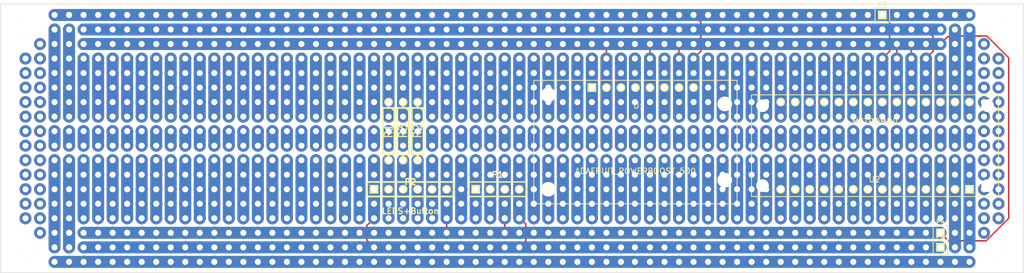
<source format=kicad_pcb>
(kicad_pcb (version 3) (host pcbnew "(2013-june-11)-stable")
  (layers (15 F.Cu signal) (6 Inner6.Cu signal) (5 Inner5.Cu signal) (4 Inner4.Cu signal) (3 Inner3.Cu signal) (2 Inner2.Cu signal) (1 Inner1.Cu signal) (0 B.Cu signal) (18 B.Paste user) (19 F.Paste user) (20 B.SilkS user) (21 F.SilkS user) (22 B.Mask user) (23 F.Mask user) (28 Edge.Cuts user))
  (net 0 "")
  (net 1 +5V)
  (net 2 /Green)
  (net 3 /Red)
  (net 4 /SCL)
  (net 5 /SDA)
  (net 6 /Vin)
  (net 7 /Walk)
  (net 8 /Yellow)
  (net 9 GND)
  (net 10 N-0000010)
  (net 11 N-000008)
  (net 12 N-000009)
  (module MH (layer F.Cu) (at 35.56 58.42)
    (fp_text reference "" hide)
    (fp_text value "" hide)
    (pad "" np_thru_hole circle (at 0 0) (size 3.5 3.5) (drill 3.5) (layers *.Cu *.Mask F.SilkS))
  )
  (module MH (layer F.Cu) (at 205.74 58.42)
    (fp_text reference "" hide)
    (fp_text value "" hide)
    (pad "" np_thru_hole circle (at 0 0) (size 3.5 3.5) (drill 3.5) (layers *.Cu *.Mask F.SilkS))
  )
  (module MH (layer F.Cu) (at 205.74 96.52)
    (fp_text reference "" hide)
    (fp_text value "" hide)
    (pad "" np_thru_hole circle (at 0 0) (size 3.5 3.5) (drill 3.5) (layers *.Cu *.Mask F.SilkS))
  )
  (module MH (layer F.Cu) (at 35.56 96.52)
    (fp_text reference "" hide)
    (fp_text value "" hide)
    (pad "" np_thru_hole circle (at 0 0) (size 3.5 3.5) (drill 3.5) (layers *.Cu *.Mask F.SilkS))
  )
  (module R4 (layer F.Cu) (at 104.14 76.2 270)
    (fp_text reference R2 (at 0 0 270) (layer F.SilkS) (effects (font (size 1.397 1.27) (thickness 0.2032))))
    (fp_text value "150 Ohms" hide)
    (pad 1 thru_hole circle (at -5.08 0 270) (size 1.524 1.524) (drill 0.8128) (layers *.Cu *.Mask F.SilkS) (net 11 N-000008))
    (pad 2 thru_hole circle (at 5.08 0 270) (size 1.524 1.524) (drill 0.8128) (layers *.Cu *.Mask F.SilkS) (net 2 /Green))
  )
  (module R4 (layer F.Cu) (at 101.6 76.2 270)
    (fp_text reference R3 (at 0 0 270) (layer F.SilkS) (effects (font (size 1.397 1.27) (thickness 0.2032))))
    (fp_text value "150 Ohms" hide)
    (pad 1 thru_hole circle (at -5.08 0 270) (size 1.524 1.524) (drill 0.8128) (layers *.Cu *.Mask F.SilkS) (net 12 N-000009))
    (pad 2 thru_hole circle (at 5.08 0 270) (size 1.524 1.524) (drill 0.8128) (layers *.Cu *.Mask F.SilkS) (net 8 /Yellow))
  )
  (module R4 (layer F.Cu) (at 99.06 76.2 270)
    (fp_text reference R1 (at 0 0 270) (layer F.SilkS) (effects (font (size 1.397 1.27) (thickness 0.2032))))
    (fp_text value "150 Ohms" hide)
    (pad 1 thru_hole circle (at -5.08 0 270) (size 1.524 1.524) (drill 0.8128) (layers *.Cu *.Mask F.SilkS) (net 10 N-0000010))
    (pad 2 thru_hole circle (at 5.08 0 270) (size 1.524 1.524) (drill 0.8128) (layers *.Cu *.Mask F.SilkS) (net 3 /Red))
  )
  (module pin_array_6x1 (layer F.Cu) (at 102.87 86.36)
    (fp_text reference P2 (at 0 -1.27) (layer F.SilkS) (effects (font (size 1.016 1.016) (thickness 0.254))))
    (fp_text value LEDS+Button (at 0 3.81) (layer F.SilkS) (effects (font (size 1.016 1.016) (thickness 0.2032))))
    (pad 1 thru_hole rect (at -6.35 0) (size 1.524 1.524) (drill 1.016) (layers *.Cu *.Mask F.SilkS) (net 1 +5V))
    (pad 2 thru_hole circle (at -3.81 0) (size 1.524 1.524) (drill 1.016) (layers *.Cu *.Mask F.SilkS) (net 3 /Red))
    (pad 3 thru_hole circle (at -1.27 0) (size 1.524 1.524) (drill 1.016) (layers *.Cu *.Mask F.SilkS) (net 8 /Yellow))
    (pad 4 thru_hole circle (at 1.27 0) (size 1.524 1.524) (drill 1.016) (layers *.Cu *.Mask F.SilkS) (net 2 /Green))
    (pad 5 thru_hole circle (at 3.81 0) (size 1.524 1.524) (drill 1.016) (layers *.Cu *.Mask F.SilkS) (net 7 /Walk))
    (pad 6 thru_hole circle (at 6.35 0) (size 1.524 1.524) (drill 1.016) (layers *.Cu *.Mask F.SilkS) (net 9 GND))
  )
  (module PIN_ARRAY_4x1 (layer F.Cu) (at 118.11 86.36)
    (fp_text reference P1 (at 0 -2.54) (layer F.SilkS) (effects (font (size 1.016 1.016) (thickness 0.2032))))
    (fp_text value PedSignal hide)
    (pad 1 thru_hole rect (at -3.81 0) (size 1.524 1.524) (drill 1.016) (layers *.Cu *.Mask F.SilkS) (net 4 /SCL))
    (pad 2 thru_hole circle (at -1.27 0) (size 1.524 1.524) (drill 1.016) (layers *.Cu *.Mask F.SilkS) (net 5 /SDA))
    (pad 3 thru_hole circle (at 1.27 0) (size 1.524 1.524) (drill 1.016) (layers *.Cu *.Mask F.SilkS) (net 9 GND))
    (pad 4 thru_hole circle (at 3.81 0) (size 1.524 1.524) (drill 1.016) (layers *.Cu *.Mask F.SilkS) (net 1 +5V))
  )
  (module PBost500Breakout (layer F.Cu) (at 142.24 78.105)
    (fp_text reference U1 (at 0.635 -6.35) (layer F.SilkS))
    (fp_text value ADAFRUIT_POWERBOOST_500 (at 0 5.08) (layer F.SilkS))
    (pad "" np_thru_hole circle (at -15.24 -8.255) (size 2.54 2.54) (drill 2.54) (layers *.Cu *.Mask F.SilkS))
    (pad "" np_thru_hole circle (at -15.24 8.255) (size 2.54 2.54) (drill 2.54) (layers *.Cu *.Mask F.SilkS))
    (pad "" np_thru_hole circle (at 15.62 -6.67) (size 2.54 2.54) (drill 2.54) (layers *.Cu *.Mask F.SilkS))
    (pad "" np_thru_hole circle (at 15.62 6.67) (size 2.54 2.54) (drill 2.54) (layers *.Cu *.Mask F.SilkS))
    (pad 1 thru_hole rect (at -7.62 -9.525) (size 1.524 1.524) (drill 1.016) (layers *.Cu *.Mask F.SilkS))
    (pad 2 thru_hole circle (at -5.08 -9.525) (size 1.524 1.524) (drill 1.016) (layers *.Cu *.Mask F.SilkS) (net 9 GND))
    (pad 3 thru_hole circle (at -2.54 -9.525) (size 1.524 1.524) (drill 1.016) (layers *.Cu *.Mask F.SilkS))
    (pad 4 thru_hole circle (at 0 -9.525) (size 1.524 1.524) (drill 1.016) (layers *.Cu *.Mask F.SilkS))
    (pad 5 thru_hole circle (at 2.54 -9.525) (size 1.524 1.524) (drill 1.016) (layers *.Cu *.Mask F.SilkS) (net 9 GND))
    (pad 6 thru_hole circle (at 5.08 -9.525) (size 1.524 1.524) (drill 1.016) (layers *.Cu *.Mask F.SilkS))
    (pad 7 thru_hole circle (at 7.62 -9.525) (size 1.524 1.524) (drill 1.016) (layers *.Cu *.Mask F.SilkS) (net 9 GND))
    (pad 8 thru_hole circle (at 10.16 -9.525) (size 1.524 1.524) (drill 1.016) (layers *.Cu *.Mask F.SilkS) (net 6 /Vin))
  )
  (module MetroMini (layer F.Cu) (at 184.15 78.74 180)
    (fp_text reference U2 (at 0.1 -5.9 180) (layer F.SilkS))
    (fp_text value METROMINI (at 0 4.2 180) (layer F.SilkS))
    (pad "" np_thru_hole circle (at -19.685 -6.985 180) (size 2.2 2.2) (drill 2.2) (layers *.Cu *.Mask F.SilkS))
    (pad "" np_thru_hole circle (at -19.685 6.985 180) (size 2.2 2.2) (drill 2.2) (layers *.Cu *.Mask F.SilkS))
    (pad "" np_thru_hole circle (at 19.685 -6.985 180) (size 2.2 2.2) (drill 2.2) (layers *.Cu *.Mask F.SilkS))
    (pad "" np_thru_hole circle (at 19.685 6.985 180) (size 2.2 2.2) (drill 2.2) (layers *.Cu *.Mask F.SilkS))
    (pad 7 thru_hole circle (at -1.27 -7.63 180) (size 1.524 1.524) (drill 1.016) (layers *.Cu *.Mask F.SilkS))
    (pad 6 thru_hole circle (at -3.81 -7.63 180) (size 1.524 1.524) (drill 1.016) (layers *.Cu *.Mask F.SilkS))
    (pad 5 thru_hole circle (at -6.35 -7.63 180) (size 1.524 1.524) (drill 1.016) (layers *.Cu *.Mask F.SilkS) (net 7 /Walk))
    (pad 4 thru_hole circle (at -8.89 -7.63 180) (size 1.524 1.524) (drill 1.016) (layers *.Cu *.Mask F.SilkS) (net 11 N-000008))
    (pad 3 thru_hole circle (at -11.43 -7.63 180) (size 1.524 1.524) (drill 1.016) (layers *.Cu *.Mask F.SilkS) (net 12 N-000009))
    (pad 2 thru_hole circle (at -13.97 -7.63 180) (size 1.524 1.524) (drill 1.016) (layers *.Cu *.Mask F.SilkS) (net 10 N-0000010))
    (pad 1 thru_hole rect (at -16.51 -7.63 180) (size 1.524 1.524) (drill 1.016) (layers *.Cu *.Mask F.SilkS))
    (pad 8 thru_hole circle (at 1.27 -7.63 180) (size 1.524 1.524) (drill 1.016) (layers *.Cu *.Mask F.SilkS))
    (pad 9 thru_hole circle (at 3.81 -7.63 180) (size 1.524 1.524) (drill 1.016) (layers *.Cu *.Mask F.SilkS))
    (pad 10 thru_hole circle (at 6.35 -7.63 180) (size 1.524 1.524) (drill 1.016) (layers *.Cu *.Mask F.SilkS))
    (pad 11 thru_hole circle (at 8.89 -7.63 180) (size 1.524 1.524) (drill 1.016) (layers *.Cu *.Mask F.SilkS))
    (pad 12 thru_hole circle (at 11.43 -7.63 180) (size 1.524 1.524) (drill 1.016) (layers *.Cu *.Mask F.SilkS))
    (pad 13 thru_hole circle (at 13.97 -7.63 180) (size 1.524 1.524) (drill 1.016) (layers *.Cu *.Mask F.SilkS))
    (pad 14 thru_hole circle (at 16.51 -7.63 180) (size 1.524 1.524) (drill 1.016) (layers *.Cu *.Mask F.SilkS))
    (pad 15 thru_hole circle (at 16.51 7.63 180) (size 1.524 1.524) (drill 1.016) (layers *.Cu *.Mask F.SilkS) (net 4 /SCL))
    (pad 16 thru_hole circle (at 13.97 7.63 180) (size 1.524 1.524) (drill 1.016) (layers *.Cu *.Mask F.SilkS) (net 5 /SDA))
    (pad 17 thru_hole circle (at 11.43 7.63 180) (size 1.524 1.524) (drill 1.016) (layers *.Cu *.Mask F.SilkS))
    (pad 18 thru_hole circle (at 8.89 7.63 180) (size 1.524 1.524) (drill 1.016) (layers *.Cu *.Mask F.SilkS))
    (pad 19 thru_hole circle (at 6.35 7.63 180) (size 1.524 1.524) (drill 1.016) (layers *.Cu *.Mask F.SilkS))
    (pad 20 thru_hole circle (at 3.81 7.63 180) (size 1.524 1.524) (drill 1.016) (layers *.Cu *.Mask F.SilkS))
    (pad 21 thru_hole circle (at 1.27 7.63 180) (size 1.524 1.524) (drill 1.016) (layers *.Cu *.Mask F.SilkS))
    (pad 22 thru_hole circle (at -1.27 7.63 180) (size 1.524 1.524) (drill 1.016) (layers *.Cu *.Mask F.SilkS) (net 6 /Vin))
    (pad 23 thru_hole circle (at -3.81 7.63 180) (size 1.524 1.524) (drill 1.016) (layers *.Cu *.Mask F.SilkS) (net 9 GND))
    (pad 24 thru_hole circle (at -6.35 7.63 180) (size 1.524 1.524) (drill 1.016) (layers *.Cu *.Mask F.SilkS) (net 9 GND))
    (pad 25 thru_hole circle (at -8.89 7.63 180) (size 1.524 1.524) (drill 1.016) (layers *.Cu *.Mask F.SilkS) (net 1 +5V))
    (pad 26 thru_hole circle (at -11.43 7.63 180) (size 1.524 1.524) (drill 1.016) (layers *.Cu *.Mask F.SilkS))
    (pad 27 thru_hole circle (at -13.97 7.63 180) (size 1.524 1.524) (drill 1.016) (layers *.Cu *.Mask F.SilkS))
    (pad 28 thru_hole circle (at -16.51 7.63 180) (size 1.524 1.524) (drill 1.016) (layers *.Cu *.Mask F.SilkS))
  )
  (module PIN_ARRAY_1 (layer F.Cu) (at 195.58 96.52)
    (fp_text reference P5 (at 0 -1.905) (layer F.SilkS) (effects (font (size 0.762 0.762) (thickness 0.1524))))
    (fp_text value CONN_1 hide)
    (pad 1 thru_hole rect (at 0 0) (size 1.524 1.524) (drill 1.016) (layers *.Cu *.Mask F.SilkS) (net 1 +5V))
  )
  (module PIN_ARRAY_1 (layer F.Cu) (at 195.58 93.98)
    (fp_text reference P4 (at 0 -1.905) (layer F.SilkS) (effects (font (size 0.762 0.762) (thickness 0.1524))))
    (fp_text value CONN_1 hide)
    (pad 1 thru_hole rect (at 0 0) (size 1.524 1.524) (drill 1.016) (layers *.Cu *.Mask F.SilkS) (net 9 GND))
  )
  (module PIN_ARRAY_1 (layer F.Cu) (at 185.42 55.88)
    (fp_text reference P3 (at 0 -1.905) (layer F.SilkS) (effects (font (size 0.762 0.762) (thickness 0.1524))))
    (fp_text value CONN_1 hide)
    (pad 1 thru_hole rect (at 0 0) (size 1.524 1.524) (drill 1.016) (layers *.Cu *.Mask F.SilkS) (net 6 /Vin))
  )
  (gr_line (start 31.15 100.97) (end 31.15 53.97) (angle 90) (layer Edge.Cuts) (width 0.1))
  (gr_line (start 210.15 100.97) (end 31.15 100.97) (angle 90) (layer Edge.Cuts) (width 0.1))
  (gr_line (start 210.15 53.97) (end 210.15 100.97) (angle 90) (layer Edge.Cuts) (width 0.1))
  (gr_line (start 31.15 53.97) (end 210.15 53.97) (angle 90) (layer Edge.Cuts) (width 0.1))
  (via (at 127 88.9) (size 2.1) (drill 1.07) (layers F.Cu B.Cu) (net 0))
  (via (at 127 86.36) (size 2.1) (drill 1.07) (layers F.Cu B.Cu) (net 0))
  (via (at 127 83.82) (size 2.1) (drill 1.07) (layers F.Cu B.Cu) (net 0))
  (via (at 127 81.28) (size 2.1) (drill 1.07) (layers F.Cu B.Cu) (net 0))
  (segment (start 127 86.36) (end 127 88.9) (width 2.1) (layer B.Cu) (net 0))
  (segment (start 127 91.44) (end 127 88.9) (width 2.1) (layer B.Cu) (net 0))
  (via (at 127 91.44) (size 2.1) (drill 1.07) (layers F.Cu B.Cu) (net 0))
  (segment (start 127 83.82) (end 127 81.28) (width 2.1) (layer B.Cu) (net 0))
  (segment (start 127 83.82) (end 127 86.36) (width 2.1) (layer B.Cu) (net 0))
  (segment (start 187.96 76.2) (end 187.96 78.74) (width 2.1) (layer B.Cu) (net 0))
  (via (at 187.96 78.74) (size 2.1) (drill 1.07) (layers F.Cu B.Cu) (net 0))
  (via (at 187.96 76.2) (size 2.1) (drill 1.07) (layers F.Cu B.Cu) (net 0))
  (via (at 180.34 76.2) (size 2.1) (drill 1.07) (layers F.Cu B.Cu) (net 0))
  (via (at 180.34 78.74) (size 2.1) (drill 1.07) (layers F.Cu B.Cu) (net 0))
  (segment (start 180.34 78.74) (end 180.34 76.2) (width 2.1) (layer B.Cu) (net 0))
  (via (at 205.74 63.5) (size 2.1) (drill 1.07) (layers F.Cu B.Cu) (net 0))
  (via (at 205.74 66.04) (size 2.1) (drill 1.07) (layers F.Cu B.Cu) (net 0))
  (via (at 205.74 68.58) (size 2.1) (drill 1.07) (layers F.Cu B.Cu) (net 0))
  (via (at 205.74 71.12) (size 2.1) (drill 1.07) (layers F.Cu B.Cu) (net 0))
  (via (at 205.74 73.66) (size 2.1) (drill 1.07) (layers F.Cu B.Cu) (net 0))
  (via (at 205.74 76.2) (size 2.1) (drill 1.07) (layers F.Cu B.Cu) (net 0))
  (via (at 205.74 78.74) (size 2.1) (drill 1.07) (layers F.Cu B.Cu) (net 0))
  (via (at 205.74 81.28) (size 2.1) (drill 1.07) (layers F.Cu B.Cu) (net 0))
  (via (at 205.74 83.82) (size 2.1) (drill 1.07) (layers F.Cu B.Cu) (net 0))
  (via (at 205.74 86.36) (size 2.1) (drill 1.07) (layers F.Cu B.Cu) (net 0))
  (via (at 205.74 88.9) (size 2.1) (drill 1.07) (layers F.Cu B.Cu) (net 0))
  (via (at 203.2 60.96) (size 2.1) (drill 1.07) (layers F.Cu B.Cu) (net 0))
  (via (at 203.2 63.5) (size 2.1) (drill 1.07) (layers F.Cu B.Cu) (net 0))
  (via (at 203.2 66.04) (size 2.1) (drill 1.07) (layers F.Cu B.Cu) (net 0))
  (via (at 203.2 68.58) (size 2.1) (drill 1.07) (layers F.Cu B.Cu) (net 0))
  (via (at 203.2 71.12) (size 2.1) (drill 1.07) (layers F.Cu B.Cu) (net 0))
  (via (at 203.2 73.66) (size 2.1) (drill 1.07) (layers F.Cu B.Cu) (net 0))
  (via (at 203.2 76.2) (size 2.1) (drill 1.07) (layers F.Cu B.Cu) (net 0))
  (via (at 203.2 78.74) (size 2.1) (drill 1.07) (layers F.Cu B.Cu) (net 0))
  (via (at 203.2 81.28) (size 2.1) (drill 1.07) (layers F.Cu B.Cu) (net 0))
  (via (at 203.2 83.82) (size 2.1) (drill 1.07) (layers F.Cu B.Cu) (net 0))
  (via (at 203.2 86.36) (size 2.1) (drill 1.07) (layers F.Cu B.Cu) (net 0))
  (via (at 203.2 88.9) (size 2.1) (drill 1.07) (layers F.Cu B.Cu) (net 0))
  (via (at 203.2 91.44) (size 2.1) (drill 1.07) (layers F.Cu B.Cu) (net 0))
  (via (at 203.2 93.98) (size 2.1) (drill 1.07) (layers F.Cu B.Cu) (net 0))
  (via (at 35.56 91.44) (size 2.1) (drill 1.07) (layers F.Cu B.Cu) (net 0))
  (via (at 35.56 88.9) (size 2.1) (drill 1.07) (layers F.Cu B.Cu) (net 0))
  (via (at 35.56 86.36) (size 2.1) (drill 1.07) (layers F.Cu B.Cu) (net 0))
  (via (at 35.56 83.82) (size 2.1) (drill 1.07) (layers F.Cu B.Cu) (net 0))
  (via (at 35.56 81.28) (size 2.1) (drill 1.07) (layers F.Cu B.Cu) (net 0))
  (via (at 35.56 78.74) (size 2.1) (drill 1.07) (layers F.Cu B.Cu) (net 0))
  (via (at 35.56 76.2) (size 2.1) (drill 1.07) (layers F.Cu B.Cu) (net 0))
  (via (at 35.56 73.66) (size 2.1) (drill 1.07) (layers F.Cu B.Cu) (net 0))
  (via (at 35.56 71.12) (size 2.1) (drill 1.07) (layers F.Cu B.Cu) (net 0))
  (via (at 35.56 68.58) (size 2.1) (drill 1.07) (layers F.Cu B.Cu) (net 0))
  (via (at 35.56 66.04) (size 2.1) (drill 1.07) (layers F.Cu B.Cu) (net 0))
  (via (at 35.56 63.5) (size 2.1) (drill 1.07) (layers F.Cu B.Cu) (net 0))
  (via (at 38.1 93.98) (size 2.1) (drill 1.07) (layers F.Cu B.Cu) (net 0))
  (via (at 38.1 91.44) (size 2.1) (drill 1.07) (layers F.Cu B.Cu) (net 0))
  (via (at 38.1 88.9) (size 2.1) (drill 1.07) (layers F.Cu B.Cu) (net 0))
  (via (at 38.1 86.36) (size 2.1) (drill 1.07) (layers F.Cu B.Cu) (net 0))
  (via (at 38.1 83.82) (size 2.1) (drill 1.07) (layers F.Cu B.Cu) (net 0))
  (via (at 38.1 81.28) (size 2.1) (drill 1.07) (layers F.Cu B.Cu) (net 0))
  (via (at 38.1 78.74) (size 2.1) (drill 1.07) (layers F.Cu B.Cu) (net 0))
  (via (at 38.1 76.2) (size 2.1) (drill 1.07) (layers F.Cu B.Cu) (net 0))
  (via (at 38.1 73.66) (size 2.1) (drill 1.07) (layers F.Cu B.Cu) (net 0))
  (via (at 38.1 71.12) (size 2.1) (drill 1.07) (layers F.Cu B.Cu) (net 0))
  (via (at 38.1 68.58) (size 2.1) (drill 1.07) (layers F.Cu B.Cu) (net 0))
  (via (at 38.1 66.04) (size 2.1) (drill 1.07) (layers F.Cu B.Cu) (net 0))
  (via (at 38.1 63.5) (size 2.1) (drill 1.07) (layers F.Cu B.Cu) (net 0))
  (via (at 38.1 60.96) (size 2.1) (drill 1.07) (layers F.Cu B.Cu) (net 0))
  (segment (start 48.26 99.06) (end 50.8 99.06) (width 2.1) (layer B.Cu) (net 0))
  (segment (start 50.8 99.06) (end 53.34 99.06) (width 2.1) (layer B.Cu) (net 0))
  (segment (start 53.34 99.06) (end 55.88 99.06) (width 2.1) (layer B.Cu) (net 0))
  (segment (start 55.88 99.06) (end 58.42 99.06) (width 2.1) (layer B.Cu) (net 0))
  (segment (start 58.42 99.06) (end 60.96 99.06) (width 2.1) (layer B.Cu) (net 0))
  (segment (start 60.96 99.06) (end 63.5 99.06) (width 2.1) (layer B.Cu) (net 0))
  (segment (start 63.5 99.06) (end 66.04 99.06) (width 2.1) (layer B.Cu) (net 0))
  (segment (start 66.04 99.06) (end 68.58 99.06) (width 2.1) (layer B.Cu) (net 0))
  (segment (start 68.58 99.06) (end 71.12 99.06) (width 2.1) (layer B.Cu) (net 0))
  (segment (start 71.12 99.06) (end 73.66 99.06) (width 2.1) (layer B.Cu) (net 0))
  (segment (start 73.66 99.06) (end 76.2 99.06) (width 2.1) (layer B.Cu) (net 0))
  (segment (start 76.2 99.06) (end 78.74 99.06) (width 2.1) (layer B.Cu) (net 0))
  (segment (start 78.74 99.06) (end 81.28 99.06) (width 2.1) (layer B.Cu) (net 0))
  (segment (start 81.28 99.06) (end 83.82 99.06) (width 2.1) (layer B.Cu) (net 0))
  (segment (start 83.82 99.06) (end 86.36 99.06) (width 2.1) (layer B.Cu) (net 0))
  (segment (start 86.36 99.06) (end 88.9 99.06) (width 2.1) (layer B.Cu) (net 0))
  (segment (start 88.9 99.06) (end 91.44 99.06) (width 2.1) (layer B.Cu) (net 0))
  (segment (start 91.44 99.06) (end 93.98 99.06) (width 2.1) (layer B.Cu) (net 0))
  (segment (start 93.98 99.06) (end 96.52 99.06) (width 2.1) (layer B.Cu) (net 0))
  (segment (start 96.52 99.06) (end 99.06 99.06) (width 2.1) (layer B.Cu) (net 0))
  (segment (start 99.06 99.06) (end 101.6 99.06) (width 2.1) (layer B.Cu) (net 0))
  (segment (start 101.6 99.06) (end 104.14 99.06) (width 2.1) (layer B.Cu) (net 0))
  (segment (start 104.14 99.06) (end 106.68 99.06) (width 2.1) (layer B.Cu) (net 0))
  (segment (start 106.68 99.06) (end 109.22 99.06) (width 2.1) (layer B.Cu) (net 0))
  (segment (start 109.22 99.06) (end 111.76 99.06) (width 2.1) (layer B.Cu) (net 0))
  (segment (start 111.76 99.06) (end 114.3 99.06) (width 2.1) (layer B.Cu) (net 0))
  (segment (start 114.3 99.06) (end 116.84 99.06) (width 2.1) (layer B.Cu) (net 0))
  (segment (start 116.84 99.06) (end 119.38 99.06) (width 2.1) (layer B.Cu) (net 0))
  (segment (start 119.38 99.06) (end 121.92 99.06) (width 2.1) (layer B.Cu) (net 0))
  (segment (start 121.92 99.06) (end 124.46 99.06) (width 2.1) (layer B.Cu) (net 0))
  (segment (start 124.46 99.06) (end 127 99.06) (width 2.1) (layer B.Cu) (net 0))
  (segment (start 127 99.06) (end 129.54 99.06) (width 2.1) (layer B.Cu) (net 0))
  (segment (start 129.54 99.06) (end 132.08 99.06) (width 2.1) (layer B.Cu) (net 0))
  (segment (start 132.08 99.06) (end 134.62 99.06) (width 2.1) (layer B.Cu) (net 0))
  (segment (start 134.62 99.06) (end 137.16 99.06) (width 2.1) (layer B.Cu) (net 0))
  (segment (start 137.16 99.06) (end 139.7 99.06) (width 2.1) (layer B.Cu) (net 0))
  (segment (start 139.7 99.06) (end 142.14 99.06) (width 2.1) (layer B.Cu) (net 0))
  (segment (start 142.14 99.06) (end 144.78 99.06) (width 2.1) (layer B.Cu) (net 0))
  (segment (start 144.78 99.06) (end 147.32 99.06) (width 2.1) (layer B.Cu) (net 0))
  (segment (start 147.32 99.06) (end 149.86 99.06) (width 2.1) (layer B.Cu) (net 0))
  (segment (start 149.86 99.06) (end 152.4 99.06) (width 2.1) (layer B.Cu) (net 0))
  (segment (start 152.4 99.06) (end 154.94 99.06) (width 2.1) (layer B.Cu) (net 0))
  (segment (start 154.94 99.06) (end 157.48 99.06) (width 2.1) (layer B.Cu) (net 0))
  (segment (start 157.48 99.06) (end 160.02 99.06) (width 2.1) (layer B.Cu) (net 0))
  (segment (start 160.02 99.06) (end 162.56 99.06) (width 2.1) (layer B.Cu) (net 0))
  (segment (start 162.56 99.06) (end 165.1 99.06) (width 2.1) (layer B.Cu) (net 0))
  (segment (start 165.1 99.06) (end 167.64 99.06) (width 2.1) (layer B.Cu) (net 0))
  (segment (start 167.64 99.06) (end 170.18 99.06) (width 2.1) (layer B.Cu) (net 0))
  (segment (start 170.18 99.06) (end 172.72 99.06) (width 2.1) (layer B.Cu) (net 0))
  (segment (start 172.72 99.06) (end 175.26 99.06) (width 2.1) (layer B.Cu) (net 0))
  (segment (start 175.26 99.06) (end 177.8 99.06) (width 2.1) (layer B.Cu) (net 0))
  (segment (start 177.8 99.06) (end 180.34 99.06) (width 2.1) (layer B.Cu) (net 0))
  (segment (start 180.34 99.06) (end 182.88 99.06) (width 2.1) (layer B.Cu) (net 0))
  (segment (start 182.88 99.06) (end 185.42 99.06) (width 2.1) (layer B.Cu) (net 0))
  (segment (start 185.42 99.06) (end 187.96 99.06) (width 2.1) (layer B.Cu) (net 0))
  (segment (start 187.96 99.06) (end 190.5 99.06) (width 2.1) (layer B.Cu) (net 0))
  (segment (start 190.5 99.06) (end 193.04 99.06) (width 2.1) (layer B.Cu) (net 0))
  (segment (start 193.04 99.06) (end 195.58 99.06) (width 2.1) (layer B.Cu) (net 0))
  (segment (start 195.58 99.06) (end 198.12 99.06) (width 2.1) (layer B.Cu) (net 0))
  (segment (start 198.12 99.06) (end 200.66 99.06) (width 2.1) (layer B.Cu) (net 0))
  (segment (start 45.72 99.06) (end 43.18 99.06) (width 2.1) (layer B.Cu) (net 0))
  (segment (start 40.64 99.06) (end 43.18 99.06) (width 2.1) (layer B.Cu) (net 0))
  (via (at 40.64 99.06) (size 2.1) (drill 1.07) (layers F.Cu B.Cu) (net 0))
  (via (at 43.18 99.06) (size 2.1) (drill 1.07) (layers F.Cu B.Cu) (net 0))
  (segment (start 45.72 99.06) (end 48.26 99.06) (width 2.1) (layer B.Cu) (net 0))
  (via (at 200.66 99.06) (size 2.1) (drill 1.07) (layers F.Cu B.Cu) (net 0))
  (via (at 198.12 99.06) (size 2.1) (drill 1.07) (layers F.Cu B.Cu) (net 0))
  (via (at 195.58 99.06) (size 2.1) (drill 1.07) (layers F.Cu B.Cu) (net 0))
  (via (at 193.04 99.06) (size 2.1) (drill 1.07) (layers F.Cu B.Cu) (net 0))
  (via (at 190.5 99.06) (size 2.1) (drill 1.07) (layers F.Cu B.Cu) (net 0))
  (via (at 187.96 99.06) (size 2.1) (drill 1.07) (layers F.Cu B.Cu) (net 0))
  (via (at 185.42 99.06) (size 2.1) (drill 1.07) (layers F.Cu B.Cu) (net 0))
  (via (at 182.88 99.06) (size 2.1) (drill 1.07) (layers F.Cu B.Cu) (net 0))
  (via (at 180.34 99.06) (size 2.1) (drill 1.07) (layers F.Cu B.Cu) (net 0))
  (via (at 177.8 99.06) (size 2.1) (drill 1.07) (layers F.Cu B.Cu) (net 0))
  (via (at 175.26 99.06) (size 2.1) (drill 1.07) (layers F.Cu B.Cu) (net 0))
  (via (at 172.72 99.06) (size 2.1) (drill 1.07) (layers F.Cu B.Cu) (net 0))
  (via (at 170.18 99.06) (size 2.1) (drill 1.07) (layers F.Cu B.Cu) (net 0))
  (via (at 167.64 99.06) (size 2.1) (drill 1.07) (layers F.Cu B.Cu) (net 0))
  (via (at 165.1 99.06) (size 2.1) (drill 1.07) (layers F.Cu B.Cu) (net 0))
  (via (at 162.56 99.06) (size 2.1) (drill 1.07) (layers F.Cu B.Cu) (net 0))
  (via (at 160.02 99.06) (size 2.1) (drill 1.07) (layers F.Cu B.Cu) (net 0))
  (via (at 157.48 99.06) (size 2.1) (drill 1.07) (layers F.Cu B.Cu) (net 0))
  (via (at 154.94 99.06) (size 2.1) (drill 1.07) (layers F.Cu B.Cu) (net 0))
  (via (at 152.4 99.06) (size 2.1) (drill 1.07) (layers F.Cu B.Cu) (net 0))
  (via (at 149.86 99.06) (size 2.1) (drill 1.07) (layers F.Cu B.Cu) (net 0))
  (via (at 147.32 99.06) (size 2.1) (drill 1.07) (layers F.Cu B.Cu) (net 0))
  (via (at 144.78 99.06) (size 2.1) (drill 1.07) (layers F.Cu B.Cu) (net 0))
  (via (at 142.14 99.06) (size 2.1) (drill 1.07) (layers F.Cu B.Cu) (net 0))
  (via (at 139.7 99.06) (size 2.1) (drill 1.07) (layers F.Cu B.Cu) (net 0))
  (via (at 137.16 99.06) (size 2.1) (drill 1.07) (layers F.Cu B.Cu) (net 0))
  (via (at 134.62 99.06) (size 2.1) (drill 1.07) (layers F.Cu B.Cu) (net 0))
  (via (at 132.08 99.06) (size 2.1) (drill 1.07) (layers F.Cu B.Cu) (net 0))
  (via (at 129.54 99.06) (size 2.1) (drill 1.07) (layers F.Cu B.Cu) (net 0))
  (via (at 127 99.06) (size 2.1) (drill 1.07) (layers F.Cu B.Cu) (net 0))
  (via (at 124.46 99.06) (size 2.1) (drill 1.07) (layers F.Cu B.Cu) (net 0))
  (via (at 121.92 99.06) (size 2.1) (drill 1.07) (layers F.Cu B.Cu) (net 0))
  (via (at 119.38 99.06) (size 2.1) (drill 1.07) (layers F.Cu B.Cu) (net 0))
  (via (at 116.84 99.06) (size 2.1) (drill 1.07) (layers F.Cu B.Cu) (net 0))
  (via (at 114.3 99.06) (size 2.1) (drill 1.07) (layers F.Cu B.Cu) (net 0))
  (via (at 111.76 99.06) (size 2.1) (drill 1.07) (layers F.Cu B.Cu) (net 0))
  (via (at 109.22 99.06) (size 2.1) (drill 1.07) (layers F.Cu B.Cu) (net 0))
  (via (at 106.68 99.06) (size 2.1) (drill 1.07) (layers F.Cu B.Cu) (net 0))
  (via (at 104.14 99.06) (size 2.1) (drill 1.07) (layers F.Cu B.Cu) (net 0))
  (via (at 101.6 99.06) (size 2.1) (drill 1.07) (layers F.Cu B.Cu) (net 0))
  (via (at 99.06 99.06) (size 2.1) (drill 1.07) (layers F.Cu B.Cu) (net 0))
  (via (at 96.52 99.06) (size 2.1) (drill 1.07) (layers F.Cu B.Cu) (net 0))
  (via (at 93.98 99.06) (size 2.1) (drill 1.07) (layers F.Cu B.Cu) (net 0))
  (via (at 91.44 99.06) (size 2.1) (drill 1.07) (layers F.Cu B.Cu) (net 0))
  (via (at 88.9 99.06) (size 2.1) (drill 1.07) (layers F.Cu B.Cu) (net 0))
  (via (at 86.36 99.06) (size 2.1) (drill 1.07) (layers F.Cu B.Cu) (net 0))
  (via (at 83.82 99.06) (size 2.1) (drill 1.07) (layers F.Cu B.Cu) (net 0))
  (via (at 81.28 99.06) (size 2.1) (drill 1.07) (layers F.Cu B.Cu) (net 0))
  (via (at 78.74 99.06) (size 2.1) (drill 1.07) (layers F.Cu B.Cu) (net 0))
  (via (at 76.2 99.06) (size 2.1) (drill 1.07) (layers F.Cu B.Cu) (net 0))
  (via (at 73.66 99.06) (size 2.1) (drill 1.07) (layers F.Cu B.Cu) (net 0))
  (via (at 71.12 99.06) (size 2.1) (drill 1.07) (layers F.Cu B.Cu) (net 0))
  (via (at 68.58 99.06) (size 2.1) (drill 1.07) (layers F.Cu B.Cu) (net 0))
  (via (at 66.04 99.06) (size 2.1) (drill 1.07) (layers F.Cu B.Cu) (net 0))
  (via (at 63.5 99.06) (size 2.1) (drill 1.07) (layers F.Cu B.Cu) (net 0))
  (via (at 60.96 99.06) (size 2.1) (drill 1.07) (layers F.Cu B.Cu) (net 0))
  (via (at 58.42 99.06) (size 2.1) (drill 1.07) (layers F.Cu B.Cu) (net 0))
  (via (at 55.88 99.06) (size 2.1) (drill 1.07) (layers F.Cu B.Cu) (net 0))
  (via (at 53.34 99.06) (size 2.1) (drill 1.07) (layers F.Cu B.Cu) (net 0))
  (via (at 50.8 99.06) (size 2.1) (drill 1.07) (layers F.Cu B.Cu) (net 0))
  (via (at 48.26 99.06) (size 2.1) (drill 1.07) (layers F.Cu B.Cu) (net 0))
  (via (at 45.72 99.06) (size 2.1) (drill 1.07) (layers F.Cu B.Cu) (net 0))
  (via (at 43.18 93.98) (size 2.1) (drill 1.07) (layers F.Cu B.Cu) (net 0))
  (segment (start 43.18 93.98) (end 43.18 96.52) (width 2.1) (layer B.Cu) (net 0))
  (via (at 43.18 96.52) (size 2.1) (drill 1.07) (layers F.Cu B.Cu) (net 0))
  (segment (start 45.72 83.82) (end 45.72 86.36) (width 2.1) (layer B.Cu) (net 0))
  (segment (start 45.72 83.82) (end 45.72 81.28) (width 2.1) (layer B.Cu) (net 0))
  (via (at 45.72 91.44) (size 2.1) (drill 1.07) (layers F.Cu B.Cu) (net 0))
  (segment (start 45.72 91.44) (end 45.72 88.9) (width 2.1) (layer B.Cu) (net 0))
  (segment (start 45.72 86.36) (end 45.72 88.9) (width 2.1) (layer B.Cu) (net 0))
  (via (at 45.72 81.28) (size 2.1) (drill 1.07) (layers F.Cu B.Cu) (net 0))
  (via (at 45.72 83.82) (size 2.1) (drill 1.07) (layers F.Cu B.Cu) (net 0))
  (via (at 45.72 86.36) (size 2.1) (drill 1.07) (layers F.Cu B.Cu) (net 0))
  (via (at 45.72 88.9) (size 2.1) (drill 1.07) (layers F.Cu B.Cu) (net 0))
  (via (at 48.26 88.9) (size 2.1) (drill 1.07) (layers F.Cu B.Cu) (net 0))
  (via (at 48.26 86.36) (size 2.1) (drill 1.07) (layers F.Cu B.Cu) (net 0))
  (via (at 48.26 83.82) (size 2.1) (drill 1.07) (layers F.Cu B.Cu) (net 0))
  (via (at 48.26 81.28) (size 2.1) (drill 1.07) (layers F.Cu B.Cu) (net 0))
  (segment (start 48.26 86.36) (end 48.26 88.9) (width 2.1) (layer B.Cu) (net 0))
  (segment (start 48.26 91.44) (end 48.26 88.9) (width 2.1) (layer B.Cu) (net 0))
  (via (at 48.26 91.44) (size 2.1) (drill 1.07) (layers F.Cu B.Cu) (net 0))
  (segment (start 48.26 83.82) (end 48.26 81.28) (width 2.1) (layer B.Cu) (net 0))
  (segment (start 48.26 83.82) (end 48.26 86.36) (width 2.1) (layer B.Cu) (net 0))
  (segment (start 53.34 83.82) (end 53.34 86.36) (width 2.1) (layer B.Cu) (net 0))
  (segment (start 53.34 83.82) (end 53.34 81.28) (width 2.1) (layer B.Cu) (net 0))
  (via (at 53.34 91.44) (size 2.1) (drill 1.07) (layers F.Cu B.Cu) (net 0))
  (segment (start 53.34 91.44) (end 53.34 88.9) (width 2.1) (layer B.Cu) (net 0))
  (segment (start 53.34 86.36) (end 53.34 88.9) (width 2.1) (layer B.Cu) (net 0))
  (via (at 53.34 81.28) (size 2.1) (drill 1.07) (layers F.Cu B.Cu) (net 0))
  (via (at 53.34 83.82) (size 2.1) (drill 1.07) (layers F.Cu B.Cu) (net 0))
  (via (at 53.34 86.36) (size 2.1) (drill 1.07) (layers F.Cu B.Cu) (net 0))
  (via (at 53.34 88.9) (size 2.1) (drill 1.07) (layers F.Cu B.Cu) (net 0))
  (via (at 50.8 88.9) (size 2.1) (drill 1.07) (layers F.Cu B.Cu) (net 0))
  (via (at 50.8 86.36) (size 2.1) (drill 1.07) (layers F.Cu B.Cu) (net 0))
  (via (at 50.8 83.82) (size 2.1) (drill 1.07) (layers F.Cu B.Cu) (net 0))
  (via (at 50.8 81.28) (size 2.1) (drill 1.07) (layers F.Cu B.Cu) (net 0))
  (segment (start 50.8 86.36) (end 50.8 88.9) (width 2.1) (layer B.Cu) (net 0))
  (segment (start 50.8 91.44) (end 50.8 88.9) (width 2.1) (layer B.Cu) (net 0))
  (via (at 50.8 91.44) (size 2.1) (drill 1.07) (layers F.Cu B.Cu) (net 0))
  (segment (start 50.8 83.82) (end 50.8 81.28) (width 2.1) (layer B.Cu) (net 0))
  (segment (start 50.8 83.82) (end 50.8 86.36) (width 2.1) (layer B.Cu) (net 0))
  (segment (start 60.96 83.82) (end 60.96 86.36) (width 2.1) (layer B.Cu) (net 0))
  (segment (start 60.96 83.82) (end 60.96 81.28) (width 2.1) (layer B.Cu) (net 0))
  (via (at 60.96 91.44) (size 2.1) (drill 1.07) (layers F.Cu B.Cu) (net 0))
  (segment (start 60.96 91.44) (end 60.96 88.9) (width 2.1) (layer B.Cu) (net 0))
  (segment (start 60.96 86.36) (end 60.96 88.9) (width 2.1) (layer B.Cu) (net 0))
  (via (at 60.96 81.28) (size 2.1) (drill 1.07) (layers F.Cu B.Cu) (net 0))
  (via (at 60.96 83.82) (size 2.1) (drill 1.07) (layers F.Cu B.Cu) (net 0))
  (via (at 60.96 86.36) (size 2.1) (drill 1.07) (layers F.Cu B.Cu) (net 0))
  (via (at 60.96 88.9) (size 2.1) (drill 1.07) (layers F.Cu B.Cu) (net 0))
  (via (at 63.5 88.9) (size 2.1) (drill 1.07) (layers F.Cu B.Cu) (net 0))
  (via (at 63.5 86.36) (size 2.1) (drill 1.07) (layers F.Cu B.Cu) (net 0))
  (via (at 63.5 83.82) (size 2.1) (drill 1.07) (layers F.Cu B.Cu) (net 0))
  (via (at 63.5 81.28) (size 2.1) (drill 1.07) (layers F.Cu B.Cu) (net 0))
  (segment (start 63.5 86.36) (end 63.5 88.9) (width 2.1) (layer B.Cu) (net 0))
  (segment (start 63.5 91.44) (end 63.5 88.9) (width 2.1) (layer B.Cu) (net 0))
  (via (at 63.5 91.44) (size 2.1) (drill 1.07) (layers F.Cu B.Cu) (net 0))
  (segment (start 63.5 83.82) (end 63.5 81.28) (width 2.1) (layer B.Cu) (net 0))
  (segment (start 63.5 83.82) (end 63.5 86.36) (width 2.1) (layer B.Cu) (net 0))
  (segment (start 58.42 83.82) (end 58.42 86.36) (width 2.1) (layer B.Cu) (net 0))
  (segment (start 58.42 83.82) (end 58.42 81.28) (width 2.1) (layer B.Cu) (net 0))
  (via (at 58.42 91.44) (size 2.1) (drill 1.07) (layers F.Cu B.Cu) (net 0))
  (segment (start 58.42 91.44) (end 58.42 88.9) (width 2.1) (layer B.Cu) (net 0))
  (segment (start 58.42 86.36) (end 58.42 88.9) (width 2.1) (layer B.Cu) (net 0))
  (via (at 58.42 81.28) (size 2.1) (drill 1.07) (layers F.Cu B.Cu) (net 0))
  (via (at 58.42 83.82) (size 2.1) (drill 1.07) (layers F.Cu B.Cu) (net 0))
  (via (at 58.42 86.36) (size 2.1) (drill 1.07) (layers F.Cu B.Cu) (net 0))
  (via (at 58.42 88.9) (size 2.1) (drill 1.07) (layers F.Cu B.Cu) (net 0))
  (via (at 55.88 88.9) (size 2.1) (drill 1.07) (layers F.Cu B.Cu) (net 0))
  (via (at 55.88 86.36) (size 2.1) (drill 1.07) (layers F.Cu B.Cu) (net 0))
  (via (at 55.88 83.82) (size 2.1) (drill 1.07) (layers F.Cu B.Cu) (net 0))
  (via (at 55.88 81.28) (size 2.1) (drill 1.07) (layers F.Cu B.Cu) (net 0))
  (segment (start 55.88 86.36) (end 55.88 88.9) (width 2.1) (layer B.Cu) (net 0))
  (segment (start 55.88 91.44) (end 55.88 88.9) (width 2.1) (layer B.Cu) (net 0))
  (via (at 55.88 91.44) (size 2.1) (drill 1.07) (layers F.Cu B.Cu) (net 0))
  (segment (start 55.88 83.82) (end 55.88 81.28) (width 2.1) (layer B.Cu) (net 0))
  (segment (start 55.88 83.82) (end 55.88 86.36) (width 2.1) (layer B.Cu) (net 0))
  (segment (start 76.2 83.82) (end 76.2 86.36) (width 2.1) (layer B.Cu) (net 0))
  (segment (start 76.2 83.82) (end 76.2 81.28) (width 2.1) (layer B.Cu) (net 0))
  (via (at 76.2 91.44) (size 2.1) (drill 1.07) (layers F.Cu B.Cu) (net 0))
  (segment (start 76.2 91.44) (end 76.2 88.9) (width 2.1) (layer B.Cu) (net 0))
  (segment (start 76.2 86.36) (end 76.2 88.9) (width 2.1) (layer B.Cu) (net 0))
  (via (at 76.2 81.28) (size 2.1) (drill 1.07) (layers F.Cu B.Cu) (net 0))
  (via (at 76.2 83.82) (size 2.1) (drill 1.07) (layers F.Cu B.Cu) (net 0))
  (via (at 76.2 86.36) (size 2.1) (drill 1.07) (layers F.Cu B.Cu) (net 0))
  (via (at 76.2 88.9) (size 2.1) (drill 1.07) (layers F.Cu B.Cu) (net 0))
  (via (at 78.74 88.9) (size 2.1) (drill 1.07) (layers F.Cu B.Cu) (net 0))
  (via (at 78.74 86.36) (size 2.1) (drill 1.07) (layers F.Cu B.Cu) (net 0))
  (via (at 78.74 83.82) (size 2.1) (drill 1.07) (layers F.Cu B.Cu) (net 0))
  (via (at 78.74 81.28) (size 2.1) (drill 1.07) (layers F.Cu B.Cu) (net 0))
  (segment (start 78.74 86.36) (end 78.74 88.9) (width 2.1) (layer B.Cu) (net 0))
  (segment (start 78.74 91.44) (end 78.74 88.9) (width 2.1) (layer B.Cu) (net 0))
  (via (at 78.74 91.44) (size 2.1) (drill 1.07) (layers F.Cu B.Cu) (net 0))
  (segment (start 78.74 83.82) (end 78.74 81.28) (width 2.1) (layer B.Cu) (net 0))
  (segment (start 78.74 83.82) (end 78.74 86.36) (width 2.1) (layer B.Cu) (net 0))
  (segment (start 83.82 83.82) (end 83.82 86.36) (width 2.1) (layer B.Cu) (net 0))
  (segment (start 83.82 83.82) (end 83.82 81.28) (width 2.1) (layer B.Cu) (net 0))
  (via (at 83.82 91.44) (size 2.1) (drill 1.07) (layers F.Cu B.Cu) (net 0))
  (segment (start 83.82 91.44) (end 83.82 88.9) (width 2.1) (layer B.Cu) (net 0))
  (segment (start 83.82 86.36) (end 83.82 88.9) (width 2.1) (layer B.Cu) (net 0))
  (via (at 83.82 81.28) (size 2.1) (drill 1.07) (layers F.Cu B.Cu) (net 0))
  (via (at 83.82 83.82) (size 2.1) (drill 1.07) (layers F.Cu B.Cu) (net 0))
  (via (at 83.82 86.36) (size 2.1) (drill 1.07) (layers F.Cu B.Cu) (net 0))
  (via (at 83.82 88.9) (size 2.1) (drill 1.07) (layers F.Cu B.Cu) (net 0))
  (via (at 81.28 88.9) (size 2.1) (drill 1.07) (layers F.Cu B.Cu) (net 0))
  (via (at 81.28 86.36) (size 2.1) (drill 1.07) (layers F.Cu B.Cu) (net 0))
  (via (at 81.28 83.82) (size 2.1) (drill 1.07) (layers F.Cu B.Cu) (net 0))
  (via (at 81.28 81.28) (size 2.1) (drill 1.07) (layers F.Cu B.Cu) (net 0))
  (segment (start 81.28 86.36) (end 81.28 88.9) (width 2.1) (layer B.Cu) (net 0))
  (segment (start 81.28 91.44) (end 81.28 88.9) (width 2.1) (layer B.Cu) (net 0))
  (via (at 81.28 91.44) (size 2.1) (drill 1.07) (layers F.Cu B.Cu) (net 0))
  (segment (start 81.28 83.82) (end 81.28 81.28) (width 2.1) (layer B.Cu) (net 0))
  (segment (start 81.28 83.82) (end 81.28 86.36) (width 2.1) (layer B.Cu) (net 0))
  (segment (start 71.12 83.82) (end 71.12 86.36) (width 2.1) (layer B.Cu) (net 0))
  (segment (start 71.12 83.82) (end 71.12 81.28) (width 2.1) (layer B.Cu) (net 0))
  (via (at 71.12 91.44) (size 2.1) (drill 1.07) (layers F.Cu B.Cu) (net 0))
  (segment (start 71.12 91.44) (end 71.12 88.9) (width 2.1) (layer B.Cu) (net 0))
  (segment (start 71.12 86.36) (end 71.12 88.9) (width 2.1) (layer B.Cu) (net 0))
  (via (at 71.12 81.28) (size 2.1) (drill 1.07) (layers F.Cu B.Cu) (net 0))
  (via (at 71.12 83.82) (size 2.1) (drill 1.07) (layers F.Cu B.Cu) (net 0))
  (via (at 71.12 86.36) (size 2.1) (drill 1.07) (layers F.Cu B.Cu) (net 0))
  (via (at 71.12 88.9) (size 2.1) (drill 1.07) (layers F.Cu B.Cu) (net 0))
  (via (at 73.66 88.9) (size 2.1) (drill 1.07) (layers F.Cu B.Cu) (net 0))
  (via (at 73.66 86.36) (size 2.1) (drill 1.07) (layers F.Cu B.Cu) (net 0))
  (via (at 73.66 83.82) (size 2.1) (drill 1.07) (layers F.Cu B.Cu) (net 0))
  (via (at 73.66 81.28) (size 2.1) (drill 1.07) (layers F.Cu B.Cu) (net 0))
  (segment (start 73.66 86.36) (end 73.66 88.9) (width 2.1) (layer B.Cu) (net 0))
  (segment (start 73.66 91.44) (end 73.66 88.9) (width 2.1) (layer B.Cu) (net 0))
  (via (at 73.66 91.44) (size 2.1) (drill 1.07) (layers F.Cu B.Cu) (net 0))
  (segment (start 73.66 83.82) (end 73.66 81.28) (width 2.1) (layer B.Cu) (net 0))
  (segment (start 73.66 83.82) (end 73.66 86.36) (width 2.1) (layer B.Cu) (net 0))
  (segment (start 68.58 83.82) (end 68.58 86.36) (width 2.1) (layer B.Cu) (net 0))
  (segment (start 68.58 83.82) (end 68.58 81.28) (width 2.1) (layer B.Cu) (net 0))
  (via (at 68.58 91.44) (size 2.1) (drill 1.07) (layers F.Cu B.Cu) (net 0))
  (segment (start 68.58 91.44) (end 68.58 88.9) (width 2.1) (layer B.Cu) (net 0))
  (segment (start 68.58 86.36) (end 68.58 88.9) (width 2.1) (layer B.Cu) (net 0))
  (via (at 68.58 81.28) (size 2.1) (drill 1.07) (layers F.Cu B.Cu) (net 0))
  (via (at 68.58 83.82) (size 2.1) (drill 1.07) (layers F.Cu B.Cu) (net 0))
  (via (at 68.58 86.36) (size 2.1) (drill 1.07) (layers F.Cu B.Cu) (net 0))
  (via (at 68.58 88.9) (size 2.1) (drill 1.07) (layers F.Cu B.Cu) (net 0))
  (via (at 66.04 88.9) (size 2.1) (drill 1.07) (layers F.Cu B.Cu) (net 0))
  (via (at 66.04 86.36) (size 2.1) (drill 1.07) (layers F.Cu B.Cu) (net 0))
  (via (at 66.04 83.82) (size 2.1) (drill 1.07) (layers F.Cu B.Cu) (net 0))
  (via (at 66.04 81.28) (size 2.1) (drill 1.07) (layers F.Cu B.Cu) (net 0))
  (segment (start 66.04 86.36) (end 66.04 88.9) (width 2.1) (layer B.Cu) (net 0))
  (segment (start 66.04 91.44) (end 66.04 88.9) (width 2.1) (layer B.Cu) (net 0))
  (via (at 66.04 91.44) (size 2.1) (drill 1.07) (layers F.Cu B.Cu) (net 0))
  (segment (start 66.04 83.82) (end 66.04 81.28) (width 2.1) (layer B.Cu) (net 0))
  (segment (start 66.04 83.82) (end 66.04 86.36) (width 2.1) (layer B.Cu) (net 0))
  (via (at 111.76 88.9) (size 2.1) (drill 1.07) (layers F.Cu B.Cu) (net 0))
  (via (at 111.76 86.36) (size 2.1) (drill 1.07) (layers F.Cu B.Cu) (net 0))
  (via (at 111.76 83.82) (size 2.1) (drill 1.07) (layers F.Cu B.Cu) (net 0))
  (via (at 111.76 81.28) (size 2.1) (drill 1.07) (layers F.Cu B.Cu) (net 0))
  (segment (start 111.76 86.36) (end 111.76 88.9) (width 2.1) (layer B.Cu) (net 0))
  (segment (start 111.76 91.44) (end 111.76 88.9) (width 2.1) (layer B.Cu) (net 0))
  (via (at 111.76 91.44) (size 2.1) (drill 1.07) (layers F.Cu B.Cu) (net 0))
  (segment (start 111.76 83.82) (end 111.76 81.28) (width 2.1) (layer B.Cu) (net 0))
  (segment (start 111.76 83.82) (end 111.76 86.36) (width 2.1) (layer B.Cu) (net 0))
  (via (at 124.46 88.9) (size 2.1) (drill 1.07) (layers F.Cu B.Cu) (net 0))
  (via (at 124.46 86.36) (size 2.1) (drill 1.07) (layers F.Cu B.Cu) (net 0))
  (via (at 124.46 83.82) (size 2.1) (drill 1.07) (layers F.Cu B.Cu) (net 0))
  (via (at 124.46 81.28) (size 2.1) (drill 1.07) (layers F.Cu B.Cu) (net 0))
  (segment (start 124.46 86.36) (end 124.46 88.9) (width 2.1) (layer B.Cu) (net 0))
  (segment (start 124.46 91.44) (end 124.46 88.9) (width 2.1) (layer B.Cu) (net 0))
  (via (at 124.46 91.44) (size 2.1) (drill 1.07) (layers F.Cu B.Cu) (net 0))
  (segment (start 124.46 83.82) (end 124.46 81.28) (width 2.1) (layer B.Cu) (net 0))
  (segment (start 124.46 83.82) (end 124.46 86.36) (width 2.1) (layer B.Cu) (net 0))
  (segment (start 91.44 83.82) (end 91.44 86.36) (width 2.1) (layer B.Cu) (net 0))
  (segment (start 91.44 83.82) (end 91.44 81.28) (width 2.1) (layer B.Cu) (net 0))
  (via (at 91.44 91.44) (size 2.1) (drill 1.07) (layers F.Cu B.Cu) (net 0))
  (segment (start 91.44 91.44) (end 91.44 88.9) (width 2.1) (layer B.Cu) (net 0))
  (segment (start 91.44 86.36) (end 91.44 88.9) (width 2.1) (layer B.Cu) (net 0))
  (via (at 91.44 81.28) (size 2.1) (drill 1.07) (layers F.Cu B.Cu) (net 0))
  (via (at 91.44 83.82) (size 2.1) (drill 1.07) (layers F.Cu B.Cu) (net 0))
  (via (at 91.44 86.36) (size 2.1) (drill 1.07) (layers F.Cu B.Cu) (net 0))
  (via (at 91.44 88.9) (size 2.1) (drill 1.07) (layers F.Cu B.Cu) (net 0))
  (via (at 93.98 88.9) (size 2.1) (drill 1.07) (layers F.Cu B.Cu) (net 0))
  (via (at 93.98 86.36) (size 2.1) (drill 1.07) (layers F.Cu B.Cu) (net 0))
  (via (at 93.98 83.82) (size 2.1) (drill 1.07) (layers F.Cu B.Cu) (net 0))
  (via (at 93.98 81.28) (size 2.1) (drill 1.07) (layers F.Cu B.Cu) (net 0))
  (segment (start 93.98 86.36) (end 93.98 88.9) (width 2.1) (layer B.Cu) (net 0))
  (segment (start 93.98 91.44) (end 93.98 88.9) (width 2.1) (layer B.Cu) (net 0))
  (via (at 93.98 91.44) (size 2.1) (drill 1.07) (layers F.Cu B.Cu) (net 0))
  (segment (start 93.98 83.82) (end 93.98 81.28) (width 2.1) (layer B.Cu) (net 0))
  (segment (start 93.98 83.82) (end 93.98 86.36) (width 2.1) (layer B.Cu) (net 0))
  (segment (start 88.9 83.82) (end 88.9 86.36) (width 2.1) (layer B.Cu) (net 0))
  (segment (start 88.9 83.82) (end 88.9 81.28) (width 2.1) (layer B.Cu) (net 0))
  (via (at 88.9 91.44) (size 2.1) (drill 1.07) (layers F.Cu B.Cu) (net 0))
  (segment (start 88.9 91.44) (end 88.9 88.9) (width 2.1) (layer B.Cu) (net 0))
  (segment (start 88.9 86.36) (end 88.9 88.9) (width 2.1) (layer B.Cu) (net 0))
  (via (at 88.9 81.28) (size 2.1) (drill 1.07) (layers F.Cu B.Cu) (net 0))
  (via (at 88.9 83.82) (size 2.1) (drill 1.07) (layers F.Cu B.Cu) (net 0))
  (via (at 88.9 86.36) (size 2.1) (drill 1.07) (layers F.Cu B.Cu) (net 0))
  (via (at 88.9 88.9) (size 2.1) (drill 1.07) (layers F.Cu B.Cu) (net 0))
  (via (at 86.36 88.9) (size 2.1) (drill 1.07) (layers F.Cu B.Cu) (net 0))
  (via (at 86.36 86.36) (size 2.1) (drill 1.07) (layers F.Cu B.Cu) (net 0))
  (via (at 86.36 83.82) (size 2.1) (drill 1.07) (layers F.Cu B.Cu) (net 0))
  (via (at 86.36 81.28) (size 2.1) (drill 1.07) (layers F.Cu B.Cu) (net 0))
  (segment (start 86.36 86.36) (end 86.36 88.9) (width 2.1) (layer B.Cu) (net 0))
  (segment (start 86.36 91.44) (end 86.36 88.9) (width 2.1) (layer B.Cu) (net 0))
  (via (at 86.36 91.44) (size 2.1) (drill 1.07) (layers F.Cu B.Cu) (net 0))
  (segment (start 86.36 83.82) (end 86.36 81.28) (width 2.1) (layer B.Cu) (net 0))
  (segment (start 86.36 83.82) (end 86.36 86.36) (width 2.1) (layer B.Cu) (net 0))
  (segment (start 157.48 83.82) (end 157.48 86.36) (width 2.1) (layer B.Cu) (net 0))
  (segment (start 157.48 83.82) (end 157.48 81.28) (width 2.1) (layer B.Cu) (net 0))
  (via (at 157.48 91.44) (size 2.1) (drill 1.07) (layers F.Cu B.Cu) (net 0))
  (segment (start 157.48 91.44) (end 157.48 88.9) (width 2.1) (layer B.Cu) (net 0))
  (segment (start 157.48 86.36) (end 157.48 88.9) (width 2.1) (layer B.Cu) (net 0))
  (via (at 157.48 81.28) (size 2.1) (drill 1.07) (layers F.Cu B.Cu) (net 0))
  (via (at 157.48 83.82) (size 2.1) (drill 1.07) (layers F.Cu B.Cu) (net 0))
  (via (at 157.48 86.36) (size 2.1) (drill 1.07) (layers F.Cu B.Cu) (net 0))
  (via (at 157.48 88.9) (size 2.1) (drill 1.07) (layers F.Cu B.Cu) (net 0))
  (via (at 160.02 88.9) (size 2.1) (drill 1.07) (layers F.Cu B.Cu) (net 0))
  (via (at 160.02 86.36) (size 2.1) (drill 1.07) (layers F.Cu B.Cu) (net 0))
  (via (at 160.02 83.82) (size 2.1) (drill 1.07) (layers F.Cu B.Cu) (net 0))
  (via (at 160.02 81.28) (size 2.1) (drill 1.07) (layers F.Cu B.Cu) (net 0))
  (segment (start 160.02 86.36) (end 160.02 88.9) (width 2.1) (layer B.Cu) (net 0))
  (segment (start 160.02 91.44) (end 160.02 88.9) (width 2.1) (layer B.Cu) (net 0))
  (via (at 160.02 91.44) (size 2.1) (drill 1.07) (layers F.Cu B.Cu) (net 0))
  (segment (start 160.02 83.82) (end 160.02 81.28) (width 2.1) (layer B.Cu) (net 0))
  (segment (start 160.02 83.82) (end 160.02 86.36) (width 2.1) (layer B.Cu) (net 0))
  (segment (start 165.1 83.82) (end 165.1 86.36) (width 2.1) (layer B.Cu) (net 0))
  (segment (start 165.1 83.82) (end 165.1 81.28) (width 2.1) (layer B.Cu) (net 0))
  (via (at 165.1 91.44) (size 2.1) (drill 1.07) (layers F.Cu B.Cu) (net 0))
  (segment (start 165.1 91.44) (end 165.1 88.9) (width 2.1) (layer B.Cu) (net 0))
  (segment (start 165.1 86.36) (end 165.1 88.9) (width 2.1) (layer B.Cu) (net 0))
  (via (at 165.1 81.28) (size 2.1) (drill 1.07) (layers F.Cu B.Cu) (net 0))
  (via (at 165.1 83.82) (size 2.1) (drill 1.07) (layers F.Cu B.Cu) (net 0))
  (via (at 165.1 86.36) (size 2.1) (drill 1.07) (layers F.Cu B.Cu) (net 0))
  (via (at 165.1 88.9) (size 2.1) (drill 1.07) (layers F.Cu B.Cu) (net 0))
  (via (at 162.56 88.9) (size 2.1) (drill 1.07) (layers F.Cu B.Cu) (net 0))
  (via (at 162.56 86.36) (size 2.1) (drill 1.07) (layers F.Cu B.Cu) (net 0))
  (via (at 162.56 83.82) (size 2.1) (drill 1.07) (layers F.Cu B.Cu) (net 0))
  (via (at 162.56 81.28) (size 2.1) (drill 1.07) (layers F.Cu B.Cu) (net 0))
  (segment (start 162.56 86.36) (end 162.56 88.9) (width 2.1) (layer B.Cu) (net 0))
  (segment (start 162.56 91.44) (end 162.56 88.9) (width 2.1) (layer B.Cu) (net 0))
  (via (at 162.56 91.44) (size 2.1) (drill 1.07) (layers F.Cu B.Cu) (net 0))
  (segment (start 162.56 83.82) (end 162.56 81.28) (width 2.1) (layer B.Cu) (net 0))
  (segment (start 162.56 83.82) (end 162.56 86.36) (width 2.1) (layer B.Cu) (net 0))
  (segment (start 172.72 83.82) (end 172.72 86.36) (width 2.1) (layer B.Cu) (net 0))
  (segment (start 172.72 83.82) (end 172.72 81.28) (width 2.1) (layer B.Cu) (net 0))
  (via (at 172.72 91.44) (size 2.1) (drill 1.07) (layers F.Cu B.Cu) (net 0))
  (segment (start 172.72 91.44) (end 172.72 88.9) (width 2.1) (layer B.Cu) (net 0))
  (segment (start 172.72 86.36) (end 172.72 88.9) (width 2.1) (layer B.Cu) (net 0))
  (via (at 172.72 81.28) (size 2.1) (drill 1.07) (layers F.Cu B.Cu) (net 0))
  (via (at 172.72 83.82) (size 2.1) (drill 1.07) (layers F.Cu B.Cu) (net 0))
  (via (at 172.72 86.36) (size 2.1) (drill 1.07) (layers F.Cu B.Cu) (net 0))
  (via (at 172.72 88.9) (size 2.1) (drill 1.07) (layers F.Cu B.Cu) (net 0))
  (via (at 175.26 88.9) (size 2.1) (drill 1.07) (layers F.Cu B.Cu) (net 0))
  (via (at 175.26 86.36) (size 2.1) (drill 1.07) (layers F.Cu B.Cu) (net 0))
  (via (at 175.26 83.82) (size 2.1) (drill 1.07) (layers F.Cu B.Cu) (net 0))
  (via (at 175.26 81.28) (size 2.1) (drill 1.07) (layers F.Cu B.Cu) (net 0))
  (segment (start 175.26 86.36) (end 175.26 88.9) (width 2.1) (layer B.Cu) (net 0))
  (segment (start 175.26 91.44) (end 175.26 88.9) (width 2.1) (layer B.Cu) (net 0))
  (via (at 175.26 91.44) (size 2.1) (drill 1.07) (layers F.Cu B.Cu) (net 0))
  (segment (start 175.26 83.82) (end 175.26 81.28) (width 2.1) (layer B.Cu) (net 0))
  (segment (start 175.26 83.82) (end 175.26 86.36) (width 2.1) (layer B.Cu) (net 0))
  (segment (start 170.18 83.82) (end 170.18 86.36) (width 2.1) (layer B.Cu) (net 0))
  (segment (start 170.18 83.82) (end 170.18 81.28) (width 2.1) (layer B.Cu) (net 0))
  (via (at 170.18 91.44) (size 2.1) (drill 1.07) (layers F.Cu B.Cu) (net 0))
  (segment (start 170.18 91.44) (end 170.18 88.9) (width 2.1) (layer B.Cu) (net 0))
  (segment (start 170.18 86.36) (end 170.18 88.9) (width 2.1) (layer B.Cu) (net 0))
  (via (at 170.18 81.28) (size 2.1) (drill 1.07) (layers F.Cu B.Cu) (net 0))
  (via (at 170.18 83.82) (size 2.1) (drill 1.07) (layers F.Cu B.Cu) (net 0))
  (via (at 170.18 86.36) (size 2.1) (drill 1.07) (layers F.Cu B.Cu) (net 0))
  (via (at 170.18 88.9) (size 2.1) (drill 1.07) (layers F.Cu B.Cu) (net 0))
  (via (at 167.64 88.9) (size 2.1) (drill 1.07) (layers F.Cu B.Cu) (net 0))
  (via (at 167.64 86.36) (size 2.1) (drill 1.07) (layers F.Cu B.Cu) (net 0))
  (via (at 167.64 83.82) (size 2.1) (drill 1.07) (layers F.Cu B.Cu) (net 0))
  (via (at 167.64 81.28) (size 2.1) (drill 1.07) (layers F.Cu B.Cu) (net 0))
  (segment (start 167.64 86.36) (end 167.64 88.9) (width 2.1) (layer B.Cu) (net 0))
  (segment (start 167.64 91.44) (end 167.64 88.9) (width 2.1) (layer B.Cu) (net 0))
  (via (at 167.64 91.44) (size 2.1) (drill 1.07) (layers F.Cu B.Cu) (net 0))
  (segment (start 167.64 83.82) (end 167.64 81.28) (width 2.1) (layer B.Cu) (net 0))
  (segment (start 167.64 83.82) (end 167.64 86.36) (width 2.1) (layer B.Cu) (net 0))
  (segment (start 187.96 83.82) (end 187.96 86.36) (width 2.1) (layer B.Cu) (net 0))
  (segment (start 187.96 83.82) (end 187.96 81.28) (width 2.1) (layer B.Cu) (net 0))
  (via (at 187.96 91.44) (size 2.1) (drill 1.07) (layers F.Cu B.Cu) (net 0))
  (segment (start 187.96 91.44) (end 187.96 88.9) (width 2.1) (layer B.Cu) (net 0))
  (segment (start 187.96 86.36) (end 187.96 88.9) (width 2.1) (layer B.Cu) (net 0))
  (via (at 187.96 81.28) (size 2.1) (drill 1.07) (layers F.Cu B.Cu) (net 0))
  (via (at 187.96 83.82) (size 2.1) (drill 1.07) (layers F.Cu B.Cu) (net 0))
  (via (at 187.96 86.36) (size 2.1) (drill 1.07) (layers F.Cu B.Cu) (net 0))
  (via (at 187.96 88.9) (size 2.1) (drill 1.07) (layers F.Cu B.Cu) (net 0))
  (segment (start 182.88 83.82) (end 182.88 86.36) (width 2.1) (layer B.Cu) (net 0))
  (segment (start 182.88 83.82) (end 182.88 81.28) (width 2.1) (layer B.Cu) (net 0))
  (via (at 182.88 91.44) (size 2.1) (drill 1.07) (layers F.Cu B.Cu) (net 0))
  (segment (start 182.88 91.44) (end 182.88 88.9) (width 2.1) (layer B.Cu) (net 0))
  (segment (start 182.88 86.36) (end 182.88 88.9) (width 2.1) (layer B.Cu) (net 0))
  (via (at 182.88 81.28) (size 2.1) (drill 1.07) (layers F.Cu B.Cu) (net 0))
  (via (at 182.88 83.82) (size 2.1) (drill 1.07) (layers F.Cu B.Cu) (net 0))
  (via (at 182.88 86.36) (size 2.1) (drill 1.07) (layers F.Cu B.Cu) (net 0))
  (via (at 182.88 88.9) (size 2.1) (drill 1.07) (layers F.Cu B.Cu) (net 0))
  (via (at 185.42 88.9) (size 2.1) (drill 1.07) (layers F.Cu B.Cu) (net 0))
  (via (at 185.42 86.36) (size 2.1) (drill 1.07) (layers F.Cu B.Cu) (net 0))
  (via (at 185.42 83.82) (size 2.1) (drill 1.07) (layers F.Cu B.Cu) (net 0))
  (via (at 185.42 81.28) (size 2.1) (drill 1.07) (layers F.Cu B.Cu) (net 0))
  (segment (start 185.42 86.36) (end 185.42 88.9) (width 2.1) (layer B.Cu) (net 0))
  (segment (start 185.42 91.44) (end 185.42 88.9) (width 2.1) (layer B.Cu) (net 0))
  (via (at 185.42 91.44) (size 2.1) (drill 1.07) (layers F.Cu B.Cu) (net 0))
  (segment (start 185.42 83.82) (end 185.42 81.28) (width 2.1) (layer B.Cu) (net 0))
  (segment (start 185.42 83.82) (end 185.42 86.36) (width 2.1) (layer B.Cu) (net 0))
  (segment (start 180.34 83.82) (end 180.34 86.36) (width 2.1) (layer B.Cu) (net 0))
  (segment (start 180.34 83.82) (end 180.34 81.28) (width 2.1) (layer B.Cu) (net 0))
  (via (at 180.34 91.44) (size 2.1) (drill 1.07) (layers F.Cu B.Cu) (net 0))
  (segment (start 180.34 91.44) (end 180.34 88.9) (width 2.1) (layer B.Cu) (net 0))
  (segment (start 180.34 86.36) (end 180.34 88.9) (width 2.1) (layer B.Cu) (net 0))
  (via (at 180.34 81.28) (size 2.1) (drill 1.07) (layers F.Cu B.Cu) (net 0))
  (via (at 180.34 83.82) (size 2.1) (drill 1.07) (layers F.Cu B.Cu) (net 0))
  (via (at 180.34 86.36) (size 2.1) (drill 1.07) (layers F.Cu B.Cu) (net 0))
  (via (at 180.34 88.9) (size 2.1) (drill 1.07) (layers F.Cu B.Cu) (net 0))
  (via (at 177.8 88.9) (size 2.1) (drill 1.07) (layers F.Cu B.Cu) (net 0))
  (via (at 177.8 86.36) (size 2.1) (drill 1.07) (layers F.Cu B.Cu) (net 0))
  (via (at 177.8 83.82) (size 2.1) (drill 1.07) (layers F.Cu B.Cu) (net 0))
  (via (at 177.8 81.28) (size 2.1) (drill 1.07) (layers F.Cu B.Cu) (net 0))
  (segment (start 177.8 86.36) (end 177.8 88.9) (width 2.1) (layer B.Cu) (net 0))
  (segment (start 177.8 91.44) (end 177.8 88.9) (width 2.1) (layer B.Cu) (net 0))
  (via (at 177.8 91.44) (size 2.1) (drill 1.07) (layers F.Cu B.Cu) (net 0))
  (segment (start 177.8 83.82) (end 177.8 81.28) (width 2.1) (layer B.Cu) (net 0))
  (segment (start 177.8 83.82) (end 177.8 86.36) (width 2.1) (layer B.Cu) (net 0))
  (segment (start 137.16 83.82) (end 137.16 86.36) (width 2.1) (layer B.Cu) (net 0))
  (segment (start 137.16 83.82) (end 137.16 81.28) (width 2.1) (layer B.Cu) (net 0))
  (via (at 137.16 91.44) (size 2.1) (drill 1.07) (layers F.Cu B.Cu) (net 0))
  (segment (start 137.16 91.44) (end 137.16 88.9) (width 2.1) (layer B.Cu) (net 0))
  (segment (start 137.16 86.36) (end 137.16 88.9) (width 2.1) (layer B.Cu) (net 0))
  (via (at 137.16 81.28) (size 2.1) (drill 1.07) (layers F.Cu B.Cu) (net 0))
  (via (at 137.16 83.82) (size 2.1) (drill 1.07) (layers F.Cu B.Cu) (net 0))
  (via (at 137.16 86.36) (size 2.1) (drill 1.07) (layers F.Cu B.Cu) (net 0))
  (via (at 137.16 88.9) (size 2.1) (drill 1.07) (layers F.Cu B.Cu) (net 0))
  (via (at 139.7 88.9) (size 2.1) (drill 1.07) (layers F.Cu B.Cu) (net 0))
  (via (at 139.7 86.36) (size 2.1) (drill 1.07) (layers F.Cu B.Cu) (net 0))
  (via (at 139.7 83.82) (size 2.1) (drill 1.07) (layers F.Cu B.Cu) (net 0))
  (via (at 139.7 81.28) (size 2.1) (drill 1.07) (layers F.Cu B.Cu) (net 0))
  (segment (start 139.7 86.36) (end 139.7 88.9) (width 2.1) (layer B.Cu) (net 0))
  (segment (start 139.7 91.44) (end 139.7 88.9) (width 2.1) (layer B.Cu) (net 0))
  (via (at 139.7 91.44) (size 2.1) (drill 1.07) (layers F.Cu B.Cu) (net 0))
  (segment (start 139.7 83.82) (end 139.7 81.28) (width 2.1) (layer B.Cu) (net 0))
  (segment (start 139.7 83.82) (end 139.7 86.36) (width 2.1) (layer B.Cu) (net 0))
  (segment (start 144.78 83.82) (end 144.78 86.36) (width 2.1) (layer B.Cu) (net 0))
  (segment (start 144.78 83.82) (end 144.78 81.28) (width 2.1) (layer B.Cu) (net 0))
  (via (at 144.78 91.44) (size 2.1) (drill 1.07) (layers F.Cu B.Cu) (net 0))
  (segment (start 144.78 91.44) (end 144.78 88.9) (width 2.1) (layer B.Cu) (net 0))
  (segment (start 144.78 86.36) (end 144.78 88.9) (width 2.1) (layer B.Cu) (net 0))
  (via (at 144.78 81.28) (size 2.1) (drill 1.07) (layers F.Cu B.Cu) (net 0))
  (via (at 144.78 83.82) (size 2.1) (drill 1.07) (layers F.Cu B.Cu) (net 0))
  (via (at 144.78 86.36) (size 2.1) (drill 1.07) (layers F.Cu B.Cu) (net 0))
  (via (at 144.78 88.9) (size 2.1) (drill 1.07) (layers F.Cu B.Cu) (net 0))
  (via (at 142.14 88.9) (size 2.1) (drill 1.07) (layers F.Cu B.Cu) (net 0))
  (via (at 142.14 86.36) (size 2.1) (drill 1.07) (layers F.Cu B.Cu) (net 0))
  (via (at 142.14 83.82) (size 2.1) (drill 1.07) (layers F.Cu B.Cu) (net 0))
  (via (at 142.14 81.28) (size 2.1) (drill 1.07) (layers F.Cu B.Cu) (net 0))
  (segment (start 142.14 86.36) (end 142.14 88.9) (width 2.1) (layer B.Cu) (net 0))
  (segment (start 142.14 91.44) (end 142.14 88.9) (width 2.1) (layer B.Cu) (net 0))
  (via (at 142.14 91.44) (size 2.1) (drill 1.07) (layers F.Cu B.Cu) (net 0))
  (segment (start 142.14 83.82) (end 142.14 81.28) (width 2.1) (layer B.Cu) (net 0))
  (segment (start 142.14 83.82) (end 142.14 86.36) (width 2.1) (layer B.Cu) (net 0))
  (segment (start 152.4 83.82) (end 152.4 86.36) (width 2.1) (layer B.Cu) (net 0))
  (segment (start 152.4 83.82) (end 152.4 81.28) (width 2.1) (layer B.Cu) (net 0))
  (via (at 152.4 91.44) (size 2.1) (drill 1.07) (layers F.Cu B.Cu) (net 0))
  (segment (start 152.4 91.44) (end 152.4 88.9) (width 2.1) (layer B.Cu) (net 0))
  (segment (start 152.4 86.36) (end 152.4 88.9) (width 2.1) (layer B.Cu) (net 0))
  (via (at 152.4 81.28) (size 2.1) (drill 1.07) (layers F.Cu B.Cu) (net 0))
  (via (at 152.4 83.82) (size 2.1) (drill 1.07) (layers F.Cu B.Cu) (net 0))
  (via (at 152.4 86.36) (size 2.1) (drill 1.07) (layers F.Cu B.Cu) (net 0))
  (via (at 152.4 88.9) (size 2.1) (drill 1.07) (layers F.Cu B.Cu) (net 0))
  (via (at 154.94 88.9) (size 2.1) (drill 1.07) (layers F.Cu B.Cu) (net 0))
  (via (at 154.94 86.36) (size 2.1) (drill 1.07) (layers F.Cu B.Cu) (net 0))
  (via (at 154.94 83.82) (size 2.1) (drill 1.07) (layers F.Cu B.Cu) (net 0))
  (via (at 154.94 81.28) (size 2.1) (drill 1.07) (layers F.Cu B.Cu) (net 0))
  (segment (start 154.94 86.36) (end 154.94 88.9) (width 2.1) (layer B.Cu) (net 0))
  (segment (start 154.94 91.44) (end 154.94 88.9) (width 2.1) (layer B.Cu) (net 0))
  (via (at 154.94 91.44) (size 2.1) (drill 1.07) (layers F.Cu B.Cu) (net 0))
  (segment (start 154.94 83.82) (end 154.94 81.28) (width 2.1) (layer B.Cu) (net 0))
  (segment (start 154.94 83.82) (end 154.94 86.36) (width 2.1) (layer B.Cu) (net 0))
  (segment (start 149.86 83.82) (end 149.86 86.36) (width 2.1) (layer B.Cu) (net 0))
  (segment (start 149.86 83.82) (end 149.86 81.28) (width 2.1) (layer B.Cu) (net 0))
  (via (at 149.86 91.44) (size 2.1) (drill 1.07) (layers F.Cu B.Cu) (net 0))
  (segment (start 149.86 91.44) (end 149.86 88.9) (width 2.1) (layer B.Cu) (net 0))
  (segment (start 149.86 86.36) (end 149.86 88.9) (width 2.1) (layer B.Cu) (net 0))
  (via (at 149.86 81.28) (size 2.1) (drill 1.07) (layers F.Cu B.Cu) (net 0))
  (via (at 149.86 83.82) (size 2.1) (drill 1.07) (layers F.Cu B.Cu) (net 0))
  (via (at 149.86 86.36) (size 2.1) (drill 1.07) (layers F.Cu B.Cu) (net 0))
  (via (at 149.86 88.9) (size 2.1) (drill 1.07) (layers F.Cu B.Cu) (net 0))
  (via (at 147.32 88.9) (size 2.1) (drill 1.07) (layers F.Cu B.Cu) (net 0))
  (via (at 147.32 86.36) (size 2.1) (drill 1.07) (layers F.Cu B.Cu) (net 0))
  (via (at 147.32 83.82) (size 2.1) (drill 1.07) (layers F.Cu B.Cu) (net 0))
  (via (at 147.32 81.28) (size 2.1) (drill 1.07) (layers F.Cu B.Cu) (net 0))
  (segment (start 147.32 86.36) (end 147.32 88.9) (width 2.1) (layer B.Cu) (net 0))
  (segment (start 147.32 91.44) (end 147.32 88.9) (width 2.1) (layer B.Cu) (net 0))
  (via (at 147.32 91.44) (size 2.1) (drill 1.07) (layers F.Cu B.Cu) (net 0))
  (segment (start 147.32 83.82) (end 147.32 81.28) (width 2.1) (layer B.Cu) (net 0))
  (segment (start 147.32 83.82) (end 147.32 86.36) (width 2.1) (layer B.Cu) (net 0))
  (via (at 129.54 88.9) (size 2.1) (drill 1.07) (layers F.Cu B.Cu) (net 0))
  (via (at 129.54 86.36) (size 2.1) (drill 1.07) (layers F.Cu B.Cu) (net 0))
  (via (at 129.54 83.82) (size 2.1) (drill 1.07) (layers F.Cu B.Cu) (net 0))
  (via (at 129.54 81.28) (size 2.1) (drill 1.07) (layers F.Cu B.Cu) (net 0))
  (segment (start 129.54 86.36) (end 129.54 88.9) (width 2.1) (layer B.Cu) (net 0))
  (segment (start 129.54 91.44) (end 129.54 88.9) (width 2.1) (layer B.Cu) (net 0))
  (via (at 129.54 91.44) (size 2.1) (drill 1.07) (layers F.Cu B.Cu) (net 0))
  (segment (start 129.54 83.82) (end 129.54 81.28) (width 2.1) (layer B.Cu) (net 0))
  (segment (start 129.54 83.82) (end 129.54 86.36) (width 2.1) (layer B.Cu) (net 0))
  (segment (start 134.62 83.82) (end 134.62 86.36) (width 2.1) (layer B.Cu) (net 0))
  (segment (start 134.62 83.82) (end 134.62 81.28) (width 2.1) (layer B.Cu) (net 0))
  (via (at 134.62 91.44) (size 2.1) (drill 1.07) (layers F.Cu B.Cu) (net 0))
  (segment (start 134.62 91.44) (end 134.62 88.9) (width 2.1) (layer B.Cu) (net 0))
  (segment (start 134.62 86.36) (end 134.62 88.9) (width 2.1) (layer B.Cu) (net 0))
  (via (at 134.62 81.28) (size 2.1) (drill 1.07) (layers F.Cu B.Cu) (net 0))
  (via (at 134.62 83.82) (size 2.1) (drill 1.07) (layers F.Cu B.Cu) (net 0))
  (via (at 134.62 86.36) (size 2.1) (drill 1.07) (layers F.Cu B.Cu) (net 0))
  (via (at 134.62 88.9) (size 2.1) (drill 1.07) (layers F.Cu B.Cu) (net 0))
  (via (at 132.08 88.9) (size 2.1) (drill 1.07) (layers F.Cu B.Cu) (net 0))
  (via (at 132.08 86.36) (size 2.1) (drill 1.07) (layers F.Cu B.Cu) (net 0))
  (via (at 132.08 83.82) (size 2.1) (drill 1.07) (layers F.Cu B.Cu) (net 0))
  (via (at 132.08 81.28) (size 2.1) (drill 1.07) (layers F.Cu B.Cu) (net 0))
  (segment (start 132.08 86.36) (end 132.08 88.9) (width 2.1) (layer B.Cu) (net 0))
  (segment (start 132.08 91.44) (end 132.08 88.9) (width 2.1) (layer B.Cu) (net 0))
  (via (at 132.08 91.44) (size 2.1) (drill 1.07) (layers F.Cu B.Cu) (net 0))
  (segment (start 132.08 83.82) (end 132.08 81.28) (width 2.1) (layer B.Cu) (net 0))
  (segment (start 132.08 83.82) (end 132.08 86.36) (width 2.1) (layer B.Cu) (net 0))
  (via (at 124.46 88.9) (size 2.1) (drill 1.07) (layers F.Cu B.Cu) (net 0))
  (via (at 124.46 86.36) (size 2.1) (drill 1.07) (layers F.Cu B.Cu) (net 0))
  (via (at 124.46 83.82) (size 2.1) (drill 1.07) (layers F.Cu B.Cu) (net 0))
  (via (at 124.46 81.28) (size 2.1) (drill 1.07) (layers F.Cu B.Cu) (net 0))
  (segment (start 124.46 86.36) (end 124.46 88.9) (width 2.1) (layer B.Cu) (net 0))
  (segment (start 124.46 91.44) (end 124.46 88.9) (width 2.1) (layer B.Cu) (net 0))
  (via (at 124.46 91.44) (size 2.1) (drill 1.07) (layers F.Cu B.Cu) (net 0))
  (segment (start 124.46 83.82) (end 124.46 81.28) (width 2.1) (layer B.Cu) (net 0))
  (segment (start 124.46 83.82) (end 124.46 86.36) (width 2.1) (layer B.Cu) (net 0))
  (via (at 200.66 96.52) (size 2.1) (drill 1.07) (layers F.Cu B.Cu) (net 0))
  (via (at 200.66 83.82) (size 2.1) (drill 1.07) (layers F.Cu B.Cu) (net 0))
  (via (at 200.66 86.36) (size 2.1) (drill 1.07) (layers F.Cu B.Cu) (net 0))
  (via (at 200.66 88.9) (size 2.1) (drill 1.07) (layers F.Cu B.Cu) (net 0))
  (via (at 200.66 91.44) (size 2.1) (drill 1.07) (layers F.Cu B.Cu) (net 0))
  (segment (start 200.66 81.28) (end 200.66 83.82) (width 2.1) (layer B.Cu) (net 0))
  (via (at 200.66 81.28) (size 2.1) (drill 1.07) (layers F.Cu B.Cu) (net 0))
  (via (at 200.66 93.98) (size 2.1) (drill 1.07) (layers F.Cu B.Cu) (net 0))
  (segment (start 200.66 91.44) (end 200.66 93.98) (width 2.1) (layer B.Cu) (net 0))
  (segment (start 200.66 88.9) (end 200.66 91.44) (width 2.1) (layer B.Cu) (net 0))
  (segment (start 200.66 86.36) (end 200.66 88.9) (width 2.1) (layer B.Cu) (net 0))
  (segment (start 200.66 83.82) (end 200.66 86.36) (width 2.1) (layer B.Cu) (net 0))
  (segment (start 200.66 93.98) (end 200.66 96.52) (width 2.1) (layer B.Cu) (net 0))
  (via (at 40.64 96.52) (size 2.1) (drill 1.07) (layers F.Cu B.Cu) (net 0))
  (via (at 40.64 83.82) (size 2.1) (drill 1.07) (layers F.Cu B.Cu) (net 0))
  (via (at 40.64 86.36) (size 2.1) (drill 1.07) (layers F.Cu B.Cu) (net 0))
  (via (at 40.64 88.9) (size 2.1) (drill 1.07) (layers F.Cu B.Cu) (net 0))
  (via (at 40.64 91.44) (size 2.1) (drill 1.07) (layers F.Cu B.Cu) (net 0))
  (segment (start 40.64 83.82) (end 40.64 81.28) (width 2.1) (layer B.Cu) (net 0))
  (via (at 40.64 81.28) (size 2.1) (drill 1.07) (layers F.Cu B.Cu) (net 0))
  (via (at 40.64 93.98) (size 2.1) (drill 1.07) (layers F.Cu B.Cu) (net 0))
  (segment (start 40.64 91.44) (end 40.64 93.98) (width 2.1) (layer B.Cu) (net 0))
  (segment (start 40.64 88.9) (end 40.64 91.44) (width 2.1) (layer B.Cu) (net 0))
  (segment (start 40.64 86.36) (end 40.64 88.9) (width 2.1) (layer B.Cu) (net 0))
  (segment (start 40.64 83.82) (end 40.64 86.36) (width 2.1) (layer B.Cu) (net 0))
  (segment (start 40.64 96.52) (end 40.64 93.98) (width 2.1) (layer B.Cu) (net 0))
  (segment (start 43.18 93.98) (end 43.18 96.52) (width 2.1) (layer B.Cu) (net 0))
  (segment (start 43.18 83.82) (end 43.18 86.36) (width 2.1) (layer B.Cu) (net 0))
  (segment (start 43.18 86.36) (end 43.18 88.9) (width 2.1) (layer B.Cu) (net 0))
  (segment (start 43.18 88.9) (end 43.18 91.44) (width 2.1) (layer B.Cu) (net 0))
  (segment (start 43.18 91.44) (end 43.18 93.98) (width 2.1) (layer B.Cu) (net 0))
  (via (at 43.18 93.98) (size 2.1) (drill 1.07) (layers F.Cu B.Cu) (net 0))
  (via (at 43.18 81.28) (size 2.1) (drill 1.07) (layers F.Cu B.Cu) (net 0))
  (segment (start 43.18 81.28) (end 43.18 83.82) (width 2.1) (layer B.Cu) (net 0))
  (via (at 43.18 91.44) (size 2.1) (drill 1.07) (layers F.Cu B.Cu) (net 0))
  (via (at 43.18 88.9) (size 2.1) (drill 1.07) (layers F.Cu B.Cu) (net 0))
  (via (at 43.18 86.36) (size 2.1) (drill 1.07) (layers F.Cu B.Cu) (net 0))
  (via (at 43.18 83.82) (size 2.1) (drill 1.07) (layers F.Cu B.Cu) (net 0))
  (via (at 43.18 96.52) (size 2.1) (drill 1.07) (layers F.Cu B.Cu) (net 0))
  (segment (start 119.38 76.2) (end 119.38 78.74) (width 2.1) (layer B.Cu) (net 0))
  (via (at 119.38 78.74) (size 2.1) (drill 1.07) (layers F.Cu B.Cu) (net 0))
  (via (at 119.38 76.2) (size 2.1) (drill 1.07) (layers F.Cu B.Cu) (net 0))
  (via (at 116.84 76.2) (size 2.1) (drill 1.07) (layers F.Cu B.Cu) (net 0))
  (via (at 116.84 78.74) (size 2.1) (drill 1.07) (layers F.Cu B.Cu) (net 0))
  (segment (start 116.84 76.2) (end 116.84 78.74) (width 2.1) (layer B.Cu) (net 0))
  (segment (start 111.76 76.2) (end 111.76 78.74) (width 2.1) (layer B.Cu) (net 0))
  (via (at 111.76 78.74) (size 2.1) (drill 1.07) (layers F.Cu B.Cu) (net 0))
  (via (at 111.76 76.2) (size 2.1) (drill 1.07) (layers F.Cu B.Cu) (net 0))
  (via (at 114.3 76.2) (size 2.1) (drill 1.07) (layers F.Cu B.Cu) (net 0))
  (via (at 114.3 78.74) (size 2.1) (drill 1.07) (layers F.Cu B.Cu) (net 0))
  (segment (start 114.3 76.2) (end 114.3 78.74) (width 2.1) (layer B.Cu) (net 0))
  (segment (start 104.14 76.2) (end 104.14 78.74) (width 2.1) (layer B.Cu) (net 0))
  (via (at 104.14 78.74) (size 2.1) (drill 1.07) (layers F.Cu B.Cu) (net 0))
  (via (at 104.14 76.2) (size 2.1) (drill 1.07) (layers F.Cu B.Cu) (net 0))
  (via (at 101.6 76.2) (size 2.1) (drill 1.07) (layers F.Cu B.Cu) (net 0))
  (via (at 101.6 78.74) (size 2.1) (drill 1.07) (layers F.Cu B.Cu) (net 0))
  (segment (start 101.6 76.2) (end 101.6 78.74) (width 2.1) (layer B.Cu) (net 0))
  (segment (start 106.68 76.2) (end 106.68 78.74) (width 2.1) (layer B.Cu) (net 0))
  (via (at 106.68 78.74) (size 2.1) (drill 1.07) (layers F.Cu B.Cu) (net 0))
  (via (at 106.68 76.2) (size 2.1) (drill 1.07) (layers F.Cu B.Cu) (net 0))
  (via (at 109.22 76.2) (size 2.1) (drill 1.07) (layers F.Cu B.Cu) (net 0))
  (via (at 109.22 78.74) (size 2.1) (drill 1.07) (layers F.Cu B.Cu) (net 0))
  (segment (start 109.22 76.2) (end 109.22 78.74) (width 2.1) (layer B.Cu) (net 0))
  (segment (start 88.9 76.2) (end 88.9 78.74) (width 2.1) (layer B.Cu) (net 0))
  (via (at 88.9 78.74) (size 2.1) (drill 1.07) (layers F.Cu B.Cu) (net 0))
  (via (at 88.9 76.2) (size 2.1) (drill 1.07) (layers F.Cu B.Cu) (net 0))
  (via (at 86.36 76.2) (size 2.1) (drill 1.07) (layers F.Cu B.Cu) (net 0))
  (via (at 86.36 78.74) (size 2.1) (drill 1.07) (layers F.Cu B.Cu) (net 0))
  (segment (start 86.36 76.2) (end 86.36 78.74) (width 2.1) (layer B.Cu) (net 0))
  (segment (start 81.28 76.2) (end 81.28 78.74) (width 2.1) (layer B.Cu) (net 0))
  (via (at 81.28 78.74) (size 2.1) (drill 1.07) (layers F.Cu B.Cu) (net 0))
  (via (at 81.28 76.2) (size 2.1) (drill 1.07) (layers F.Cu B.Cu) (net 0))
  (via (at 83.82 76.2) (size 2.1) (drill 1.07) (layers F.Cu B.Cu) (net 0))
  (via (at 83.82 78.74) (size 2.1) (drill 1.07) (layers F.Cu B.Cu) (net 0))
  (segment (start 83.82 76.2) (end 83.82 78.74) (width 2.1) (layer B.Cu) (net 0))
  (segment (start 93.98 76.2) (end 93.98 78.74) (width 2.1) (layer B.Cu) (net 0))
  (via (at 93.98 78.74) (size 2.1) (drill 1.07) (layers F.Cu B.Cu) (net 0))
  (via (at 93.98 76.2) (size 2.1) (drill 1.07) (layers F.Cu B.Cu) (net 0))
  (via (at 91.44 76.2) (size 2.1) (drill 1.07) (layers F.Cu B.Cu) (net 0))
  (via (at 91.44 78.74) (size 2.1) (drill 1.07) (layers F.Cu B.Cu) (net 0))
  (segment (start 91.44 76.2) (end 91.44 78.74) (width 2.1) (layer B.Cu) (net 0))
  (segment (start 96.52 76.2) (end 96.52 78.74) (width 2.1) (layer B.Cu) (net 0))
  (via (at 96.52 78.74) (size 2.1) (drill 1.07) (layers F.Cu B.Cu) (net 0))
  (via (at 96.52 76.2) (size 2.1) (drill 1.07) (layers F.Cu B.Cu) (net 0))
  (via (at 99.06 76.2) (size 2.1) (drill 1.07) (layers F.Cu B.Cu) (net 0))
  (via (at 99.06 78.74) (size 2.1) (drill 1.07) (layers F.Cu B.Cu) (net 0))
  (segment (start 99.06 76.2) (end 99.06 78.74) (width 2.1) (layer B.Cu) (net 0))
  (segment (start 58.42 76.2) (end 58.42 78.74) (width 2.1) (layer B.Cu) (net 0))
  (via (at 58.42 78.74) (size 2.1) (drill 1.07) (layers F.Cu B.Cu) (net 0))
  (via (at 58.42 76.2) (size 2.1) (drill 1.07) (layers F.Cu B.Cu) (net 0))
  (via (at 55.88 76.2) (size 2.1) (drill 1.07) (layers F.Cu B.Cu) (net 0))
  (via (at 55.88 78.74) (size 2.1) (drill 1.07) (layers F.Cu B.Cu) (net 0))
  (segment (start 55.88 76.2) (end 55.88 78.74) (width 2.1) (layer B.Cu) (net 0))
  (segment (start 50.8 76.2) (end 50.8 78.74) (width 2.1) (layer B.Cu) (net 0))
  (via (at 50.8 78.74) (size 2.1) (drill 1.07) (layers F.Cu B.Cu) (net 0))
  (via (at 50.8 76.2) (size 2.1) (drill 1.07) (layers F.Cu B.Cu) (net 0))
  (via (at 53.34 76.2) (size 2.1) (drill 1.07) (layers F.Cu B.Cu) (net 0))
  (via (at 53.34 78.74) (size 2.1) (drill 1.07) (layers F.Cu B.Cu) (net 0))
  (segment (start 53.34 76.2) (end 53.34 78.74) (width 2.1) (layer B.Cu) (net 0))
  (segment (start 43.18 76.2) (end 43.18 78.74) (width 2.1) (layer B.Cu) (net 0))
  (via (at 43.18 78.74) (size 2.1) (drill 1.07) (layers F.Cu B.Cu) (net 0))
  (via (at 43.18 76.2) (size 2.1) (drill 1.07) (layers F.Cu B.Cu) (net 0))
  (via (at 40.64 76.2) (size 2.1) (drill 1.07) (layers F.Cu B.Cu) (net 0))
  (via (at 40.64 78.74) (size 2.1) (drill 1.07) (layers F.Cu B.Cu) (net 0))
  (segment (start 40.64 76.2) (end 40.64 78.74) (width 2.1) (layer B.Cu) (net 0))
  (segment (start 45.72 76.2) (end 45.72 78.74) (width 2.1) (layer B.Cu) (net 0))
  (via (at 45.72 78.74) (size 2.1) (drill 1.07) (layers F.Cu B.Cu) (net 0))
  (via (at 45.72 76.2) (size 2.1) (drill 1.07) (layers F.Cu B.Cu) (net 0))
  (via (at 48.26 76.2) (size 2.1) (drill 1.07) (layers F.Cu B.Cu) (net 0))
  (via (at 48.26 78.74) (size 2.1) (drill 1.07) (layers F.Cu B.Cu) (net 0))
  (segment (start 48.26 76.2) (end 48.26 78.74) (width 2.1) (layer B.Cu) (net 0))
  (segment (start 68.58 76.2) (end 68.58 78.74) (width 2.1) (layer B.Cu) (net 0))
  (via (at 68.58 78.74) (size 2.1) (drill 1.07) (layers F.Cu B.Cu) (net 0))
  (via (at 68.58 76.2) (size 2.1) (drill 1.07) (layers F.Cu B.Cu) (net 0))
  (via (at 66.04 76.2) (size 2.1) (drill 1.07) (layers F.Cu B.Cu) (net 0))
  (via (at 66.04 78.74) (size 2.1) (drill 1.07) (layers F.Cu B.Cu) (net 0))
  (segment (start 66.04 76.2) (end 66.04 78.74) (width 2.1) (layer B.Cu) (net 0))
  (segment (start 60.96 76.2) (end 60.96 78.74) (width 2.1) (layer B.Cu) (net 0))
  (via (at 60.96 78.74) (size 2.1) (drill 1.07) (layers F.Cu B.Cu) (net 0))
  (via (at 60.96 76.2) (size 2.1) (drill 1.07) (layers F.Cu B.Cu) (net 0))
  (via (at 63.5 76.2) (size 2.1) (drill 1.07) (layers F.Cu B.Cu) (net 0))
  (via (at 63.5 78.74) (size 2.1) (drill 1.07) (layers F.Cu B.Cu) (net 0))
  (segment (start 63.5 76.2) (end 63.5 78.74) (width 2.1) (layer B.Cu) (net 0))
  (segment (start 73.66 76.2) (end 73.66 78.74) (width 2.1) (layer B.Cu) (net 0))
  (via (at 73.66 78.74) (size 2.1) (drill 1.07) (layers F.Cu B.Cu) (net 0))
  (via (at 73.66 76.2) (size 2.1) (drill 1.07) (layers F.Cu B.Cu) (net 0))
  (via (at 71.12 76.2) (size 2.1) (drill 1.07) (layers F.Cu B.Cu) (net 0))
  (via (at 71.12 78.74) (size 2.1) (drill 1.07) (layers F.Cu B.Cu) (net 0))
  (segment (start 71.12 76.2) (end 71.12 78.74) (width 2.1) (layer B.Cu) (net 0))
  (segment (start 76.2 76.2) (end 76.2 78.74) (width 2.1) (layer B.Cu) (net 0))
  (via (at 76.2 78.74) (size 2.1) (drill 1.07) (layers F.Cu B.Cu) (net 0))
  (via (at 76.2 76.2) (size 2.1) (drill 1.07) (layers F.Cu B.Cu) (net 0))
  (via (at 78.74 76.2) (size 2.1) (drill 1.07) (layers F.Cu B.Cu) (net 0))
  (via (at 78.74 78.74) (size 2.1) (drill 1.07) (layers F.Cu B.Cu) (net 0))
  (segment (start 78.74 76.2) (end 78.74 78.74) (width 2.1) (layer B.Cu) (net 0))
  (segment (start 160.02 76.2) (end 160.02 78.74) (width 2.1) (layer B.Cu) (net 0))
  (via (at 160.02 78.74) (size 2.1) (drill 1.07) (layers F.Cu B.Cu) (net 0))
  (via (at 160.02 76.2) (size 2.1) (drill 1.07) (layers F.Cu B.Cu) (net 0))
  (via (at 157.48 76.2) (size 2.1) (drill 1.07) (layers F.Cu B.Cu) (net 0))
  (via (at 157.48 78.74) (size 2.1) (drill 1.07) (layers F.Cu B.Cu) (net 0))
  (segment (start 157.48 76.2) (end 157.48 78.74) (width 2.1) (layer B.Cu) (net 0))
  (segment (start 152.4 76.2) (end 152.4 78.74) (width 2.1) (layer B.Cu) (net 0))
  (via (at 152.4 78.74) (size 2.1) (drill 1.07) (layers F.Cu B.Cu) (net 0))
  (via (at 152.4 76.2) (size 2.1) (drill 1.07) (layers F.Cu B.Cu) (net 0))
  (via (at 154.94 76.2) (size 2.1) (drill 1.07) (layers F.Cu B.Cu) (net 0))
  (via (at 154.94 78.74) (size 2.1) (drill 1.07) (layers F.Cu B.Cu) (net 0))
  (segment (start 154.94 76.2) (end 154.94 78.74) (width 2.1) (layer B.Cu) (net 0))
  (segment (start 144.78 76.2) (end 144.78 78.74) (width 2.1) (layer B.Cu) (net 0))
  (via (at 144.78 78.74) (size 2.1) (drill 1.07) (layers F.Cu B.Cu) (net 0))
  (via (at 144.78 76.2) (size 2.1) (drill 1.07) (layers F.Cu B.Cu) (net 0))
  (via (at 142.14 76.2) (size 2.1) (drill 1.07) (layers F.Cu B.Cu) (net 0))
  (via (at 142.14 78.74) (size 2.1) (drill 1.07) (layers F.Cu B.Cu) (net 0))
  (segment (start 142.14 76.2) (end 142.14 78.74) (width 2.1) (layer B.Cu) (net 0))
  (segment (start 147.32 76.2) (end 147.32 78.74) (width 2.1) (layer B.Cu) (net 0))
  (via (at 147.32 78.74) (size 2.1) (drill 1.07) (layers F.Cu B.Cu) (net 0))
  (via (at 147.32 76.2) (size 2.1) (drill 1.07) (layers F.Cu B.Cu) (net 0))
  (via (at 149.86 76.2) (size 2.1) (drill 1.07) (layers F.Cu B.Cu) (net 0))
  (via (at 149.86 78.74) (size 2.1) (drill 1.07) (layers F.Cu B.Cu) (net 0))
  (segment (start 149.86 76.2) (end 149.86 78.74) (width 2.1) (layer B.Cu) (net 0))
  (segment (start 129.54 76.2) (end 129.54 78.74) (width 2.1) (layer B.Cu) (net 0))
  (via (at 129.54 78.74) (size 2.1) (drill 1.07) (layers F.Cu B.Cu) (net 0))
  (via (at 129.54 76.2) (size 2.1) (drill 1.07) (layers F.Cu B.Cu) (net 0))
  (via (at 127 76.2) (size 2.1) (drill 1.07) (layers F.Cu B.Cu) (net 0))
  (via (at 127 78.74) (size 2.1) (drill 1.07) (layers F.Cu B.Cu) (net 0))
  (segment (start 127 76.2) (end 127 78.74) (width 2.1) (layer B.Cu) (net 0))
  (segment (start 121.92 76.2) (end 121.92 78.74) (width 2.1) (layer B.Cu) (net 0))
  (via (at 121.92 78.74) (size 2.1) (drill 1.07) (layers F.Cu B.Cu) (net 0))
  (via (at 121.92 76.2) (size 2.1) (drill 1.07) (layers F.Cu B.Cu) (net 0))
  (via (at 124.46 76.2) (size 2.1) (drill 1.07) (layers F.Cu B.Cu) (net 0))
  (via (at 124.46 78.74) (size 2.1) (drill 1.07) (layers F.Cu B.Cu) (net 0))
  (segment (start 124.46 76.2) (end 124.46 78.74) (width 2.1) (layer B.Cu) (net 0))
  (segment (start 134.62 76.2) (end 134.62 78.74) (width 2.1) (layer B.Cu) (net 0))
  (via (at 134.62 78.74) (size 2.1) (drill 1.07) (layers F.Cu B.Cu) (net 0))
  (via (at 134.62 76.2) (size 2.1) (drill 1.07) (layers F.Cu B.Cu) (net 0))
  (via (at 132.08 76.2) (size 2.1) (drill 1.07) (layers F.Cu B.Cu) (net 0))
  (via (at 132.08 78.74) (size 2.1) (drill 1.07) (layers F.Cu B.Cu) (net 0))
  (segment (start 132.08 76.2) (end 132.08 78.74) (width 2.1) (layer B.Cu) (net 0))
  (segment (start 137.16 76.2) (end 137.16 78.74) (width 2.1) (layer B.Cu) (net 0))
  (via (at 137.16 78.74) (size 2.1) (drill 1.07) (layers F.Cu B.Cu) (net 0))
  (via (at 137.16 76.2) (size 2.1) (drill 1.07) (layers F.Cu B.Cu) (net 0))
  (via (at 139.7 76.2) (size 2.1) (drill 1.07) (layers F.Cu B.Cu) (net 0))
  (via (at 139.7 78.74) (size 2.1) (drill 1.07) (layers F.Cu B.Cu) (net 0))
  (segment (start 139.7 76.2) (end 139.7 78.74) (width 2.1) (layer B.Cu) (net 0))
  (via (at 177.8 76.2) (size 2.1) (drill 1.07) (layers F.Cu B.Cu) (net 0))
  (via (at 177.8 78.74) (size 2.1) (drill 1.07) (layers F.Cu B.Cu) (net 0))
  (segment (start 177.8 76.2) (end 177.8 78.74) (width 2.1) (layer B.Cu) (net 0))
  (segment (start 172.72 76.2) (end 172.72 78.74) (width 2.1) (layer B.Cu) (net 0))
  (via (at 172.72 78.74) (size 2.1) (drill 1.07) (layers F.Cu B.Cu) (net 0))
  (via (at 172.72 76.2) (size 2.1) (drill 1.07) (layers F.Cu B.Cu) (net 0))
  (via (at 175.26 76.2) (size 2.1) (drill 1.07) (layers F.Cu B.Cu) (net 0))
  (via (at 175.26 78.74) (size 2.1) (drill 1.07) (layers F.Cu B.Cu) (net 0))
  (segment (start 175.26 76.2) (end 175.26 78.74) (width 2.1) (layer B.Cu) (net 0))
  (segment (start 165.1 76.2) (end 165.1 78.74) (width 2.1) (layer B.Cu) (net 0))
  (via (at 165.1 78.74) (size 2.1) (drill 1.07) (layers F.Cu B.Cu) (net 0))
  (via (at 165.1 76.2) (size 2.1) (drill 1.07) (layers F.Cu B.Cu) (net 0))
  (via (at 162.56 76.2) (size 2.1) (drill 1.07) (layers F.Cu B.Cu) (net 0))
  (via (at 162.56 78.74) (size 2.1) (drill 1.07) (layers F.Cu B.Cu) (net 0))
  (segment (start 162.56 76.2) (end 162.56 78.74) (width 2.1) (layer B.Cu) (net 0))
  (segment (start 167.64 76.2) (end 167.64 78.74) (width 2.1) (layer B.Cu) (net 0))
  (via (at 167.64 78.74) (size 2.1) (drill 1.07) (layers F.Cu B.Cu) (net 0))
  (via (at 167.64 76.2) (size 2.1) (drill 1.07) (layers F.Cu B.Cu) (net 0))
  (via (at 170.18 76.2) (size 2.1) (drill 1.07) (layers F.Cu B.Cu) (net 0))
  (via (at 170.18 78.74) (size 2.1) (drill 1.07) (layers F.Cu B.Cu) (net 0))
  (segment (start 170.18 76.2) (end 170.18 78.74) (width 2.1) (layer B.Cu) (net 0))
  (segment (start 190.5 76.2) (end 190.5 78.74) (width 2.1) (layer B.Cu) (net 0))
  (via (at 190.5 78.74) (size 2.1) (drill 1.07) (layers F.Cu B.Cu) (net 0))
  (via (at 190.5 76.2) (size 2.1) (drill 1.07) (layers F.Cu B.Cu) (net 0))
  (segment (start 182.88 76.2) (end 182.88 78.74) (width 2.1) (layer B.Cu) (net 0))
  (via (at 182.88 78.74) (size 2.1) (drill 1.07) (layers F.Cu B.Cu) (net 0))
  (via (at 182.88 76.2) (size 2.1) (drill 1.07) (layers F.Cu B.Cu) (net 0))
  (via (at 185.42 76.2) (size 2.1) (drill 1.07) (layers F.Cu B.Cu) (net 0))
  (via (at 185.42 78.74) (size 2.1) (drill 1.07) (layers F.Cu B.Cu) (net 0))
  (segment (start 185.42 76.2) (end 185.42 78.74) (width 2.1) (layer B.Cu) (net 0))
  (segment (start 195.58 76.2) (end 195.58 78.74) (width 2.1) (layer B.Cu) (net 0))
  (via (at 195.58 78.74) (size 2.1) (drill 1.07) (layers F.Cu B.Cu) (net 0))
  (via (at 195.58 76.2) (size 2.1) (drill 1.07) (layers F.Cu B.Cu) (net 0))
  (via (at 193.04 76.2) (size 2.1) (drill 1.07) (layers F.Cu B.Cu) (net 0))
  (via (at 193.04 78.74) (size 2.1) (drill 1.07) (layers F.Cu B.Cu) (net 0))
  (segment (start 193.04 76.2) (end 193.04 78.74) (width 2.1) (layer B.Cu) (net 0))
  (segment (start 198.12 76.2) (end 198.12 78.74) (width 2.1) (layer B.Cu) (net 0))
  (via (at 198.12 78.74) (size 2.1) (drill 1.07) (layers F.Cu B.Cu) (net 0))
  (via (at 198.12 76.2) (size 2.1) (drill 1.07) (layers F.Cu B.Cu) (net 0))
  (via (at 200.66 76.2) (size 2.1) (drill 1.07) (layers F.Cu B.Cu) (net 0))
  (via (at 200.66 78.74) (size 2.1) (drill 1.07) (layers F.Cu B.Cu) (net 0))
  (segment (start 200.66 76.2) (end 200.66 78.74) (width 2.1) (layer B.Cu) (net 0))
  (via (at 198.12 73.66) (size 2.1) (drill 1.07) (layers F.Cu B.Cu) (net 0))
  (segment (start 198.12 60.96) (end 198.12 63.5) (width 2.1) (layer B.Cu) (net 0))
  (segment (start 198.12 63.5) (end 198.12 66.04) (width 2.1) (layer B.Cu) (net 0))
  (segment (start 198.12 66.04) (end 198.12 68.58) (width 2.1) (layer B.Cu) (net 0))
  (segment (start 198.12 68.58) (end 198.12 71.12) (width 2.1) (layer B.Cu) (net 0))
  (via (at 198.12 71.12) (size 2.1) (drill 1.07) (layers F.Cu B.Cu) (net 0))
  (via (at 198.12 58.42) (size 2.1) (drill 1.07) (layers F.Cu B.Cu) (net 0))
  (segment (start 198.12 58.42) (end 198.12 60.96) (width 2.1) (layer B.Cu) (net 0))
  (via (at 198.12 68.58) (size 2.1) (drill 1.07) (layers F.Cu B.Cu) (net 0))
  (via (at 198.12 66.04) (size 2.1) (drill 1.07) (layers F.Cu B.Cu) (net 0))
  (via (at 198.12 63.5) (size 2.1) (drill 1.07) (layers F.Cu B.Cu) (net 0))
  (via (at 198.12 60.96) (size 2.1) (drill 1.07) (layers F.Cu B.Cu) (net 0))
  (segment (start 198.12 71.12) (end 198.12 73.66) (width 2.1) (layer B.Cu) (net 0))
  (via (at 200.66 73.66) (size 2.1) (drill 1.07) (layers F.Cu B.Cu) (net 0))
  (via (at 200.66 60.96) (size 2.1) (drill 1.07) (layers F.Cu B.Cu) (net 0))
  (via (at 200.66 63.5) (size 2.1) (drill 1.07) (layers F.Cu B.Cu) (net 0))
  (via (at 200.66 66.04) (size 2.1) (drill 1.07) (layers F.Cu B.Cu) (net 0))
  (via (at 200.66 68.58) (size 2.1) (drill 1.07) (layers F.Cu B.Cu) (net 0))
  (segment (start 200.66 58.42) (end 200.66 60.96) (width 2.1) (layer B.Cu) (net 0))
  (via (at 200.66 58.42) (size 2.1) (drill 1.07) (layers F.Cu B.Cu) (net 0))
  (via (at 200.66 71.12) (size 2.1) (drill 1.07) (layers F.Cu B.Cu) (net 0))
  (segment (start 200.66 68.58) (end 200.66 71.12) (width 2.1) (layer B.Cu) (net 0))
  (segment (start 200.66 66.04) (end 200.66 68.58) (width 2.1) (layer B.Cu) (net 0))
  (segment (start 200.66 63.5) (end 200.66 66.04) (width 2.1) (layer B.Cu) (net 0))
  (segment (start 200.66 60.96) (end 200.66 63.5) (width 2.1) (layer B.Cu) (net 0))
  (segment (start 200.66 71.12) (end 200.66 73.66) (width 2.1) (layer B.Cu) (net 0))
  (via (at 119.38 71.12) (size 2.1) (drill 1.07) (layers F.Cu B.Cu) (net 0))
  (via (at 119.38 68.58) (size 2.1) (drill 1.07) (layers F.Cu B.Cu) (net 0))
  (via (at 119.38 66.04) (size 2.1) (drill 1.07) (layers F.Cu B.Cu) (net 0))
  (via (at 119.38 63.5) (size 2.1) (drill 1.07) (layers F.Cu B.Cu) (net 0))
  (segment (start 119.38 68.58) (end 119.38 71.12) (width 2.1) (layer B.Cu) (net 0))
  (segment (start 119.38 73.66) (end 119.38 71.12) (width 2.1) (layer B.Cu) (net 0))
  (via (at 119.38 73.66) (size 2.1) (drill 1.07) (layers F.Cu B.Cu) (net 0))
  (segment (start 119.38 66.04) (end 119.38 63.5) (width 2.1) (layer B.Cu) (net 0))
  (segment (start 119.38 66.04) (end 119.38 68.58) (width 2.1) (layer B.Cu) (net 0))
  (segment (start 124.46 66.04) (end 124.46 68.58) (width 2.1) (layer B.Cu) (net 0))
  (segment (start 124.46 66.04) (end 124.46 63.5) (width 2.1) (layer B.Cu) (net 0))
  (via (at 124.46 73.66) (size 2.1) (drill 1.07) (layers F.Cu B.Cu) (net 0))
  (segment (start 124.46 73.66) (end 124.46 71.12) (width 2.1) (layer B.Cu) (net 0))
  (segment (start 124.46 68.58) (end 124.46 71.12) (width 2.1) (layer B.Cu) (net 0))
  (via (at 124.46 63.5) (size 2.1) (drill 1.07) (layers F.Cu B.Cu) (net 0))
  (via (at 124.46 66.04) (size 2.1) (drill 1.07) (layers F.Cu B.Cu) (net 0))
  (via (at 124.46 68.58) (size 2.1) (drill 1.07) (layers F.Cu B.Cu) (net 0))
  (via (at 124.46 71.12) (size 2.1) (drill 1.07) (layers F.Cu B.Cu) (net 0))
  (via (at 121.92 71.12) (size 2.1) (drill 1.07) (layers F.Cu B.Cu) (net 0))
  (via (at 121.92 68.58) (size 2.1) (drill 1.07) (layers F.Cu B.Cu) (net 0))
  (via (at 121.92 66.04) (size 2.1) (drill 1.07) (layers F.Cu B.Cu) (net 0))
  (via (at 121.92 63.5) (size 2.1) (drill 1.07) (layers F.Cu B.Cu) (net 0))
  (segment (start 121.92 68.58) (end 121.92 71.12) (width 2.1) (layer B.Cu) (net 0))
  (segment (start 121.92 73.66) (end 121.92 71.12) (width 2.1) (layer B.Cu) (net 0))
  (via (at 121.92 73.66) (size 2.1) (drill 1.07) (layers F.Cu B.Cu) (net 0))
  (segment (start 121.92 66.04) (end 121.92 63.5) (width 2.1) (layer B.Cu) (net 0))
  (segment (start 121.92 66.04) (end 121.92 68.58) (width 2.1) (layer B.Cu) (net 0))
  (segment (start 132.08 66.04) (end 132.08 68.58) (width 2.1) (layer B.Cu) (net 0))
  (segment (start 132.08 66.04) (end 132.08 63.5) (width 2.1) (layer B.Cu) (net 0))
  (via (at 132.08 73.66) (size 2.1) (drill 1.07) (layers F.Cu B.Cu) (net 0))
  (segment (start 132.08 73.66) (end 132.08 71.12) (width 2.1) (layer B.Cu) (net 0))
  (segment (start 132.08 68.58) (end 132.08 71.12) (width 2.1) (layer B.Cu) (net 0))
  (via (at 132.08 63.5) (size 2.1) (drill 1.07) (layers F.Cu B.Cu) (net 0))
  (via (at 132.08 66.04) (size 2.1) (drill 1.07) (layers F.Cu B.Cu) (net 0))
  (via (at 132.08 68.58) (size 2.1) (drill 1.07) (layers F.Cu B.Cu) (net 0))
  (via (at 132.08 71.12) (size 2.1) (drill 1.07) (layers F.Cu B.Cu) (net 0))
  (via (at 134.62 71.12) (size 2.1) (drill 1.07) (layers F.Cu B.Cu) (net 0))
  (via (at 134.62 68.58) (size 2.1) (drill 1.07) (layers F.Cu B.Cu) (net 0))
  (via (at 134.62 66.04) (size 2.1) (drill 1.07) (layers F.Cu B.Cu) (net 0))
  (via (at 134.62 63.5) (size 2.1) (drill 1.07) (layers F.Cu B.Cu) (net 0))
  (segment (start 134.62 68.58) (end 134.62 71.12) (width 2.1) (layer B.Cu) (net 0))
  (segment (start 134.62 73.66) (end 134.62 71.12) (width 2.1) (layer B.Cu) (net 0))
  (via (at 134.62 73.66) (size 2.1) (drill 1.07) (layers F.Cu B.Cu) (net 0))
  (segment (start 134.62 66.04) (end 134.62 63.5) (width 2.1) (layer B.Cu) (net 0))
  (segment (start 134.62 66.04) (end 134.62 68.58) (width 2.1) (layer B.Cu) (net 0))
  (segment (start 129.54 66.04) (end 129.54 68.58) (width 2.1) (layer B.Cu) (net 0))
  (segment (start 129.54 66.04) (end 129.54 63.5) (width 2.1) (layer B.Cu) (net 0))
  (via (at 129.54 73.66) (size 2.1) (drill 1.07) (layers F.Cu B.Cu) (net 0))
  (segment (start 129.54 73.66) (end 129.54 71.12) (width 2.1) (layer B.Cu) (net 0))
  (segment (start 129.54 68.58) (end 129.54 71.12) (width 2.1) (layer B.Cu) (net 0))
  (via (at 129.54 63.5) (size 2.1) (drill 1.07) (layers F.Cu B.Cu) (net 0))
  (via (at 129.54 66.04) (size 2.1) (drill 1.07) (layers F.Cu B.Cu) (net 0))
  (via (at 129.54 68.58) (size 2.1) (drill 1.07) (layers F.Cu B.Cu) (net 0))
  (via (at 129.54 71.12) (size 2.1) (drill 1.07) (layers F.Cu B.Cu) (net 0))
  (via (at 127 71.12) (size 2.1) (drill 1.07) (layers F.Cu B.Cu) (net 0))
  (via (at 127 68.58) (size 2.1) (drill 1.07) (layers F.Cu B.Cu) (net 0))
  (via (at 127 66.04) (size 2.1) (drill 1.07) (layers F.Cu B.Cu) (net 0))
  (via (at 127 63.5) (size 2.1) (drill 1.07) (layers F.Cu B.Cu) (net 0))
  (segment (start 127 68.58) (end 127 71.12) (width 2.1) (layer B.Cu) (net 0))
  (segment (start 127 73.66) (end 127 71.12) (width 2.1) (layer B.Cu) (net 0))
  (via (at 127 73.66) (size 2.1) (drill 1.07) (layers F.Cu B.Cu) (net 0))
  (segment (start 127 66.04) (end 127 63.5) (width 2.1) (layer B.Cu) (net 0))
  (segment (start 127 66.04) (end 127 68.58) (width 2.1) (layer B.Cu) (net 0))
  (segment (start 147.32 66.04) (end 147.32 68.58) (width 2.1) (layer B.Cu) (net 0))
  (segment (start 147.32 66.04) (end 147.32 63.5) (width 2.1) (layer B.Cu) (net 0))
  (via (at 147.32 73.66) (size 2.1) (drill 1.07) (layers F.Cu B.Cu) (net 0))
  (segment (start 147.32 73.66) (end 147.32 71.12) (width 2.1) (layer B.Cu) (net 0))
  (segment (start 147.32 68.58) (end 147.32 71.12) (width 2.1) (layer B.Cu) (net 0))
  (via (at 147.32 63.5) (size 2.1) (drill 1.07) (layers F.Cu B.Cu) (net 0))
  (via (at 147.32 66.04) (size 2.1) (drill 1.07) (layers F.Cu B.Cu) (net 0))
  (via (at 147.32 68.58) (size 2.1) (drill 1.07) (layers F.Cu B.Cu) (net 0))
  (via (at 147.32 71.12) (size 2.1) (drill 1.07) (layers F.Cu B.Cu) (net 0))
  (segment (start 154.94 66.04) (end 154.94 68.58) (width 2.1) (layer B.Cu) (net 0))
  (segment (start 154.94 66.04) (end 154.94 63.5) (width 2.1) (layer B.Cu) (net 0))
  (via (at 154.94 73.66) (size 2.1) (drill 1.07) (layers F.Cu B.Cu) (net 0))
  (segment (start 154.94 73.66) (end 154.94 71.12) (width 2.1) (layer B.Cu) (net 0))
  (segment (start 154.94 68.58) (end 154.94 71.12) (width 2.1) (layer B.Cu) (net 0))
  (via (at 154.94 63.5) (size 2.1) (drill 1.07) (layers F.Cu B.Cu) (net 0))
  (via (at 154.94 66.04) (size 2.1) (drill 1.07) (layers F.Cu B.Cu) (net 0))
  (via (at 154.94 68.58) (size 2.1) (drill 1.07) (layers F.Cu B.Cu) (net 0))
  (via (at 154.94 71.12) (size 2.1) (drill 1.07) (layers F.Cu B.Cu) (net 0))
  (segment (start 142.14 66.04) (end 142.14 68.58) (width 2.1) (layer B.Cu) (net 0))
  (segment (start 142.14 66.04) (end 142.14 63.5) (width 2.1) (layer B.Cu) (net 0))
  (via (at 142.14 73.66) (size 2.1) (drill 1.07) (layers F.Cu B.Cu) (net 0))
  (segment (start 142.14 73.66) (end 142.14 71.12) (width 2.1) (layer B.Cu) (net 0))
  (segment (start 142.14 68.58) (end 142.14 71.12) (width 2.1) (layer B.Cu) (net 0))
  (via (at 142.14 63.5) (size 2.1) (drill 1.07) (layers F.Cu B.Cu) (net 0))
  (via (at 142.14 66.04) (size 2.1) (drill 1.07) (layers F.Cu B.Cu) (net 0))
  (via (at 142.14 68.58) (size 2.1) (drill 1.07) (layers F.Cu B.Cu) (net 0))
  (via (at 142.14 71.12) (size 2.1) (drill 1.07) (layers F.Cu B.Cu) (net 0))
  (segment (start 139.7 66.04) (end 139.7 68.58) (width 2.1) (layer B.Cu) (net 0))
  (segment (start 139.7 66.04) (end 139.7 63.5) (width 2.1) (layer B.Cu) (net 0))
  (via (at 139.7 73.66) (size 2.1) (drill 1.07) (layers F.Cu B.Cu) (net 0))
  (segment (start 139.7 73.66) (end 139.7 71.12) (width 2.1) (layer B.Cu) (net 0))
  (segment (start 139.7 68.58) (end 139.7 71.12) (width 2.1) (layer B.Cu) (net 0))
  (via (at 139.7 63.5) (size 2.1) (drill 1.07) (layers F.Cu B.Cu) (net 0))
  (via (at 139.7 66.04) (size 2.1) (drill 1.07) (layers F.Cu B.Cu) (net 0))
  (via (at 139.7 68.58) (size 2.1) (drill 1.07) (layers F.Cu B.Cu) (net 0))
  (via (at 139.7 71.12) (size 2.1) (drill 1.07) (layers F.Cu B.Cu) (net 0))
  (segment (start 177.8 66.04) (end 177.8 68.58) (width 2.1) (layer B.Cu) (net 0))
  (segment (start 177.8 66.04) (end 177.8 63.5) (width 2.1) (layer B.Cu) (net 0))
  (via (at 177.8 73.66) (size 2.1) (drill 1.07) (layers F.Cu B.Cu) (net 0))
  (segment (start 177.8 73.66) (end 177.8 71.12) (width 2.1) (layer B.Cu) (net 0))
  (segment (start 177.8 68.58) (end 177.8 71.12) (width 2.1) (layer B.Cu) (net 0))
  (via (at 177.8 63.5) (size 2.1) (drill 1.07) (layers F.Cu B.Cu) (net 0))
  (via (at 177.8 66.04) (size 2.1) (drill 1.07) (layers F.Cu B.Cu) (net 0))
  (via (at 177.8 68.58) (size 2.1) (drill 1.07) (layers F.Cu B.Cu) (net 0))
  (via (at 177.8 71.12) (size 2.1) (drill 1.07) (layers F.Cu B.Cu) (net 0))
  (via (at 180.34 71.12) (size 2.1) (drill 1.07) (layers F.Cu B.Cu) (net 0))
  (via (at 180.34 68.58) (size 2.1) (drill 1.07) (layers F.Cu B.Cu) (net 0))
  (via (at 180.34 66.04) (size 2.1) (drill 1.07) (layers F.Cu B.Cu) (net 0))
  (via (at 180.34 63.5) (size 2.1) (drill 1.07) (layers F.Cu B.Cu) (net 0))
  (segment (start 180.34 68.58) (end 180.34 71.12) (width 2.1) (layer B.Cu) (net 0))
  (segment (start 180.34 73.66) (end 180.34 71.12) (width 2.1) (layer B.Cu) (net 0))
  (via (at 180.34 73.66) (size 2.1) (drill 1.07) (layers F.Cu B.Cu) (net 0))
  (segment (start 180.34 66.04) (end 180.34 63.5) (width 2.1) (layer B.Cu) (net 0))
  (segment (start 180.34 66.04) (end 180.34 68.58) (width 2.1) (layer B.Cu) (net 0))
  (via (at 182.88 71.12) (size 2.1) (drill 1.07) (layers F.Cu B.Cu) (net 0))
  (via (at 182.88 68.58) (size 2.1) (drill 1.07) (layers F.Cu B.Cu) (net 0))
  (via (at 182.88 66.04) (size 2.1) (drill 1.07) (layers F.Cu B.Cu) (net 0))
  (via (at 182.88 63.5) (size 2.1) (drill 1.07) (layers F.Cu B.Cu) (net 0))
  (segment (start 182.88 68.58) (end 182.88 71.12) (width 2.1) (layer B.Cu) (net 0))
  (segment (start 182.88 73.66) (end 182.88 71.12) (width 2.1) (layer B.Cu) (net 0))
  (via (at 182.88 73.66) (size 2.1) (drill 1.07) (layers F.Cu B.Cu) (net 0))
  (segment (start 182.88 66.04) (end 182.88 63.5) (width 2.1) (layer B.Cu) (net 0))
  (segment (start 182.88 66.04) (end 182.88 68.58) (width 2.1) (layer B.Cu) (net 0))
  (via (at 195.58 71.12) (size 2.1) (drill 1.07) (layers F.Cu B.Cu) (net 0))
  (via (at 195.58 68.58) (size 2.1) (drill 1.07) (layers F.Cu B.Cu) (net 0))
  (via (at 195.58 66.04) (size 2.1) (drill 1.07) (layers F.Cu B.Cu) (net 0))
  (via (at 195.58 63.5) (size 2.1) (drill 1.07) (layers F.Cu B.Cu) (net 0))
  (segment (start 195.58 68.58) (end 195.58 71.12) (width 2.1) (layer B.Cu) (net 0))
  (segment (start 195.58 73.66) (end 195.58 71.12) (width 2.1) (layer B.Cu) (net 0))
  (via (at 195.58 73.66) (size 2.1) (drill 1.07) (layers F.Cu B.Cu) (net 0))
  (segment (start 195.58 66.04) (end 195.58 63.5) (width 2.1) (layer B.Cu) (net 0))
  (segment (start 195.58 66.04) (end 195.58 68.58) (width 2.1) (layer B.Cu) (net 0))
  (segment (start 175.26 66.04) (end 175.26 68.58) (width 2.1) (layer B.Cu) (net 0))
  (segment (start 175.26 66.04) (end 175.26 63.5) (width 2.1) (layer B.Cu) (net 0))
  (via (at 175.26 73.66) (size 2.1) (drill 1.07) (layers F.Cu B.Cu) (net 0))
  (segment (start 175.26 73.66) (end 175.26 71.12) (width 2.1) (layer B.Cu) (net 0))
  (segment (start 175.26 68.58) (end 175.26 71.12) (width 2.1) (layer B.Cu) (net 0))
  (via (at 175.26 63.5) (size 2.1) (drill 1.07) (layers F.Cu B.Cu) (net 0))
  (via (at 175.26 66.04) (size 2.1) (drill 1.07) (layers F.Cu B.Cu) (net 0))
  (via (at 175.26 68.58) (size 2.1) (drill 1.07) (layers F.Cu B.Cu) (net 0))
  (via (at 175.26 71.12) (size 2.1) (drill 1.07) (layers F.Cu B.Cu) (net 0))
  (via (at 172.72 71.12) (size 2.1) (drill 1.07) (layers F.Cu B.Cu) (net 0))
  (via (at 172.72 68.58) (size 2.1) (drill 1.07) (layers F.Cu B.Cu) (net 0))
  (via (at 172.72 66.04) (size 2.1) (drill 1.07) (layers F.Cu B.Cu) (net 0))
  (via (at 172.72 63.5) (size 2.1) (drill 1.07) (layers F.Cu B.Cu) (net 0))
  (segment (start 172.72 68.58) (end 172.72 71.12) (width 2.1) (layer B.Cu) (net 0))
  (segment (start 172.72 73.66) (end 172.72 71.12) (width 2.1) (layer B.Cu) (net 0))
  (via (at 172.72 73.66) (size 2.1) (drill 1.07) (layers F.Cu B.Cu) (net 0))
  (segment (start 172.72 66.04) (end 172.72 63.5) (width 2.1) (layer B.Cu) (net 0))
  (segment (start 172.72 66.04) (end 172.72 68.58) (width 2.1) (layer B.Cu) (net 0))
  (segment (start 162.56 66.04) (end 162.56 68.58) (width 2.1) (layer B.Cu) (net 0))
  (segment (start 162.56 66.04) (end 162.56 63.5) (width 2.1) (layer B.Cu) (net 0))
  (via (at 162.56 73.66) (size 2.1) (drill 1.07) (layers F.Cu B.Cu) (net 0))
  (segment (start 162.56 73.66) (end 162.56 71.12) (width 2.1) (layer B.Cu) (net 0))
  (segment (start 162.56 68.58) (end 162.56 71.12) (width 2.1) (layer B.Cu) (net 0))
  (via (at 162.56 63.5) (size 2.1) (drill 1.07) (layers F.Cu B.Cu) (net 0))
  (via (at 162.56 66.04) (size 2.1) (drill 1.07) (layers F.Cu B.Cu) (net 0))
  (via (at 162.56 68.58) (size 2.1) (drill 1.07) (layers F.Cu B.Cu) (net 0))
  (via (at 162.56 71.12) (size 2.1) (drill 1.07) (layers F.Cu B.Cu) (net 0))
  (via (at 165.1 71.12) (size 2.1) (drill 1.07) (layers F.Cu B.Cu) (net 0))
  (via (at 165.1 68.58) (size 2.1) (drill 1.07) (layers F.Cu B.Cu) (net 0))
  (via (at 165.1 66.04) (size 2.1) (drill 1.07) (layers F.Cu B.Cu) (net 0))
  (via (at 165.1 63.5) (size 2.1) (drill 1.07) (layers F.Cu B.Cu) (net 0))
  (segment (start 165.1 68.58) (end 165.1 71.12) (width 2.1) (layer B.Cu) (net 0))
  (segment (start 165.1 73.66) (end 165.1 71.12) (width 2.1) (layer B.Cu) (net 0))
  (via (at 165.1 73.66) (size 2.1) (drill 1.07) (layers F.Cu B.Cu) (net 0))
  (segment (start 165.1 66.04) (end 165.1 63.5) (width 2.1) (layer B.Cu) (net 0))
  (segment (start 165.1 66.04) (end 165.1 68.58) (width 2.1) (layer B.Cu) (net 0))
  (segment (start 160.02 66.04) (end 160.02 68.58) (width 2.1) (layer B.Cu) (net 0))
  (segment (start 160.02 66.04) (end 160.02 63.5) (width 2.1) (layer B.Cu) (net 0))
  (via (at 160.02 73.66) (size 2.1) (drill 1.07) (layers F.Cu B.Cu) (net 0))
  (segment (start 160.02 73.66) (end 160.02 71.12) (width 2.1) (layer B.Cu) (net 0))
  (segment (start 160.02 68.58) (end 160.02 71.12) (width 2.1) (layer B.Cu) (net 0))
  (via (at 160.02 63.5) (size 2.1) (drill 1.07) (layers F.Cu B.Cu) (net 0))
  (via (at 160.02 66.04) (size 2.1) (drill 1.07) (layers F.Cu B.Cu) (net 0))
  (via (at 160.02 68.58) (size 2.1) (drill 1.07) (layers F.Cu B.Cu) (net 0))
  (via (at 160.02 71.12) (size 2.1) (drill 1.07) (layers F.Cu B.Cu) (net 0))
  (via (at 157.48 71.12) (size 2.1) (drill 1.07) (layers F.Cu B.Cu) (net 0))
  (via (at 157.48 68.58) (size 2.1) (drill 1.07) (layers F.Cu B.Cu) (net 0))
  (via (at 157.48 66.04) (size 2.1) (drill 1.07) (layers F.Cu B.Cu) (net 0))
  (via (at 157.48 63.5) (size 2.1) (drill 1.07) (layers F.Cu B.Cu) (net 0))
  (segment (start 157.48 68.58) (end 157.48 71.12) (width 2.1) (layer B.Cu) (net 0))
  (segment (start 157.48 73.66) (end 157.48 71.12) (width 2.1) (layer B.Cu) (net 0))
  (via (at 157.48 73.66) (size 2.1) (drill 1.07) (layers F.Cu B.Cu) (net 0))
  (segment (start 157.48 66.04) (end 157.48 63.5) (width 2.1) (layer B.Cu) (net 0))
  (segment (start 157.48 66.04) (end 157.48 68.58) (width 2.1) (layer B.Cu) (net 0))
  (segment (start 86.36 66.04) (end 86.36 68.58) (width 2.1) (layer B.Cu) (net 0))
  (segment (start 86.36 66.04) (end 86.36 63.5) (width 2.1) (layer B.Cu) (net 0))
  (via (at 86.36 73.66) (size 2.1) (drill 1.07) (layers F.Cu B.Cu) (net 0))
  (segment (start 86.36 73.66) (end 86.36 71.12) (width 2.1) (layer B.Cu) (net 0))
  (segment (start 86.36 68.58) (end 86.36 71.12) (width 2.1) (layer B.Cu) (net 0))
  (via (at 86.36 63.5) (size 2.1) (drill 1.07) (layers F.Cu B.Cu) (net 0))
  (via (at 86.36 66.04) (size 2.1) (drill 1.07) (layers F.Cu B.Cu) (net 0))
  (via (at 86.36 68.58) (size 2.1) (drill 1.07) (layers F.Cu B.Cu) (net 0))
  (via (at 86.36 71.12) (size 2.1) (drill 1.07) (layers F.Cu B.Cu) (net 0))
  (via (at 88.9 71.12) (size 2.1) (drill 1.07) (layers F.Cu B.Cu) (net 0))
  (via (at 88.9 68.58) (size 2.1) (drill 1.07) (layers F.Cu B.Cu) (net 0))
  (via (at 88.9 66.04) (size 2.1) (drill 1.07) (layers F.Cu B.Cu) (net 0))
  (via (at 88.9 63.5) (size 2.1) (drill 1.07) (layers F.Cu B.Cu) (net 0))
  (segment (start 88.9 68.58) (end 88.9 71.12) (width 2.1) (layer B.Cu) (net 0))
  (segment (start 88.9 73.66) (end 88.9 71.12) (width 2.1) (layer B.Cu) (net 0))
  (via (at 88.9 73.66) (size 2.1) (drill 1.07) (layers F.Cu B.Cu) (net 0))
  (segment (start 88.9 66.04) (end 88.9 63.5) (width 2.1) (layer B.Cu) (net 0))
  (segment (start 88.9 66.04) (end 88.9 68.58) (width 2.1) (layer B.Cu) (net 0))
  (segment (start 93.98 66.04) (end 93.98 68.58) (width 2.1) (layer B.Cu) (net 0))
  (segment (start 93.98 66.04) (end 93.98 63.5) (width 2.1) (layer B.Cu) (net 0))
  (via (at 93.98 73.66) (size 2.1) (drill 1.07) (layers F.Cu B.Cu) (net 0))
  (segment (start 93.98 73.66) (end 93.98 71.12) (width 2.1) (layer B.Cu) (net 0))
  (segment (start 93.98 68.58) (end 93.98 71.12) (width 2.1) (layer B.Cu) (net 0))
  (via (at 93.98 63.5) (size 2.1) (drill 1.07) (layers F.Cu B.Cu) (net 0))
  (via (at 93.98 66.04) (size 2.1) (drill 1.07) (layers F.Cu B.Cu) (net 0))
  (via (at 93.98 68.58) (size 2.1) (drill 1.07) (layers F.Cu B.Cu) (net 0))
  (via (at 93.98 71.12) (size 2.1) (drill 1.07) (layers F.Cu B.Cu) (net 0))
  (via (at 91.44 71.12) (size 2.1) (drill 1.07) (layers F.Cu B.Cu) (net 0))
  (via (at 91.44 68.58) (size 2.1) (drill 1.07) (layers F.Cu B.Cu) (net 0))
  (via (at 91.44 66.04) (size 2.1) (drill 1.07) (layers F.Cu B.Cu) (net 0))
  (via (at 91.44 63.5) (size 2.1) (drill 1.07) (layers F.Cu B.Cu) (net 0))
  (segment (start 91.44 68.58) (end 91.44 71.12) (width 2.1) (layer B.Cu) (net 0))
  (segment (start 91.44 73.66) (end 91.44 71.12) (width 2.1) (layer B.Cu) (net 0))
  (via (at 91.44 73.66) (size 2.1) (drill 1.07) (layers F.Cu B.Cu) (net 0))
  (segment (start 91.44 66.04) (end 91.44 63.5) (width 2.1) (layer B.Cu) (net 0))
  (segment (start 91.44 66.04) (end 91.44 68.58) (width 2.1) (layer B.Cu) (net 0))
  (via (at 96.52 71.12) (size 2.1) (drill 1.07) (layers F.Cu B.Cu) (net 0))
  (via (at 96.52 68.58) (size 2.1) (drill 1.07) (layers F.Cu B.Cu) (net 0))
  (via (at 96.52 66.04) (size 2.1) (drill 1.07) (layers F.Cu B.Cu) (net 0))
  (via (at 96.52 63.5) (size 2.1) (drill 1.07) (layers F.Cu B.Cu) (net 0))
  (segment (start 96.52 68.58) (end 96.52 71.12) (width 2.1) (layer B.Cu) (net 0))
  (segment (start 96.52 73.66) (end 96.52 71.12) (width 2.1) (layer B.Cu) (net 0))
  (via (at 96.52 73.66) (size 2.1) (drill 1.07) (layers F.Cu B.Cu) (net 0))
  (segment (start 96.52 66.04) (end 96.52 63.5) (width 2.1) (layer B.Cu) (net 0))
  (segment (start 96.52 66.04) (end 96.52 68.58) (width 2.1) (layer B.Cu) (net 0))
  (segment (start 116.84 66.04) (end 116.84 68.58) (width 2.1) (layer B.Cu) (net 0))
  (segment (start 116.84 66.04) (end 116.84 63.5) (width 2.1) (layer B.Cu) (net 0))
  (via (at 116.84 73.66) (size 2.1) (drill 1.07) (layers F.Cu B.Cu) (net 0))
  (segment (start 116.84 73.66) (end 116.84 71.12) (width 2.1) (layer B.Cu) (net 0))
  (segment (start 116.84 68.58) (end 116.84 71.12) (width 2.1) (layer B.Cu) (net 0))
  (via (at 116.84 63.5) (size 2.1) (drill 1.07) (layers F.Cu B.Cu) (net 0))
  (via (at 116.84 66.04) (size 2.1) (drill 1.07) (layers F.Cu B.Cu) (net 0))
  (via (at 116.84 68.58) (size 2.1) (drill 1.07) (layers F.Cu B.Cu) (net 0))
  (via (at 116.84 71.12) (size 2.1) (drill 1.07) (layers F.Cu B.Cu) (net 0))
  (via (at 119.38 71.12) (size 2.1) (drill 1.07) (layers F.Cu B.Cu) (net 0))
  (via (at 119.38 68.58) (size 2.1) (drill 1.07) (layers F.Cu B.Cu) (net 0))
  (via (at 119.38 66.04) (size 2.1) (drill 1.07) (layers F.Cu B.Cu) (net 0))
  (via (at 119.38 63.5) (size 2.1) (drill 1.07) (layers F.Cu B.Cu) (net 0))
  (segment (start 119.38 68.58) (end 119.38 71.12) (width 2.1) (layer B.Cu) (net 0))
  (segment (start 119.38 73.66) (end 119.38 71.12) (width 2.1) (layer B.Cu) (net 0))
  (via (at 119.38 73.66) (size 2.1) (drill 1.07) (layers F.Cu B.Cu) (net 0))
  (segment (start 119.38 66.04) (end 119.38 63.5) (width 2.1) (layer B.Cu) (net 0))
  (segment (start 119.38 66.04) (end 119.38 68.58) (width 2.1) (layer B.Cu) (net 0))
  (segment (start 124.46 66.04) (end 124.46 68.58) (width 2.1) (layer B.Cu) (net 0))
  (segment (start 124.46 66.04) (end 124.46 63.5) (width 2.1) (layer B.Cu) (net 0))
  (via (at 124.46 73.66) (size 2.1) (drill 1.07) (layers F.Cu B.Cu) (net 0))
  (segment (start 124.46 73.66) (end 124.46 71.12) (width 2.1) (layer B.Cu) (net 0))
  (segment (start 124.46 68.58) (end 124.46 71.12) (width 2.1) (layer B.Cu) (net 0))
  (via (at 124.46 63.5) (size 2.1) (drill 1.07) (layers F.Cu B.Cu) (net 0))
  (via (at 124.46 66.04) (size 2.1) (drill 1.07) (layers F.Cu B.Cu) (net 0))
  (via (at 124.46 68.58) (size 2.1) (drill 1.07) (layers F.Cu B.Cu) (net 0))
  (via (at 124.46 71.12) (size 2.1) (drill 1.07) (layers F.Cu B.Cu) (net 0))
  (via (at 121.92 71.12) (size 2.1) (drill 1.07) (layers F.Cu B.Cu) (net 0))
  (via (at 121.92 68.58) (size 2.1) (drill 1.07) (layers F.Cu B.Cu) (net 0))
  (via (at 121.92 66.04) (size 2.1) (drill 1.07) (layers F.Cu B.Cu) (net 0))
  (via (at 121.92 63.5) (size 2.1) (drill 1.07) (layers F.Cu B.Cu) (net 0))
  (segment (start 121.92 68.58) (end 121.92 71.12) (width 2.1) (layer B.Cu) (net 0))
  (segment (start 121.92 73.66) (end 121.92 71.12) (width 2.1) (layer B.Cu) (net 0))
  (via (at 121.92 73.66) (size 2.1) (drill 1.07) (layers F.Cu B.Cu) (net 0))
  (segment (start 121.92 66.04) (end 121.92 63.5) (width 2.1) (layer B.Cu) (net 0))
  (segment (start 121.92 66.04) (end 121.92 68.58) (width 2.1) (layer B.Cu) (net 0))
  (segment (start 111.76 66.04) (end 111.76 68.58) (width 2.1) (layer B.Cu) (net 0))
  (segment (start 111.76 66.04) (end 111.76 63.5) (width 2.1) (layer B.Cu) (net 0))
  (via (at 111.76 73.66) (size 2.1) (drill 1.07) (layers F.Cu B.Cu) (net 0))
  (segment (start 111.76 73.66) (end 111.76 71.12) (width 2.1) (layer B.Cu) (net 0))
  (segment (start 111.76 68.58) (end 111.76 71.12) (width 2.1) (layer B.Cu) (net 0))
  (via (at 111.76 63.5) (size 2.1) (drill 1.07) (layers F.Cu B.Cu) (net 0))
  (via (at 111.76 66.04) (size 2.1) (drill 1.07) (layers F.Cu B.Cu) (net 0))
  (via (at 111.76 68.58) (size 2.1) (drill 1.07) (layers F.Cu B.Cu) (net 0))
  (via (at 111.76 71.12) (size 2.1) (drill 1.07) (layers F.Cu B.Cu) (net 0))
  (via (at 114.3 71.12) (size 2.1) (drill 1.07) (layers F.Cu B.Cu) (net 0))
  (via (at 114.3 68.58) (size 2.1) (drill 1.07) (layers F.Cu B.Cu) (net 0))
  (via (at 114.3 66.04) (size 2.1) (drill 1.07) (layers F.Cu B.Cu) (net 0))
  (via (at 114.3 63.5) (size 2.1) (drill 1.07) (layers F.Cu B.Cu) (net 0))
  (segment (start 114.3 68.58) (end 114.3 71.12) (width 2.1) (layer B.Cu) (net 0))
  (segment (start 114.3 73.66) (end 114.3 71.12) (width 2.1) (layer B.Cu) (net 0))
  (via (at 114.3 73.66) (size 2.1) (drill 1.07) (layers F.Cu B.Cu) (net 0))
  (segment (start 114.3 66.04) (end 114.3 63.5) (width 2.1) (layer B.Cu) (net 0))
  (segment (start 114.3 66.04) (end 114.3 68.58) (width 2.1) (layer B.Cu) (net 0))
  (segment (start 109.22 66.04) (end 109.22 68.58) (width 2.1) (layer B.Cu) (net 0))
  (segment (start 109.22 66.04) (end 109.22 63.5) (width 2.1) (layer B.Cu) (net 0))
  (via (at 109.22 73.66) (size 2.1) (drill 1.07) (layers F.Cu B.Cu) (net 0))
  (segment (start 109.22 73.66) (end 109.22 71.12) (width 2.1) (layer B.Cu) (net 0))
  (segment (start 109.22 68.58) (end 109.22 71.12) (width 2.1) (layer B.Cu) (net 0))
  (via (at 109.22 63.5) (size 2.1) (drill 1.07) (layers F.Cu B.Cu) (net 0))
  (via (at 109.22 66.04) (size 2.1) (drill 1.07) (layers F.Cu B.Cu) (net 0))
  (via (at 109.22 68.58) (size 2.1) (drill 1.07) (layers F.Cu B.Cu) (net 0))
  (via (at 109.22 71.12) (size 2.1) (drill 1.07) (layers F.Cu B.Cu) (net 0))
  (via (at 106.68 71.12) (size 2.1) (drill 1.07) (layers F.Cu B.Cu) (net 0))
  (via (at 106.68 68.58) (size 2.1) (drill 1.07) (layers F.Cu B.Cu) (net 0))
  (via (at 106.68 66.04) (size 2.1) (drill 1.07) (layers F.Cu B.Cu) (net 0))
  (via (at 106.68 63.5) (size 2.1) (drill 1.07) (layers F.Cu B.Cu) (net 0))
  (segment (start 106.68 68.58) (end 106.68 71.12) (width 2.1) (layer B.Cu) (net 0))
  (segment (start 106.68 73.66) (end 106.68 71.12) (width 2.1) (layer B.Cu) (net 0))
  (via (at 106.68 73.66) (size 2.1) (drill 1.07) (layers F.Cu B.Cu) (net 0))
  (segment (start 106.68 66.04) (end 106.68 63.5) (width 2.1) (layer B.Cu) (net 0))
  (segment (start 106.68 66.04) (end 106.68 68.58) (width 2.1) (layer B.Cu) (net 0))
  (segment (start 66.04 66.04) (end 66.04 68.58) (width 2.1) (layer B.Cu) (net 0))
  (segment (start 66.04 66.04) (end 66.04 63.5) (width 2.1) (layer B.Cu) (net 0))
  (via (at 66.04 73.66) (size 2.1) (drill 1.07) (layers F.Cu B.Cu) (net 0))
  (segment (start 66.04 73.66) (end 66.04 71.12) (width 2.1) (layer B.Cu) (net 0))
  (segment (start 66.04 68.58) (end 66.04 71.12) (width 2.1) (layer B.Cu) (net 0))
  (via (at 66.04 63.5) (size 2.1) (drill 1.07) (layers F.Cu B.Cu) (net 0))
  (via (at 66.04 66.04) (size 2.1) (drill 1.07) (layers F.Cu B.Cu) (net 0))
  (via (at 66.04 68.58) (size 2.1) (drill 1.07) (layers F.Cu B.Cu) (net 0))
  (via (at 66.04 71.12) (size 2.1) (drill 1.07) (layers F.Cu B.Cu) (net 0))
  (via (at 68.58 71.12) (size 2.1) (drill 1.07) (layers F.Cu B.Cu) (net 0))
  (via (at 68.58 68.58) (size 2.1) (drill 1.07) (layers F.Cu B.Cu) (net 0))
  (via (at 68.58 66.04) (size 2.1) (drill 1.07) (layers F.Cu B.Cu) (net 0))
  (via (at 68.58 63.5) (size 2.1) (drill 1.07) (layers F.Cu B.Cu) (net 0))
  (segment (start 68.58 68.58) (end 68.58 71.12) (width 2.1) (layer B.Cu) (net 0))
  (segment (start 68.58 73.66) (end 68.58 71.12) (width 2.1) (layer B.Cu) (net 0))
  (via (at 68.58 73.66) (size 2.1) (drill 1.07) (layers F.Cu B.Cu) (net 0))
  (segment (start 68.58 66.04) (end 68.58 63.5) (width 2.1) (layer B.Cu) (net 0))
  (segment (start 68.58 66.04) (end 68.58 68.58) (width 2.1) (layer B.Cu) (net 0))
  (segment (start 73.66 66.04) (end 73.66 68.58) (width 2.1) (layer B.Cu) (net 0))
  (segment (start 73.66 66.04) (end 73.66 63.5) (width 2.1) (layer B.Cu) (net 0))
  (via (at 73.66 73.66) (size 2.1) (drill 1.07) (layers F.Cu B.Cu) (net 0))
  (segment (start 73.66 73.66) (end 73.66 71.12) (width 2.1) (layer B.Cu) (net 0))
  (segment (start 73.66 68.58) (end 73.66 71.12) (width 2.1) (layer B.Cu) (net 0))
  (via (at 73.66 63.5) (size 2.1) (drill 1.07) (layers F.Cu B.Cu) (net 0))
  (via (at 73.66 66.04) (size 2.1) (drill 1.07) (layers F.Cu B.Cu) (net 0))
  (via (at 73.66 68.58) (size 2.1) (drill 1.07) (layers F.Cu B.Cu) (net 0))
  (via (at 73.66 71.12) (size 2.1) (drill 1.07) (layers F.Cu B.Cu) (net 0))
  (via (at 71.12 71.12) (size 2.1) (drill 1.07) (layers F.Cu B.Cu) (net 0))
  (via (at 71.12 68.58) (size 2.1) (drill 1.07) (layers F.Cu B.Cu) (net 0))
  (via (at 71.12 66.04) (size 2.1) (drill 1.07) (layers F.Cu B.Cu) (net 0))
  (via (at 71.12 63.5) (size 2.1) (drill 1.07) (layers F.Cu B.Cu) (net 0))
  (segment (start 71.12 68.58) (end 71.12 71.12) (width 2.1) (layer B.Cu) (net 0))
  (segment (start 71.12 73.66) (end 71.12 71.12) (width 2.1) (layer B.Cu) (net 0))
  (via (at 71.12 73.66) (size 2.1) (drill 1.07) (layers F.Cu B.Cu) (net 0))
  (segment (start 71.12 66.04) (end 71.12 63.5) (width 2.1) (layer B.Cu) (net 0))
  (segment (start 71.12 66.04) (end 71.12 68.58) (width 2.1) (layer B.Cu) (net 0))
  (segment (start 81.28 66.04) (end 81.28 68.58) (width 2.1) (layer B.Cu) (net 0))
  (segment (start 81.28 66.04) (end 81.28 63.5) (width 2.1) (layer B.Cu) (net 0))
  (via (at 81.28 73.66) (size 2.1) (drill 1.07) (layers F.Cu B.Cu) (net 0))
  (segment (start 81.28 73.66) (end 81.28 71.12) (width 2.1) (layer B.Cu) (net 0))
  (segment (start 81.28 68.58) (end 81.28 71.12) (width 2.1) (layer B.Cu) (net 0))
  (via (at 81.28 63.5) (size 2.1) (drill 1.07) (layers F.Cu B.Cu) (net 0))
  (via (at 81.28 66.04) (size 2.1) (drill 1.07) (layers F.Cu B.Cu) (net 0))
  (via (at 81.28 68.58) (size 2.1) (drill 1.07) (layers F.Cu B.Cu) (net 0))
  (via (at 81.28 71.12) (size 2.1) (drill 1.07) (layers F.Cu B.Cu) (net 0))
  (via (at 83.82 71.12) (size 2.1) (drill 1.07) (layers F.Cu B.Cu) (net 0))
  (via (at 83.82 68.58) (size 2.1) (drill 1.07) (layers F.Cu B.Cu) (net 0))
  (via (at 83.82 66.04) (size 2.1) (drill 1.07) (layers F.Cu B.Cu) (net 0))
  (via (at 83.82 63.5) (size 2.1) (drill 1.07) (layers F.Cu B.Cu) (net 0))
  (segment (start 83.82 68.58) (end 83.82 71.12) (width 2.1) (layer B.Cu) (net 0))
  (segment (start 83.82 73.66) (end 83.82 71.12) (width 2.1) (layer B.Cu) (net 0))
  (via (at 83.82 73.66) (size 2.1) (drill 1.07) (layers F.Cu B.Cu) (net 0))
  (segment (start 83.82 66.04) (end 83.82 63.5) (width 2.1) (layer B.Cu) (net 0))
  (segment (start 83.82 66.04) (end 83.82 68.58) (width 2.1) (layer B.Cu) (net 0))
  (segment (start 78.74 66.04) (end 78.74 68.58) (width 2.1) (layer B.Cu) (net 0))
  (segment (start 78.74 66.04) (end 78.74 63.5) (width 2.1) (layer B.Cu) (net 0))
  (via (at 78.74 73.66) (size 2.1) (drill 1.07) (layers F.Cu B.Cu) (net 0))
  (segment (start 78.74 73.66) (end 78.74 71.12) (width 2.1) (layer B.Cu) (net 0))
  (segment (start 78.74 68.58) (end 78.74 71.12) (width 2.1) (layer B.Cu) (net 0))
  (via (at 78.74 63.5) (size 2.1) (drill 1.07) (layers F.Cu B.Cu) (net 0))
  (via (at 78.74 66.04) (size 2.1) (drill 1.07) (layers F.Cu B.Cu) (net 0))
  (via (at 78.74 68.58) (size 2.1) (drill 1.07) (layers F.Cu B.Cu) (net 0))
  (via (at 78.74 71.12) (size 2.1) (drill 1.07) (layers F.Cu B.Cu) (net 0))
  (via (at 76.2 71.12) (size 2.1) (drill 1.07) (layers F.Cu B.Cu) (net 0))
  (via (at 76.2 68.58) (size 2.1) (drill 1.07) (layers F.Cu B.Cu) (net 0))
  (via (at 76.2 66.04) (size 2.1) (drill 1.07) (layers F.Cu B.Cu) (net 0))
  (via (at 76.2 63.5) (size 2.1) (drill 1.07) (layers F.Cu B.Cu) (net 0))
  (segment (start 76.2 68.58) (end 76.2 71.12) (width 2.1) (layer B.Cu) (net 0))
  (segment (start 76.2 73.66) (end 76.2 71.12) (width 2.1) (layer B.Cu) (net 0))
  (via (at 76.2 73.66) (size 2.1) (drill 1.07) (layers F.Cu B.Cu) (net 0))
  (segment (start 76.2 66.04) (end 76.2 63.5) (width 2.1) (layer B.Cu) (net 0))
  (segment (start 76.2 66.04) (end 76.2 68.58) (width 2.1) (layer B.Cu) (net 0))
  (segment (start 55.88 66.04) (end 55.88 68.58) (width 2.1) (layer B.Cu) (net 0))
  (segment (start 55.88 66.04) (end 55.88 63.5) (width 2.1) (layer B.Cu) (net 0))
  (via (at 55.88 73.66) (size 2.1) (drill 1.07) (layers F.Cu B.Cu) (net 0))
  (segment (start 55.88 73.66) (end 55.88 71.12) (width 2.1) (layer B.Cu) (net 0))
  (segment (start 55.88 68.58) (end 55.88 71.12) (width 2.1) (layer B.Cu) (net 0))
  (via (at 55.88 63.5) (size 2.1) (drill 1.07) (layers F.Cu B.Cu) (net 0))
  (via (at 55.88 66.04) (size 2.1) (drill 1.07) (layers F.Cu B.Cu) (net 0))
  (via (at 55.88 68.58) (size 2.1) (drill 1.07) (layers F.Cu B.Cu) (net 0))
  (via (at 55.88 71.12) (size 2.1) (drill 1.07) (layers F.Cu B.Cu) (net 0))
  (via (at 58.42 71.12) (size 2.1) (drill 1.07) (layers F.Cu B.Cu) (net 0))
  (via (at 58.42 68.58) (size 2.1) (drill 1.07) (layers F.Cu B.Cu) (net 0))
  (via (at 58.42 66.04) (size 2.1) (drill 1.07) (layers F.Cu B.Cu) (net 0))
  (via (at 58.42 63.5) (size 2.1) (drill 1.07) (layers F.Cu B.Cu) (net 0))
  (segment (start 58.42 68.58) (end 58.42 71.12) (width 2.1) (layer B.Cu) (net 0))
  (segment (start 58.42 73.66) (end 58.42 71.12) (width 2.1) (layer B.Cu) (net 0))
  (via (at 58.42 73.66) (size 2.1) (drill 1.07) (layers F.Cu B.Cu) (net 0))
  (segment (start 58.42 66.04) (end 58.42 63.5) (width 2.1) (layer B.Cu) (net 0))
  (segment (start 58.42 66.04) (end 58.42 68.58) (width 2.1) (layer B.Cu) (net 0))
  (segment (start 63.5 66.04) (end 63.5 68.58) (width 2.1) (layer B.Cu) (net 0))
  (segment (start 63.5 66.04) (end 63.5 63.5) (width 2.1) (layer B.Cu) (net 0))
  (via (at 63.5 73.66) (size 2.1) (drill 1.07) (layers F.Cu B.Cu) (net 0))
  (segment (start 63.5 73.66) (end 63.5 71.12) (width 2.1) (layer B.Cu) (net 0))
  (segment (start 63.5 68.58) (end 63.5 71.12) (width 2.1) (layer B.Cu) (net 0))
  (via (at 63.5 63.5) (size 2.1) (drill 1.07) (layers F.Cu B.Cu) (net 0))
  (via (at 63.5 66.04) (size 2.1) (drill 1.07) (layers F.Cu B.Cu) (net 0))
  (via (at 63.5 68.58) (size 2.1) (drill 1.07) (layers F.Cu B.Cu) (net 0))
  (via (at 63.5 71.12) (size 2.1) (drill 1.07) (layers F.Cu B.Cu) (net 0))
  (via (at 60.96 71.12) (size 2.1) (drill 1.07) (layers F.Cu B.Cu) (net 0))
  (via (at 60.96 68.58) (size 2.1) (drill 1.07) (layers F.Cu B.Cu) (net 0))
  (via (at 60.96 66.04) (size 2.1) (drill 1.07) (layers F.Cu B.Cu) (net 0))
  (via (at 60.96 63.5) (size 2.1) (drill 1.07) (layers F.Cu B.Cu) (net 0))
  (segment (start 60.96 68.58) (end 60.96 71.12) (width 2.1) (layer B.Cu) (net 0))
  (segment (start 60.96 73.66) (end 60.96 71.12) (width 2.1) (layer B.Cu) (net 0))
  (via (at 60.96 73.66) (size 2.1) (drill 1.07) (layers F.Cu B.Cu) (net 0))
  (segment (start 60.96 66.04) (end 60.96 63.5) (width 2.1) (layer B.Cu) (net 0))
  (segment (start 60.96 66.04) (end 60.96 68.58) (width 2.1) (layer B.Cu) (net 0))
  (segment (start 50.8 66.04) (end 50.8 68.58) (width 2.1) (layer B.Cu) (net 0))
  (segment (start 50.8 66.04) (end 50.8 63.5) (width 2.1) (layer B.Cu) (net 0))
  (via (at 50.8 73.66) (size 2.1) (drill 1.07) (layers F.Cu B.Cu) (net 0))
  (segment (start 50.8 73.66) (end 50.8 71.12) (width 2.1) (layer B.Cu) (net 0))
  (segment (start 50.8 68.58) (end 50.8 71.12) (width 2.1) (layer B.Cu) (net 0))
  (via (at 50.8 63.5) (size 2.1) (drill 1.07) (layers F.Cu B.Cu) (net 0))
  (via (at 50.8 66.04) (size 2.1) (drill 1.07) (layers F.Cu B.Cu) (net 0))
  (via (at 50.8 68.58) (size 2.1) (drill 1.07) (layers F.Cu B.Cu) (net 0))
  (via (at 50.8 71.12) (size 2.1) (drill 1.07) (layers F.Cu B.Cu) (net 0))
  (via (at 53.34 71.12) (size 2.1) (drill 1.07) (layers F.Cu B.Cu) (net 0))
  (via (at 53.34 68.58) (size 2.1) (drill 1.07) (layers F.Cu B.Cu) (net 0))
  (via (at 53.34 66.04) (size 2.1) (drill 1.07) (layers F.Cu B.Cu) (net 0))
  (via (at 53.34 63.5) (size 2.1) (drill 1.07) (layers F.Cu B.Cu) (net 0))
  (segment (start 53.34 68.58) (end 53.34 71.12) (width 2.1) (layer B.Cu) (net 0))
  (segment (start 53.34 73.66) (end 53.34 71.12) (width 2.1) (layer B.Cu) (net 0))
  (via (at 53.34 73.66) (size 2.1) (drill 1.07) (layers F.Cu B.Cu) (net 0))
  (segment (start 53.34 66.04) (end 53.34 63.5) (width 2.1) (layer B.Cu) (net 0))
  (segment (start 53.34 66.04) (end 53.34 68.58) (width 2.1) (layer B.Cu) (net 0))
  (segment (start 48.26 66.04) (end 48.26 68.58) (width 2.1) (layer B.Cu) (net 0))
  (segment (start 48.26 66.04) (end 48.26 63.5) (width 2.1) (layer B.Cu) (net 0))
  (via (at 48.26 73.66) (size 2.1) (drill 1.07) (layers F.Cu B.Cu) (net 0))
  (segment (start 48.26 73.66) (end 48.26 71.12) (width 2.1) (layer B.Cu) (net 0))
  (segment (start 48.26 68.58) (end 48.26 71.12) (width 2.1) (layer B.Cu) (net 0))
  (via (at 48.26 63.5) (size 2.1) (drill 1.07) (layers F.Cu B.Cu) (net 0))
  (via (at 48.26 66.04) (size 2.1) (drill 1.07) (layers F.Cu B.Cu) (net 0))
  (via (at 48.26 68.58) (size 2.1) (drill 1.07) (layers F.Cu B.Cu) (net 0))
  (via (at 48.26 71.12) (size 2.1) (drill 1.07) (layers F.Cu B.Cu) (net 0))
  (via (at 45.72 71.12) (size 2.1) (drill 1.07) (layers F.Cu B.Cu) (net 0))
  (via (at 45.72 68.58) (size 2.1) (drill 1.07) (layers F.Cu B.Cu) (net 0))
  (via (at 45.72 66.04) (size 2.1) (drill 1.07) (layers F.Cu B.Cu) (net 0))
  (via (at 45.72 63.5) (size 2.1) (drill 1.07) (layers F.Cu B.Cu) (net 0))
  (segment (start 45.72 68.58) (end 45.72 71.12) (width 2.1) (layer B.Cu) (net 0))
  (segment (start 45.72 73.66) (end 45.72 71.12) (width 2.1) (layer B.Cu) (net 0))
  (via (at 45.72 73.66) (size 2.1) (drill 1.07) (layers F.Cu B.Cu) (net 0))
  (segment (start 45.72 66.04) (end 45.72 63.5) (width 2.1) (layer B.Cu) (net 0))
  (segment (start 45.72 66.04) (end 45.72 68.58) (width 2.1) (layer B.Cu) (net 0))
  (via (at 43.18 73.66) (size 2.1) (drill 1.07) (layers F.Cu B.Cu) (net 0))
  (via (at 43.18 60.96) (size 2.1) (drill 1.07) (layers F.Cu B.Cu) (net 0))
  (via (at 43.18 63.5) (size 2.1) (drill 1.07) (layers F.Cu B.Cu) (net 0))
  (via (at 43.18 66.04) (size 2.1) (drill 1.07) (layers F.Cu B.Cu) (net 0))
  (via (at 43.18 68.58) (size 2.1) (drill 1.07) (layers F.Cu B.Cu) (net 0))
  (segment (start 43.18 58.42) (end 43.18 60.96) (width 2.1) (layer B.Cu) (net 0))
  (via (at 43.18 58.42) (size 2.1) (drill 1.07) (layers F.Cu B.Cu) (net 0))
  (via (at 43.18 71.12) (size 2.1) (drill 1.07) (layers F.Cu B.Cu) (net 0))
  (segment (start 43.18 68.58) (end 43.18 71.12) (width 2.1) (layer B.Cu) (net 0))
  (segment (start 43.18 66.04) (end 43.18 68.58) (width 2.1) (layer B.Cu) (net 0))
  (segment (start 43.18 63.5) (end 43.18 66.04) (width 2.1) (layer B.Cu) (net 0))
  (segment (start 43.18 60.96) (end 43.18 63.5) (width 2.1) (layer B.Cu) (net 0))
  (segment (start 43.18 71.12) (end 43.18 73.66) (width 2.1) (layer B.Cu) (net 0))
  (segment (start 40.64 73.66) (end 40.64 71.12) (width 2.1) (layer B.Cu) (net 0))
  (segment (start 40.64 60.96) (end 40.64 63.5) (width 2.1) (layer B.Cu) (net 0))
  (segment (start 40.64 63.5) (end 40.64 66.04) (width 2.1) (layer B.Cu) (net 0))
  (segment (start 40.64 66.04) (end 40.64 68.58) (width 2.1) (layer B.Cu) (net 0))
  (segment (start 40.64 68.58) (end 40.64 71.12) (width 2.1) (layer B.Cu) (net 0))
  (via (at 40.64 71.12) (size 2.1) (drill 1.07) (layers F.Cu B.Cu) (net 0))
  (via (at 40.64 58.42) (size 2.1) (drill 1.07) (layers F.Cu B.Cu) (net 0))
  (segment (start 40.64 60.96) (end 40.64 58.42) (width 2.1) (layer B.Cu) (net 0))
  (via (at 40.64 68.58) (size 2.1) (drill 1.07) (layers F.Cu B.Cu) (net 0))
  (via (at 40.64 66.04) (size 2.1) (drill 1.07) (layers F.Cu B.Cu) (net 0))
  (via (at 40.64 63.5) (size 2.1) (drill 1.07) (layers F.Cu B.Cu) (net 0))
  (via (at 40.64 60.96) (size 2.1) (drill 1.07) (layers F.Cu B.Cu) (net 0))
  (via (at 40.64 73.66) (size 2.1) (drill 1.07) (layers F.Cu B.Cu) (net 0))
  (via (at 205.74 91.44) (size 2.1) (drill 1.07) (layers F.Cu B.Cu) (net 0))
  (segment (start 121.92 91.44) (end 122.047 91.44) (width 0.254) (layer F.Cu) (net 1))
  (via (at 121.92 96.52) (size 2.1) (drill 1.07) (layers F.Cu B.Cu) (net 1))
  (segment (start 123.063 95.377) (end 121.92 96.52) (width 0.254) (layer F.Cu) (net 1))
  (segment (start 123.063 92.456) (end 123.063 95.377) (width 0.254) (layer F.Cu) (net 1))
  (segment (start 122.047 91.44) (end 123.063 92.456) (width 0.254) (layer F.Cu) (net 1))
  (segment (start 96.52 91.44) (end 95.25 92.71) (width 0.254) (layer F.Cu) (net 1))
  (via (at 96.52 96.52) (size 2.1) (drill 1.07) (layers F.Cu B.Cu) (net 1))
  (segment (start 95.25 95.25) (end 96.52 96.52) (width 0.254) (layer F.Cu) (net 1))
  (segment (start 95.25 92.71) (end 95.25 95.25) (width 0.254) (layer F.Cu) (net 1))
  (segment (start 195.58 58.42) (end 193.04 58.42) (width 2.1) (layer B.Cu) (net 1))
  (via (at 195.58 58.42) (size 2.1) (drill 1.07) (layers F.Cu B.Cu) (net 1))
  (via (at 175.26 96.52) (size 2.1) (drill 1.07) (layers F.Cu B.Cu) (net 1))
  (via (at 177.8 96.52) (size 2.1) (drill 1.07) (layers F.Cu B.Cu) (net 1))
  (via (at 180.34 96.52) (size 2.1) (drill 1.07) (layers F.Cu B.Cu) (net 1))
  (via (at 182.88 96.52) (size 2.1) (drill 1.07) (layers F.Cu B.Cu) (net 1))
  (via (at 185.42 96.52) (size 2.1) (drill 1.07) (layers F.Cu B.Cu) (net 1))
  (via (at 187.96 96.52) (size 2.1) (drill 1.07) (layers F.Cu B.Cu) (net 1))
  (via (at 190.5 96.52) (size 2.1) (drill 1.07) (layers F.Cu B.Cu) (net 1))
  (via (at 193.04 96.52) (size 2.1) (drill 1.07) (layers F.Cu B.Cu) (net 1))
  (segment (start 193.04 96.52) (end 190.5 96.52) (width 2.1) (layer B.Cu) (net 1))
  (segment (start 190.5 96.52) (end 187.96 96.52) (width 2.1) (layer B.Cu) (net 1))
  (segment (start 187.96 96.52) (end 185.42 96.52) (width 2.1) (layer B.Cu) (net 1))
  (segment (start 185.42 96.52) (end 182.88 96.52) (width 2.1) (layer B.Cu) (net 1))
  (segment (start 182.88 96.52) (end 180.34 96.52) (width 2.1) (layer B.Cu) (net 1))
  (segment (start 180.34 96.52) (end 177.8 96.52) (width 2.1) (layer B.Cu) (net 1))
  (segment (start 177.8 96.52) (end 175.26 96.52) (width 2.1) (layer B.Cu) (net 1))
  (segment (start 175.26 96.52) (end 172.72 96.52) (width 2.1) (layer B.Cu) (net 1))
  (segment (start 172.72 96.52) (end 170.18 96.52) (width 2.1) (layer B.Cu) (net 1))
  (segment (start 170.18 96.52) (end 167.64 96.52) (width 2.1) (layer B.Cu) (net 1))
  (segment (start 167.64 96.52) (end 165.1 96.52) (width 2.1) (layer B.Cu) (net 1))
  (segment (start 165.1 96.52) (end 162.56 96.52) (width 2.1) (layer B.Cu) (net 1))
  (segment (start 162.56 96.52) (end 160.02 96.52) (width 2.1) (layer B.Cu) (net 1))
  (segment (start 160.02 96.52) (end 157.48 96.52) (width 2.1) (layer B.Cu) (net 1))
  (segment (start 157.48 96.52) (end 154.94 96.52) (width 2.1) (layer B.Cu) (net 1))
  (segment (start 154.94 96.52) (end 152.4 96.52) (width 2.1) (layer B.Cu) (net 1))
  (segment (start 152.4 96.52) (end 149.86 96.52) (width 2.1) (layer B.Cu) (net 1))
  (segment (start 149.86 96.52) (end 147.32 96.52) (width 2.1) (layer B.Cu) (net 1))
  (segment (start 195.58 96.52) (end 193.04 96.52) (width 2.1) (layer B.Cu) (net 1))
  (via (at 139.7 96.52) (size 2.1) (drill 1.07) (layers F.Cu B.Cu) (net 1))
  (via (at 137.16 96.52) (size 2.1) (drill 1.07) (layers F.Cu B.Cu) (net 1))
  (via (at 134.62 96.52) (size 2.1) (drill 1.07) (layers F.Cu B.Cu) (net 1))
  (via (at 132.08 96.52) (size 2.1) (drill 1.07) (layers F.Cu B.Cu) (net 1))
  (via (at 129.54 96.52) (size 2.1) (drill 1.07) (layers F.Cu B.Cu) (net 1))
  (via (at 127 96.52) (size 2.1) (drill 1.07) (layers F.Cu B.Cu) (net 1))
  (via (at 124.46 96.52) (size 2.1) (drill 1.07) (layers F.Cu B.Cu) (net 1))
  (segment (start 124.46 96.52) (end 121.92 96.52) (width 2.1) (layer B.Cu) (net 1))
  (segment (start 127 96.52) (end 124.46 96.52) (width 2.1) (layer B.Cu) (net 1))
  (segment (start 129.54 96.52) (end 127 96.52) (width 2.1) (layer B.Cu) (net 1))
  (segment (start 132.08 96.52) (end 129.54 96.52) (width 2.1) (layer B.Cu) (net 1))
  (segment (start 134.62 96.52) (end 132.08 96.52) (width 2.1) (layer B.Cu) (net 1))
  (segment (start 137.16 96.52) (end 134.62 96.52) (width 2.1) (layer B.Cu) (net 1))
  (segment (start 139.7 96.52) (end 137.16 96.52) (width 2.1) (layer B.Cu) (net 1))
  (segment (start 142.14 96.52) (end 139.7 96.52) (width 2.1) (layer B.Cu) (net 1))
  (segment (start 144.78 96.52) (end 142.14 96.52) (width 2.1) (layer B.Cu) (net 1))
  (via (at 142.14 96.52) (size 2.1) (drill 1.07) (layers F.Cu B.Cu) (net 1))
  (via (at 144.78 96.52) (size 2.1) (drill 1.07) (layers F.Cu B.Cu) (net 1))
  (segment (start 147.32 96.52) (end 144.78 96.52) (width 2.1) (layer B.Cu) (net 1))
  (via (at 147.32 96.52) (size 2.1) (drill 1.07) (layers F.Cu B.Cu) (net 1))
  (via (at 149.86 96.52) (size 2.1) (drill 1.07) (layers F.Cu B.Cu) (net 1))
  (via (at 152.4 96.52) (size 2.1) (drill 1.07) (layers F.Cu B.Cu) (net 1))
  (via (at 154.94 96.52) (size 2.1) (drill 1.07) (layers F.Cu B.Cu) (net 1))
  (via (at 157.48 96.52) (size 2.1) (drill 1.07) (layers F.Cu B.Cu) (net 1))
  (via (at 160.02 96.52) (size 2.1) (drill 1.07) (layers F.Cu B.Cu) (net 1))
  (via (at 165.1 96.52) (size 2.1) (drill 1.07) (layers F.Cu B.Cu) (net 1))
  (via (at 167.64 96.52) (size 2.1) (drill 1.07) (layers F.Cu B.Cu) (net 1))
  (via (at 162.56 96.52) (size 2.1) (drill 1.07) (layers F.Cu B.Cu) (net 1))
  (via (at 170.18 96.52) (size 2.1) (drill 1.07) (layers F.Cu B.Cu) (net 1))
  (via (at 172.72 96.52) (size 2.1) (drill 1.07) (layers F.Cu B.Cu) (net 1))
  (segment (start 121.92 96.52) (end 119.38 96.52) (width 2.1) (layer B.Cu) (net 1))
  (via (at 119.38 96.52) (size 2.1) (drill 1.07) (layers F.Cu B.Cu) (net 1))
  (via (at 116.84 96.52) (size 2.1) (drill 1.07) (layers F.Cu B.Cu) (net 1))
  (via (at 114.3 96.52) (size 2.1) (drill 1.07) (layers F.Cu B.Cu) (net 1))
  (via (at 111.76 96.52) (size 2.1) (drill 1.07) (layers F.Cu B.Cu) (net 1))
  (via (at 109.22 96.52) (size 2.1) (drill 1.07) (layers F.Cu B.Cu) (net 1))
  (via (at 106.68 96.52) (size 2.1) (drill 1.07) (layers F.Cu B.Cu) (net 1))
  (via (at 104.14 96.52) (size 2.1) (drill 1.07) (layers F.Cu B.Cu) (net 1))
  (via (at 101.6 96.52) (size 2.1) (drill 1.07) (layers F.Cu B.Cu) (net 1))
  (via (at 99.06 96.52) (size 2.1) (drill 1.07) (layers F.Cu B.Cu) (net 1))
  (segment (start 99.06 96.52) (end 96.52 96.52) (width 2.1) (layer B.Cu) (net 1))
  (segment (start 101.6 96.52) (end 99.06 96.52) (width 2.1) (layer B.Cu) (net 1))
  (segment (start 104.14 96.52) (end 101.6 96.52) (width 2.1) (layer B.Cu) (net 1))
  (segment (start 106.68 96.52) (end 104.14 96.52) (width 2.1) (layer B.Cu) (net 1))
  (segment (start 109.22 96.52) (end 106.68 96.52) (width 2.1) (layer B.Cu) (net 1))
  (segment (start 111.76 96.52) (end 109.22 96.52) (width 2.1) (layer B.Cu) (net 1))
  (segment (start 114.3 96.52) (end 111.76 96.52) (width 2.1) (layer B.Cu) (net 1))
  (segment (start 116.84 96.52) (end 114.3 96.52) (width 2.1) (layer B.Cu) (net 1))
  (segment (start 119.38 96.52) (end 116.84 96.52) (width 2.1) (layer B.Cu) (net 1))
  (via (at 195.58 96.52) (size 2.1) (drill 1.07) (layers F.Cu B.Cu) (net 1))
  (via (at 93.98 96.52) (size 2.1) (drill 1.07) (layers F.Cu B.Cu) (net 1))
  (segment (start 96.52 96.52) (end 93.98 96.52) (width 2.1) (layer B.Cu) (net 1))
  (segment (start 93.98 96.52) (end 91.44 96.52) (width 2.1) (layer B.Cu) (net 1))
  (segment (start 91.44 96.52) (end 88.9 96.52) (width 2.1) (layer B.Cu) (net 1))
  (segment (start 88.9 96.52) (end 86.36 96.52) (width 2.1) (layer B.Cu) (net 1))
  (segment (start 86.36 96.52) (end 83.82 96.52) (width 2.1) (layer B.Cu) (net 1))
  (segment (start 83.82 96.52) (end 81.28 96.52) (width 2.1) (layer B.Cu) (net 1))
  (segment (start 81.28 96.52) (end 78.74 96.52) (width 2.1) (layer B.Cu) (net 1))
  (segment (start 78.74 96.52) (end 76.2 96.52) (width 2.1) (layer B.Cu) (net 1))
  (segment (start 76.2 96.52) (end 73.66 96.52) (width 2.1) (layer B.Cu) (net 1))
  (segment (start 73.66 96.52) (end 71.12 96.52) (width 2.1) (layer B.Cu) (net 1))
  (segment (start 71.12 96.52) (end 68.58 96.52) (width 2.1) (layer B.Cu) (net 1))
  (segment (start 68.58 96.52) (end 66.04 96.52) (width 2.1) (layer B.Cu) (net 1))
  (segment (start 66.04 96.52) (end 63.5 96.52) (width 2.1) (layer B.Cu) (net 1))
  (segment (start 63.5 96.52) (end 60.96 96.52) (width 2.1) (layer B.Cu) (net 1))
  (segment (start 60.96 96.52) (end 58.42 96.52) (width 2.1) (layer B.Cu) (net 1))
  (segment (start 58.42 96.52) (end 55.88 96.52) (width 2.1) (layer B.Cu) (net 1))
  (segment (start 55.88 96.52) (end 53.34 96.52) (width 2.1) (layer B.Cu) (net 1))
  (segment (start 53.34 96.52) (end 50.8 96.52) (width 2.1) (layer B.Cu) (net 1))
  (segment (start 50.8 96.52) (end 48.26 96.52) (width 2.1) (layer B.Cu) (net 1))
  (segment (start 48.26 96.52) (end 45.72 96.52) (width 2.1) (layer B.Cu) (net 1))
  (via (at 45.72 96.52) (size 2.1) (drill 1.07) (layers F.Cu B.Cu) (net 1))
  (via (at 48.26 96.52) (size 2.1) (drill 1.07) (layers F.Cu B.Cu) (net 1))
  (via (at 50.8 96.52) (size 2.1) (drill 1.07) (layers F.Cu B.Cu) (net 1))
  (via (at 53.34 96.52) (size 2.1) (drill 1.07) (layers F.Cu B.Cu) (net 1))
  (via (at 55.88 96.52) (size 2.1) (drill 1.07) (layers F.Cu B.Cu) (net 1))
  (via (at 58.42 96.52) (size 2.1) (drill 1.07) (layers F.Cu B.Cu) (net 1))
  (via (at 60.96 96.52) (size 2.1) (drill 1.07) (layers F.Cu B.Cu) (net 1))
  (via (at 63.5 96.52) (size 2.1) (drill 1.07) (layers F.Cu B.Cu) (net 1))
  (via (at 66.04 96.52) (size 2.1) (drill 1.07) (layers F.Cu B.Cu) (net 1))
  (via (at 68.58 96.52) (size 2.1) (drill 1.07) (layers F.Cu B.Cu) (net 1))
  (via (at 71.12 96.52) (size 2.1) (drill 1.07) (layers F.Cu B.Cu) (net 1))
  (via (at 73.66 96.52) (size 2.1) (drill 1.07) (layers F.Cu B.Cu) (net 1))
  (via (at 76.2 96.52) (size 2.1) (drill 1.07) (layers F.Cu B.Cu) (net 1))
  (via (at 78.74 96.52) (size 2.1) (drill 1.07) (layers F.Cu B.Cu) (net 1))
  (via (at 81.28 96.52) (size 2.1) (drill 1.07) (layers F.Cu B.Cu) (net 1))
  (via (at 83.82 96.52) (size 2.1) (drill 1.07) (layers F.Cu B.Cu) (net 1))
  (via (at 86.36 96.52) (size 2.1) (drill 1.07) (layers F.Cu B.Cu) (net 1))
  (via (at 88.9 96.52) (size 2.1) (drill 1.07) (layers F.Cu B.Cu) (net 1))
  (via (at 91.44 96.52) (size 2.1) (drill 1.07) (layers F.Cu B.Cu) (net 1))
  (segment (start 193.04 63.5) (end 194.31 62.23) (width 0.254) (layer F.Cu) (net 1))
  (segment (start 194.31 62.23) (end 194.31 59.69) (width 0.254) (layer F.Cu) (net 1))
  (segment (start 194.31 59.69) (end 193.04 58.42) (width 0.254) (layer F.Cu) (net 1))
  (via (at 193.04 58.42) (size 2.1) (drill 1.07) (layers F.Cu B.Cu) (net 1))
  (segment (start 193.04 66.04) (end 193.04 68.58) (width 2.1) (layer B.Cu) (net 1))
  (segment (start 193.04 66.04) (end 193.04 63.5) (width 2.1) (layer B.Cu) (net 1))
  (via (at 193.04 73.66) (size 2.1) (drill 1.07) (layers F.Cu B.Cu) (net 1))
  (segment (start 193.04 73.66) (end 193.04 71.12) (width 2.1) (layer B.Cu) (net 1))
  (segment (start 193.04 68.58) (end 193.04 71.12) (width 2.1) (layer B.Cu) (net 1))
  (via (at 193.04 63.5) (size 2.1) (drill 1.07) (layers F.Cu B.Cu) (net 1))
  (via (at 193.04 66.04) (size 2.1) (drill 1.07) (layers F.Cu B.Cu) (net 1))
  (via (at 193.04 68.58) (size 2.1) (drill 1.07) (layers F.Cu B.Cu) (net 1))
  (via (at 193.04 71.12) (size 2.1) (drill 1.07) (layers F.Cu B.Cu) (net 1))
  (via (at 175.26 58.42) (size 2.1) (drill 1.07) (layers F.Cu B.Cu) (net 1))
  (via (at 172.72 58.42) (size 2.1) (drill 1.07) (layers F.Cu B.Cu) (net 1))
  (via (at 170.18 58.42) (size 2.1) (drill 1.07) (layers F.Cu B.Cu) (net 1))
  (via (at 162.56 58.42) (size 2.1) (drill 1.07) (layers F.Cu B.Cu) (net 1))
  (via (at 167.64 58.42) (size 2.1) (drill 1.07) (layers F.Cu B.Cu) (net 1))
  (via (at 165.1 58.42) (size 2.1) (drill 1.07) (layers F.Cu B.Cu) (net 1))
  (via (at 160.02 58.42) (size 2.1) (drill 1.07) (layers F.Cu B.Cu) (net 1))
  (via (at 157.48 58.42) (size 2.1) (drill 1.07) (layers F.Cu B.Cu) (net 1))
  (via (at 154.94 58.42) (size 2.1) (drill 1.07) (layers F.Cu B.Cu) (net 1))
  (via (at 152.4 58.42) (size 2.1) (drill 1.07) (layers F.Cu B.Cu) (net 1))
  (via (at 149.86 58.42) (size 2.1) (drill 1.07) (layers F.Cu B.Cu) (net 1))
  (via (at 147.32 58.42) (size 2.1) (drill 1.07) (layers F.Cu B.Cu) (net 1))
  (segment (start 147.32 58.42) (end 144.78 58.42) (width 2.1) (layer B.Cu) (net 1))
  (via (at 144.78 58.42) (size 2.1) (drill 1.07) (layers F.Cu B.Cu) (net 1))
  (via (at 142.14 58.42) (size 2.1) (drill 1.07) (layers F.Cu B.Cu) (net 1))
  (segment (start 144.78 58.42) (end 142.14 58.42) (width 2.1) (layer B.Cu) (net 1))
  (segment (start 142.14 58.42) (end 139.7 58.42) (width 2.1) (layer B.Cu) (net 1))
  (segment (start 139.7 58.42) (end 137.16 58.42) (width 2.1) (layer B.Cu) (net 1))
  (segment (start 137.16 58.42) (end 134.62 58.42) (width 2.1) (layer B.Cu) (net 1))
  (segment (start 134.62 58.42) (end 132.08 58.42) (width 2.1) (layer B.Cu) (net 1))
  (segment (start 132.08 58.42) (end 129.54 58.42) (width 2.1) (layer B.Cu) (net 1))
  (segment (start 129.54 58.42) (end 127 58.42) (width 2.1) (layer B.Cu) (net 1))
  (segment (start 127 58.42) (end 124.46 58.42) (width 2.1) (layer B.Cu) (net 1))
  (segment (start 124.46 58.42) (end 121.92 58.42) (width 2.1) (layer B.Cu) (net 1))
  (segment (start 121.92 58.42) (end 119.38 58.42) (width 2.1) (layer B.Cu) (net 1))
  (segment (start 119.38 58.42) (end 116.84 58.42) (width 2.1) (layer B.Cu) (net 1))
  (segment (start 116.84 58.42) (end 114.3 58.42) (width 2.1) (layer B.Cu) (net 1))
  (segment (start 114.3 58.42) (end 111.76 58.42) (width 2.1) (layer B.Cu) (net 1))
  (segment (start 111.76 58.42) (end 109.22 58.42) (width 2.1) (layer B.Cu) (net 1))
  (segment (start 109.22 58.42) (end 106.68 58.42) (width 2.1) (layer B.Cu) (net 1))
  (segment (start 106.68 58.42) (end 104.14 58.42) (width 2.1) (layer B.Cu) (net 1))
  (segment (start 104.14 58.42) (end 101.6 58.42) (width 2.1) (layer B.Cu) (net 1))
  (segment (start 101.6 58.42) (end 99.06 58.42) (width 2.1) (layer B.Cu) (net 1))
  (segment (start 99.06 58.42) (end 96.52 58.42) (width 2.1) (layer B.Cu) (net 1))
  (segment (start 96.52 58.42) (end 93.98 58.42) (width 2.1) (layer B.Cu) (net 1))
  (segment (start 93.98 58.42) (end 91.44 58.42) (width 2.1) (layer B.Cu) (net 1))
  (segment (start 91.44 58.42) (end 88.9 58.42) (width 2.1) (layer B.Cu) (net 1))
  (segment (start 88.9 58.42) (end 86.36 58.42) (width 2.1) (layer B.Cu) (net 1))
  (segment (start 86.36 58.42) (end 83.82 58.42) (width 2.1) (layer B.Cu) (net 1))
  (segment (start 83.82 58.42) (end 81.28 58.42) (width 2.1) (layer B.Cu) (net 1))
  (segment (start 81.28 58.42) (end 78.74 58.42) (width 2.1) (layer B.Cu) (net 1))
  (segment (start 78.74 58.42) (end 76.2 58.42) (width 2.1) (layer B.Cu) (net 1))
  (segment (start 76.2 58.42) (end 73.66 58.42) (width 2.1) (layer B.Cu) (net 1))
  (segment (start 73.66 58.42) (end 71.12 58.42) (width 2.1) (layer B.Cu) (net 1))
  (segment (start 71.12 58.42) (end 68.58 58.42) (width 2.1) (layer B.Cu) (net 1))
  (segment (start 68.58 58.42) (end 66.04 58.42) (width 2.1) (layer B.Cu) (net 1))
  (segment (start 66.04 58.42) (end 63.5 58.42) (width 2.1) (layer B.Cu) (net 1))
  (segment (start 63.5 58.42) (end 60.96 58.42) (width 2.1) (layer B.Cu) (net 1))
  (segment (start 60.96 58.42) (end 58.42 58.42) (width 2.1) (layer B.Cu) (net 1))
  (segment (start 58.42 58.42) (end 55.88 58.42) (width 2.1) (layer B.Cu) (net 1))
  (segment (start 55.88 58.42) (end 53.34 58.42) (width 2.1) (layer B.Cu) (net 1))
  (segment (start 53.34 58.42) (end 50.8 58.42) (width 2.1) (layer B.Cu) (net 1))
  (segment (start 50.8 58.42) (end 48.26 58.42) (width 2.1) (layer B.Cu) (net 1))
  (segment (start 48.26 58.42) (end 45.72 58.42) (width 2.1) (layer B.Cu) (net 1))
  (via (at 45.72 58.42) (size 2.1) (drill 1.07) (layers F.Cu B.Cu) (net 1))
  (via (at 48.26 58.42) (size 2.1) (drill 1.07) (layers F.Cu B.Cu) (net 1))
  (via (at 50.8 58.42) (size 2.1) (drill 1.07) (layers F.Cu B.Cu) (net 1))
  (via (at 53.34 58.42) (size 2.1) (drill 1.07) (layers F.Cu B.Cu) (net 1))
  (via (at 55.88 58.42) (size 2.1) (drill 1.07) (layers F.Cu B.Cu) (net 1))
  (via (at 58.42 58.42) (size 2.1) (drill 1.07) (layers F.Cu B.Cu) (net 1))
  (via (at 60.96 58.42) (size 2.1) (drill 1.07) (layers F.Cu B.Cu) (net 1))
  (via (at 63.5 58.42) (size 2.1) (drill 1.07) (layers F.Cu B.Cu) (net 1))
  (via (at 66.04 58.42) (size 2.1) (drill 1.07) (layers F.Cu B.Cu) (net 1))
  (via (at 68.58 58.42) (size 2.1) (drill 1.07) (layers F.Cu B.Cu) (net 1))
  (via (at 71.12 58.42) (size 2.1) (drill 1.07) (layers F.Cu B.Cu) (net 1))
  (via (at 73.66 58.42) (size 2.1) (drill 1.07) (layers F.Cu B.Cu) (net 1))
  (via (at 76.2 58.42) (size 2.1) (drill 1.07) (layers F.Cu B.Cu) (net 1))
  (via (at 78.74 58.42) (size 2.1) (drill 1.07) (layers F.Cu B.Cu) (net 1))
  (via (at 81.28 58.42) (size 2.1) (drill 1.07) (layers F.Cu B.Cu) (net 1))
  (via (at 83.82 58.42) (size 2.1) (drill 1.07) (layers F.Cu B.Cu) (net 1))
  (via (at 86.36 58.42) (size 2.1) (drill 1.07) (layers F.Cu B.Cu) (net 1))
  (via (at 88.9 58.42) (size 2.1) (drill 1.07) (layers F.Cu B.Cu) (net 1))
  (via (at 91.44 58.42) (size 2.1) (drill 1.07) (layers F.Cu B.Cu) (net 1))
  (via (at 93.98 58.42) (size 2.1) (drill 1.07) (layers F.Cu B.Cu) (net 1))
  (via (at 96.52 58.42) (size 2.1) (drill 1.07) (layers F.Cu B.Cu) (net 1))
  (via (at 99.06 58.42) (size 2.1) (drill 1.07) (layers F.Cu B.Cu) (net 1))
  (via (at 101.6 58.42) (size 2.1) (drill 1.07) (layers F.Cu B.Cu) (net 1))
  (via (at 104.14 58.42) (size 2.1) (drill 1.07) (layers F.Cu B.Cu) (net 1))
  (via (at 106.68 58.42) (size 2.1) (drill 1.07) (layers F.Cu B.Cu) (net 1))
  (via (at 109.22 58.42) (size 2.1) (drill 1.07) (layers F.Cu B.Cu) (net 1))
  (via (at 111.76 58.42) (size 2.1) (drill 1.07) (layers F.Cu B.Cu) (net 1))
  (via (at 114.3 58.42) (size 2.1) (drill 1.07) (layers F.Cu B.Cu) (net 1))
  (via (at 116.84 58.42) (size 2.1) (drill 1.07) (layers F.Cu B.Cu) (net 1))
  (via (at 119.38 58.42) (size 2.1) (drill 1.07) (layers F.Cu B.Cu) (net 1))
  (via (at 121.92 58.42) (size 2.1) (drill 1.07) (layers F.Cu B.Cu) (net 1))
  (via (at 124.46 58.42) (size 2.1) (drill 1.07) (layers F.Cu B.Cu) (net 1))
  (via (at 127 58.42) (size 2.1) (drill 1.07) (layers F.Cu B.Cu) (net 1))
  (via (at 129.54 58.42) (size 2.1) (drill 1.07) (layers F.Cu B.Cu) (net 1))
  (via (at 132.08 58.42) (size 2.1) (drill 1.07) (layers F.Cu B.Cu) (net 1))
  (via (at 134.62 58.42) (size 2.1) (drill 1.07) (layers F.Cu B.Cu) (net 1))
  (via (at 137.16 58.42) (size 2.1) (drill 1.07) (layers F.Cu B.Cu) (net 1))
  (via (at 139.7 58.42) (size 2.1) (drill 1.07) (layers F.Cu B.Cu) (net 1))
  (segment (start 149.86 58.42) (end 147.32 58.42) (width 2.1) (layer B.Cu) (net 1))
  (segment (start 152.4 58.42) (end 149.86 58.42) (width 2.1) (layer B.Cu) (net 1))
  (segment (start 154.94 58.42) (end 152.4 58.42) (width 2.1) (layer B.Cu) (net 1))
  (segment (start 157.48 58.42) (end 154.94 58.42) (width 2.1) (layer B.Cu) (net 1))
  (segment (start 160.02 58.42) (end 157.48 58.42) (width 2.1) (layer B.Cu) (net 1))
  (segment (start 162.56 58.42) (end 160.02 58.42) (width 2.1) (layer B.Cu) (net 1))
  (segment (start 165.1 58.42) (end 162.56 58.42) (width 2.1) (layer B.Cu) (net 1))
  (segment (start 167.64 58.42) (end 165.1 58.42) (width 2.1) (layer B.Cu) (net 1))
  (segment (start 170.18 58.42) (end 167.64 58.42) (width 2.1) (layer B.Cu) (net 1))
  (segment (start 172.72 58.42) (end 170.18 58.42) (width 2.1) (layer B.Cu) (net 1))
  (segment (start 175.26 58.42) (end 172.72 58.42) (width 2.1) (layer B.Cu) (net 1))
  (segment (start 177.8 58.42) (end 175.26 58.42) (width 2.1) (layer B.Cu) (net 1))
  (segment (start 180.34 58.42) (end 177.8 58.42) (width 2.1) (layer B.Cu) (net 1))
  (segment (start 182.88 58.42) (end 180.34 58.42) (width 2.1) (layer B.Cu) (net 1))
  (segment (start 185.42 58.42) (end 182.88 58.42) (width 2.1) (layer B.Cu) (net 1))
  (segment (start 187.96 58.42) (end 185.42 58.42) (width 2.1) (layer B.Cu) (net 1))
  (segment (start 190.5 58.42) (end 187.96 58.42) (width 2.1) (layer B.Cu) (net 1))
  (segment (start 193.04 58.42) (end 190.5 58.42) (width 2.1) (layer B.Cu) (net 1))
  (via (at 190.5 58.42) (size 2.1) (drill 1.07) (layers F.Cu B.Cu) (net 1))
  (via (at 187.96 58.42) (size 2.1) (drill 1.07) (layers F.Cu B.Cu) (net 1))
  (via (at 185.42 58.42) (size 2.1) (drill 1.07) (layers F.Cu B.Cu) (net 1))
  (via (at 182.88 58.42) (size 2.1) (drill 1.07) (layers F.Cu B.Cu) (net 1))
  (via (at 180.34 58.42) (size 2.1) (drill 1.07) (layers F.Cu B.Cu) (net 1))
  (via (at 177.8 58.42) (size 2.1) (drill 1.07) (layers F.Cu B.Cu) (net 1))
  (segment (start 96.52 83.82) (end 96.52 86.36) (width 2.1) (layer B.Cu) (net 1))
  (segment (start 96.52 83.82) (end 96.52 81.28) (width 2.1) (layer B.Cu) (net 1))
  (via (at 96.52 91.44) (size 2.1) (drill 1.07) (layers F.Cu B.Cu) (net 1))
  (segment (start 96.52 91.44) (end 96.52 88.9) (width 2.1) (layer B.Cu) (net 1))
  (segment (start 96.52 86.36) (end 96.52 88.9) (width 2.1) (layer B.Cu) (net 1))
  (via (at 96.52 81.28) (size 2.1) (drill 1.07) (layers F.Cu B.Cu) (net 1))
  (via (at 96.52 83.82) (size 2.1) (drill 1.07) (layers F.Cu B.Cu) (net 1))
  (via (at 96.52 86.36) (size 2.1) (drill 1.07) (layers F.Cu B.Cu) (net 1))
  (via (at 96.52 88.9) (size 2.1) (drill 1.07) (layers F.Cu B.Cu) (net 1))
  (segment (start 121.92 83.82) (end 121.92 86.36) (width 2.1) (layer B.Cu) (net 1))
  (segment (start 121.92 83.82) (end 121.92 81.28) (width 2.1) (layer B.Cu) (net 1))
  (via (at 121.92 91.44) (size 2.1) (drill 1.07) (layers F.Cu B.Cu) (net 1))
  (segment (start 121.92 91.44) (end 121.92 88.9) (width 2.1) (layer B.Cu) (net 1))
  (segment (start 121.92 86.36) (end 121.92 88.9) (width 2.1) (layer B.Cu) (net 1))
  (via (at 121.92 81.28) (size 2.1) (drill 1.07) (layers F.Cu B.Cu) (net 1))
  (via (at 121.92 83.82) (size 2.1) (drill 1.07) (layers F.Cu B.Cu) (net 1))
  (via (at 121.92 86.36) (size 2.1) (drill 1.07) (layers F.Cu B.Cu) (net 1))
  (via (at 121.92 88.9) (size 2.1) (drill 1.07) (layers F.Cu B.Cu) (net 1))
  (segment (start 121.92 83.82) (end 121.92 86.36) (width 2.1) (layer B.Cu) (net 1))
  (segment (start 121.92 83.82) (end 121.92 81.28) (width 2.1) (layer B.Cu) (net 1))
  (via (at 121.92 91.44) (size 2.1) (drill 1.07) (layers F.Cu B.Cu) (net 1))
  (segment (start 121.92 91.44) (end 121.92 88.9) (width 2.1) (layer B.Cu) (net 1))
  (segment (start 121.92 86.36) (end 121.92 88.9) (width 2.1) (layer B.Cu) (net 1))
  (via (at 121.92 81.28) (size 2.1) (drill 1.07) (layers F.Cu B.Cu) (net 1))
  (via (at 121.92 83.82) (size 2.1) (drill 1.07) (layers F.Cu B.Cu) (net 1))
  (via (at 121.92 86.36) (size 2.1) (drill 1.07) (layers F.Cu B.Cu) (net 1))
  (via (at 121.92 88.9) (size 2.1) (drill 1.07) (layers F.Cu B.Cu) (net 1))
  (segment (start 104.14 83.82) (end 104.14 86.36) (width 2.1) (layer B.Cu) (net 2))
  (segment (start 104.14 83.82) (end 104.14 81.28) (width 2.1) (layer B.Cu) (net 2))
  (via (at 104.14 91.44) (size 2.1) (drill 1.07) (layers F.Cu B.Cu) (net 2))
  (segment (start 104.14 91.44) (end 104.14 88.9) (width 2.1) (layer B.Cu) (net 2))
  (segment (start 104.14 86.36) (end 104.14 88.9) (width 2.1) (layer B.Cu) (net 2))
  (via (at 104.14 81.28) (size 2.1) (drill 1.07) (layers F.Cu B.Cu) (net 2))
  (via (at 104.14 83.82) (size 2.1) (drill 1.07) (layers F.Cu B.Cu) (net 2))
  (via (at 104.14 86.36) (size 2.1) (drill 1.07) (layers F.Cu B.Cu) (net 2))
  (via (at 104.14 88.9) (size 2.1) (drill 1.07) (layers F.Cu B.Cu) (net 2))
  (via (at 99.06 88.9) (size 2.1) (drill 1.07) (layers F.Cu B.Cu) (net 3))
  (via (at 99.06 86.36) (size 2.1) (drill 1.07) (layers F.Cu B.Cu) (net 3))
  (via (at 99.06 83.82) (size 2.1) (drill 1.07) (layers F.Cu B.Cu) (net 3))
  (via (at 99.06 81.28) (size 2.1) (drill 1.07) (layers F.Cu B.Cu) (net 3))
  (segment (start 99.06 86.36) (end 99.06 88.9) (width 2.1) (layer B.Cu) (net 3))
  (segment (start 99.06 91.44) (end 99.06 88.9) (width 2.1) (layer B.Cu) (net 3))
  (via (at 99.06 91.44) (size 2.1) (drill 1.07) (layers F.Cu B.Cu) (net 3))
  (segment (start 99.06 83.82) (end 99.06 81.28) (width 2.1) (layer B.Cu) (net 3))
  (segment (start 99.06 83.82) (end 99.06 86.36) (width 2.1) (layer B.Cu) (net 3))
  (via (at 167.64 71.12) (size 2.1) (drill 1.07) (layers F.Cu B.Cu) (net 4))
  (via (at 167.64 68.58) (size 2.1) (drill 1.07) (layers F.Cu B.Cu) (net 4))
  (via (at 167.64 66.04) (size 2.1) (drill 1.07) (layers F.Cu B.Cu) (net 4))
  (via (at 167.64 63.5) (size 2.1) (drill 1.07) (layers F.Cu B.Cu) (net 4))
  (segment (start 167.64 68.58) (end 167.64 71.12) (width 2.1) (layer B.Cu) (net 4))
  (segment (start 167.64 73.66) (end 167.64 71.12) (width 2.1) (layer B.Cu) (net 4))
  (via (at 167.64 73.66) (size 2.1) (drill 1.07) (layers F.Cu B.Cu) (net 4))
  (segment (start 167.64 66.04) (end 167.64 63.5) (width 2.1) (layer B.Cu) (net 4))
  (segment (start 167.64 66.04) (end 167.64 68.58) (width 2.1) (layer B.Cu) (net 4))
  (via (at 114.3 88.9) (size 2.1) (drill 1.07) (layers F.Cu B.Cu) (net 4))
  (via (at 114.3 86.36) (size 2.1) (drill 1.07) (layers F.Cu B.Cu) (net 4))
  (via (at 114.3 83.82) (size 2.1) (drill 1.07) (layers F.Cu B.Cu) (net 4))
  (via (at 114.3 81.28) (size 2.1) (drill 1.07) (layers F.Cu B.Cu) (net 4))
  (segment (start 114.3 86.36) (end 114.3 88.9) (width 2.1) (layer B.Cu) (net 4))
  (segment (start 114.3 88.9) (end 114.3 91.44) (width 2.1) (layer B.Cu) (net 4))
  (segment (start 114.3 83.82) (end 114.3 81.28) (width 2.1) (layer B.Cu) (net 4))
  (segment (start 114.3 83.82) (end 114.3 86.36) (width 2.1) (layer B.Cu) (net 4))
  (via (at 114.3 91.44) (size 2.1) (drill 1.07) (layers F.Cu B.Cu) (net 4))
  (segment (start 170.18 66.04) (end 170.18 68.58) (width 2.1) (layer B.Cu) (net 5))
  (segment (start 170.18 66.04) (end 170.18 63.5) (width 2.1) (layer B.Cu) (net 5))
  (via (at 170.18 73.66) (size 2.1) (drill 1.07) (layers F.Cu B.Cu) (net 5))
  (segment (start 170.18 73.66) (end 170.18 71.12) (width 2.1) (layer B.Cu) (net 5))
  (segment (start 170.18 68.58) (end 170.18 71.12) (width 2.1) (layer B.Cu) (net 5))
  (via (at 170.18 63.5) (size 2.1) (drill 1.07) (layers F.Cu B.Cu) (net 5))
  (via (at 170.18 66.04) (size 2.1) (drill 1.07) (layers F.Cu B.Cu) (net 5))
  (via (at 170.18 68.58) (size 2.1) (drill 1.07) (layers F.Cu B.Cu) (net 5))
  (via (at 170.18 71.12) (size 2.1) (drill 1.07) (layers F.Cu B.Cu) (net 5))
  (segment (start 116.84 83.82) (end 116.84 86.36) (width 2.1) (layer B.Cu) (net 5))
  (segment (start 116.84 83.82) (end 116.84 81.28) (width 2.1) (layer B.Cu) (net 5))
  (segment (start 116.84 88.9) (end 116.84 91.44) (width 2.1) (layer B.Cu) (net 5))
  (segment (start 116.84 86.36) (end 116.84 88.9) (width 2.1) (layer B.Cu) (net 5))
  (via (at 116.84 81.28) (size 2.1) (drill 1.07) (layers F.Cu B.Cu) (net 5))
  (via (at 116.84 83.82) (size 2.1) (drill 1.07) (layers F.Cu B.Cu) (net 5))
  (via (at 116.84 86.36) (size 2.1) (drill 1.07) (layers F.Cu B.Cu) (net 5))
  (via (at 116.84 88.9) (size 2.1) (drill 1.07) (layers F.Cu B.Cu) (net 5))
  (via (at 116.84 91.44) (size 2.1) (drill 1.07) (layers F.Cu B.Cu) (net 5))
  (segment (start 152.4 55.88) (end 153.67 57.15) (width 0.254) (layer F.Cu) (net 6))
  (segment (start 152.4 66.04) (end 152.4 68.58) (width 2.1) (layer B.Cu) (net 6))
  (segment (start 152.4 66.04) (end 152.4 63.5) (width 2.1) (layer B.Cu) (net 6))
  (via (at 152.4 63.5) (size 2.1) (drill 1.07) (layers F.Cu B.Cu) (net 6))
  (via (at 152.4 66.04) (size 2.1) (drill 1.07) (layers F.Cu B.Cu) (net 6))
  (via (at 152.4 55.88) (size 2.1) (drill 1.07) (layers F.Cu B.Cu) (net 6))
  (segment (start 153.67 62.23) (end 152.4 63.5) (width 0.254) (layer F.Cu) (net 6))
  (segment (start 153.67 57.15) (end 153.67 62.23) (width 0.254) (layer F.Cu) (net 6))
  (segment (start 185.42 55.88) (end 186.69 57.15) (width 0.254) (layer F.Cu) (net 6))
  (via (at 185.42 71.12) (size 2.1) (drill 1.07) (layers F.Cu B.Cu) (net 6))
  (via (at 185.42 68.58) (size 2.1) (drill 1.07) (layers F.Cu B.Cu) (net 6))
  (via (at 185.42 66.04) (size 2.1) (drill 1.07) (layers F.Cu B.Cu) (net 6))
  (via (at 185.42 63.5) (size 2.1) (drill 1.07) (layers F.Cu B.Cu) (net 6))
  (segment (start 185.42 68.58) (end 185.42 71.12) (width 2.1) (layer B.Cu) (net 6))
  (segment (start 185.42 71.12) (end 185.42 73.66) (width 2.1) (layer B.Cu) (net 6))
  (via (at 185.42 73.66) (size 2.1) (drill 1.07) (layers F.Cu B.Cu) (net 6))
  (segment (start 185.42 66.04) (end 185.42 63.5) (width 2.1) (layer B.Cu) (net 6))
  (segment (start 185.42 66.04) (end 185.42 68.58) (width 2.1) (layer B.Cu) (net 6))
  (segment (start 186.69 62.23) (end 185.42 63.5) (width 0.254) (layer F.Cu) (net 6))
  (segment (start 186.69 57.15) (end 186.69 62.23) (width 0.254) (layer F.Cu) (net 6))
  (via (at 45.72 55.88) (size 2.1) (drill 1.07) (layers F.Cu B.Cu) (net 6))
  (via (at 48.26 55.88) (size 2.1) (drill 1.07) (layers F.Cu B.Cu) (net 6))
  (via (at 50.8 55.88) (size 2.1) (drill 1.07) (layers F.Cu B.Cu) (net 6))
  (via (at 53.34 55.88) (size 2.1) (drill 1.07) (layers F.Cu B.Cu) (net 6))
  (via (at 55.88 55.88) (size 2.1) (drill 1.07) (layers F.Cu B.Cu) (net 6))
  (via (at 58.42 55.88) (size 2.1) (drill 1.07) (layers F.Cu B.Cu) (net 6))
  (via (at 60.96 55.88) (size 2.1) (drill 1.07) (layers F.Cu B.Cu) (net 6))
  (via (at 63.5 55.88) (size 2.1) (drill 1.07) (layers F.Cu B.Cu) (net 6))
  (via (at 66.04 55.88) (size 2.1) (drill 1.07) (layers F.Cu B.Cu) (net 6))
  (via (at 68.58 55.88) (size 2.1) (drill 1.07) (layers F.Cu B.Cu) (net 6))
  (via (at 71.12 55.88) (size 2.1) (drill 1.07) (layers F.Cu B.Cu) (net 6))
  (via (at 73.66 55.88) (size 2.1) (drill 1.07) (layers F.Cu B.Cu) (net 6))
  (via (at 76.2 55.88) (size 2.1) (drill 1.07) (layers F.Cu B.Cu) (net 6))
  (via (at 78.74 55.88) (size 2.1) (drill 1.07) (layers F.Cu B.Cu) (net 6))
  (via (at 81.28 55.88) (size 2.1) (drill 1.07) (layers F.Cu B.Cu) (net 6))
  (via (at 83.82 55.88) (size 2.1) (drill 1.07) (layers F.Cu B.Cu) (net 6))
  (via (at 86.36 55.88) (size 2.1) (drill 1.07) (layers F.Cu B.Cu) (net 6))
  (via (at 88.9 55.88) (size 2.1) (drill 1.07) (layers F.Cu B.Cu) (net 6))
  (via (at 91.44 55.88) (size 2.1) (drill 1.07) (layers F.Cu B.Cu) (net 6))
  (via (at 93.98 55.88) (size 2.1) (drill 1.07) (layers F.Cu B.Cu) (net 6))
  (via (at 96.52 55.88) (size 2.1) (drill 1.07) (layers F.Cu B.Cu) (net 6))
  (via (at 99.06 55.88) (size 2.1) (drill 1.07) (layers F.Cu B.Cu) (net 6))
  (via (at 101.6 55.88) (size 2.1) (drill 1.07) (layers F.Cu B.Cu) (net 6))
  (via (at 104.14 55.88) (size 2.1) (drill 1.07) (layers F.Cu B.Cu) (net 6))
  (via (at 106.68 55.88) (size 2.1) (drill 1.07) (layers F.Cu B.Cu) (net 6))
  (via (at 109.22 55.88) (size 2.1) (drill 1.07) (layers F.Cu B.Cu) (net 6))
  (via (at 111.76 55.88) (size 2.1) (drill 1.07) (layers F.Cu B.Cu) (net 6))
  (via (at 114.3 55.88) (size 2.1) (drill 1.07) (layers F.Cu B.Cu) (net 6))
  (via (at 116.84 55.88) (size 2.1) (drill 1.07) (layers F.Cu B.Cu) (net 6))
  (via (at 119.38 55.88) (size 2.1) (drill 1.07) (layers F.Cu B.Cu) (net 6))
  (via (at 121.92 55.88) (size 2.1) (drill 1.07) (layers F.Cu B.Cu) (net 6))
  (via (at 124.46 55.88) (size 2.1) (drill 1.07) (layers F.Cu B.Cu) (net 6))
  (via (at 127 55.88) (size 2.1) (drill 1.07) (layers F.Cu B.Cu) (net 6))
  (via (at 129.54 55.88) (size 2.1) (drill 1.07) (layers F.Cu B.Cu) (net 6))
  (via (at 132.08 55.88) (size 2.1) (drill 1.07) (layers F.Cu B.Cu) (net 6))
  (via (at 134.62 55.88) (size 2.1) (drill 1.07) (layers F.Cu B.Cu) (net 6))
  (via (at 137.16 55.88) (size 2.1) (drill 1.07) (layers F.Cu B.Cu) (net 6))
  (via (at 139.7 55.88) (size 2.1) (drill 1.07) (layers F.Cu B.Cu) (net 6))
  (via (at 142.14 55.88) (size 2.1) (drill 1.07) (layers F.Cu B.Cu) (net 6))
  (via (at 144.78 55.88) (size 2.1) (drill 1.07) (layers F.Cu B.Cu) (net 6))
  (via (at 147.32 55.88) (size 2.1) (drill 1.07) (layers F.Cu B.Cu) (net 6))
  (via (at 149.86 55.88) (size 2.1) (drill 1.07) (layers F.Cu B.Cu) (net 6))
  (via (at 154.94 55.88) (size 2.1) (drill 1.07) (layers F.Cu B.Cu) (net 6))
  (via (at 157.48 55.88) (size 2.1) (drill 1.07) (layers F.Cu B.Cu) (net 6))
  (via (at 160.02 55.88) (size 2.1) (drill 1.07) (layers F.Cu B.Cu) (net 6))
  (via (at 162.56 55.88) (size 2.1) (drill 1.07) (layers F.Cu B.Cu) (net 6))
  (via (at 165.1 55.88) (size 2.1) (drill 1.07) (layers F.Cu B.Cu) (net 6))
  (via (at 167.64 55.88) (size 2.1) (drill 1.07) (layers F.Cu B.Cu) (net 6))
  (via (at 170.18 55.88) (size 2.1) (drill 1.07) (layers F.Cu B.Cu) (net 6))
  (via (at 172.72 55.88) (size 2.1) (drill 1.07) (layers F.Cu B.Cu) (net 6))
  (via (at 175.26 55.88) (size 2.1) (drill 1.07) (layers F.Cu B.Cu) (net 6))
  (via (at 177.8 55.88) (size 2.1) (drill 1.07) (layers F.Cu B.Cu) (net 6))
  (via (at 180.34 55.88) (size 2.1) (drill 1.07) (layers F.Cu B.Cu) (net 6))
  (via (at 182.88 55.88) (size 2.1) (drill 1.07) (layers F.Cu B.Cu) (net 6))
  (via (at 185.42 55.88) (size 2.1) (drill 1.07) (layers F.Cu B.Cu) (net 6))
  (via (at 187.96 55.88) (size 2.1) (drill 1.07) (layers F.Cu B.Cu) (net 6))
  (via (at 190.5 55.88) (size 2.1) (drill 1.07) (layers F.Cu B.Cu) (net 6))
  (via (at 193.04 55.88) (size 2.1) (drill 1.07) (layers F.Cu B.Cu) (net 6))
  (via (at 195.58 55.88) (size 2.1) (drill 1.07) (layers F.Cu B.Cu) (net 6))
  (via (at 198.12 55.88) (size 2.1) (drill 1.07) (layers F.Cu B.Cu) (net 6))
  (via (at 200.66 55.88) (size 2.1) (drill 1.07) (layers F.Cu B.Cu) (net 6))
  (segment (start 45.72 55.88) (end 48.26 55.88) (width 2.1) (layer B.Cu) (net 6))
  (via (at 43.18 55.88) (size 2.1) (drill 1.07) (layers F.Cu B.Cu) (net 6))
  (via (at 40.64 55.88) (size 2.1) (drill 1.07) (layers F.Cu B.Cu) (net 6))
  (segment (start 40.64 55.88) (end 43.18 55.88) (width 2.1) (layer B.Cu) (net 6))
  (segment (start 45.72 55.88) (end 43.18 55.88) (width 2.1) (layer B.Cu) (net 6))
  (segment (start 198.12 55.88) (end 200.66 55.88) (width 2.1) (layer B.Cu) (net 6))
  (segment (start 195.58 55.88) (end 198.12 55.88) (width 2.1) (layer B.Cu) (net 6))
  (segment (start 193.04 55.88) (end 195.58 55.88) (width 2.1) (layer B.Cu) (net 6))
  (segment (start 190.5 55.88) (end 193.04 55.88) (width 2.1) (layer B.Cu) (net 6))
  (segment (start 187.96 55.88) (end 190.5 55.88) (width 2.1) (layer B.Cu) (net 6))
  (segment (start 185.42 55.88) (end 187.96 55.88) (width 2.1) (layer B.Cu) (net 6))
  (segment (start 182.88 55.88) (end 185.42 55.88) (width 2.1) (layer B.Cu) (net 6))
  (segment (start 180.34 55.88) (end 182.88 55.88) (width 2.1) (layer B.Cu) (net 6))
  (segment (start 177.8 55.88) (end 180.34 55.88) (width 2.1) (layer B.Cu) (net 6))
  (segment (start 175.26 55.88) (end 177.8 55.88) (width 2.1) (layer B.Cu) (net 6))
  (segment (start 172.72 55.88) (end 175.26 55.88) (width 2.1) (layer B.Cu) (net 6))
  (segment (start 170.18 55.88) (end 172.72 55.88) (width 2.1) (layer B.Cu) (net 6))
  (segment (start 167.64 55.88) (end 170.18 55.88) (width 2.1) (layer B.Cu) (net 6))
  (segment (start 165.1 55.88) (end 167.64 55.88) (width 2.1) (layer B.Cu) (net 6))
  (segment (start 162.56 55.88) (end 165.1 55.88) (width 2.1) (layer B.Cu) (net 6))
  (segment (start 160.02 55.88) (end 162.56 55.88) (width 2.1) (layer B.Cu) (net 6))
  (segment (start 157.48 55.88) (end 160.02 55.88) (width 2.1) (layer B.Cu) (net 6))
  (segment (start 154.94 55.88) (end 157.48 55.88) (width 2.1) (layer B.Cu) (net 6))
  (segment (start 152.4 55.88) (end 154.94 55.88) (width 2.1) (layer B.Cu) (net 6))
  (segment (start 149.86 55.88) (end 152.4 55.88) (width 2.1) (layer B.Cu) (net 6))
  (segment (start 147.32 55.88) (end 149.86 55.88) (width 2.1) (layer B.Cu) (net 6))
  (segment (start 144.78 55.88) (end 147.32 55.88) (width 2.1) (layer B.Cu) (net 6))
  (segment (start 142.14 55.88) (end 144.78 55.88) (width 2.1) (layer B.Cu) (net 6))
  (segment (start 139.7 55.88) (end 142.14 55.88) (width 2.1) (layer B.Cu) (net 6))
  (segment (start 137.16 55.88) (end 139.7 55.88) (width 2.1) (layer B.Cu) (net 6))
  (segment (start 134.62 55.88) (end 137.16 55.88) (width 2.1) (layer B.Cu) (net 6))
  (segment (start 132.08 55.88) (end 134.62 55.88) (width 2.1) (layer B.Cu) (net 6))
  (segment (start 129.54 55.88) (end 132.08 55.88) (width 2.1) (layer B.Cu) (net 6))
  (segment (start 127 55.88) (end 129.54 55.88) (width 2.1) (layer B.Cu) (net 6))
  (segment (start 124.46 55.88) (end 127 55.88) (width 2.1) (layer B.Cu) (net 6))
  (segment (start 121.92 55.88) (end 124.46 55.88) (width 2.1) (layer B.Cu) (net 6))
  (segment (start 119.38 55.88) (end 121.92 55.88) (width 2.1) (layer B.Cu) (net 6))
  (segment (start 116.84 55.88) (end 119.38 55.88) (width 2.1) (layer B.Cu) (net 6))
  (segment (start 114.3 55.88) (end 116.84 55.88) (width 2.1) (layer B.Cu) (net 6))
  (segment (start 111.76 55.88) (end 114.3 55.88) (width 2.1) (layer B.Cu) (net 6))
  (segment (start 109.22 55.88) (end 111.76 55.88) (width 2.1) (layer B.Cu) (net 6))
  (segment (start 106.68 55.88) (end 109.22 55.88) (width 2.1) (layer B.Cu) (net 6))
  (segment (start 104.14 55.88) (end 106.68 55.88) (width 2.1) (layer B.Cu) (net 6))
  (segment (start 101.6 55.88) (end 104.14 55.88) (width 2.1) (layer B.Cu) (net 6))
  (segment (start 99.06 55.88) (end 101.6 55.88) (width 2.1) (layer B.Cu) (net 6))
  (segment (start 96.52 55.88) (end 99.06 55.88) (width 2.1) (layer B.Cu) (net 6))
  (segment (start 93.98 55.88) (end 96.52 55.88) (width 2.1) (layer B.Cu) (net 6))
  (segment (start 91.44 55.88) (end 93.98 55.88) (width 2.1) (layer B.Cu) (net 6))
  (segment (start 88.9 55.88) (end 91.44 55.88) (width 2.1) (layer B.Cu) (net 6))
  (segment (start 86.36 55.88) (end 88.9 55.88) (width 2.1) (layer B.Cu) (net 6))
  (segment (start 83.82 55.88) (end 86.36 55.88) (width 2.1) (layer B.Cu) (net 6))
  (segment (start 81.28 55.88) (end 83.82 55.88) (width 2.1) (layer B.Cu) (net 6))
  (segment (start 78.74 55.88) (end 81.28 55.88) (width 2.1) (layer B.Cu) (net 6))
  (segment (start 76.2 55.88) (end 78.74 55.88) (width 2.1) (layer B.Cu) (net 6))
  (segment (start 73.66 55.88) (end 76.2 55.88) (width 2.1) (layer B.Cu) (net 6))
  (segment (start 71.12 55.88) (end 73.66 55.88) (width 2.1) (layer B.Cu) (net 6))
  (segment (start 68.58 55.88) (end 71.12 55.88) (width 2.1) (layer B.Cu) (net 6))
  (segment (start 66.04 55.88) (end 68.58 55.88) (width 2.1) (layer B.Cu) (net 6))
  (segment (start 63.5 55.88) (end 66.04 55.88) (width 2.1) (layer B.Cu) (net 6))
  (segment (start 60.96 55.88) (end 63.5 55.88) (width 2.1) (layer B.Cu) (net 6))
  (segment (start 58.42 55.88) (end 60.96 55.88) (width 2.1) (layer B.Cu) (net 6))
  (segment (start 55.88 55.88) (end 58.42 55.88) (width 2.1) (layer B.Cu) (net 6))
  (segment (start 53.34 55.88) (end 55.88 55.88) (width 2.1) (layer B.Cu) (net 6))
  (segment (start 50.8 55.88) (end 53.34 55.88) (width 2.1) (layer B.Cu) (net 6))
  (segment (start 48.26 55.88) (end 50.8 55.88) (width 2.1) (layer B.Cu) (net 6))
  (via (at 152.4 71.12) (size 2.1) (drill 1.07) (layers F.Cu B.Cu) (net 6))
  (via (at 152.4 73.66) (size 2.1) (drill 1.07) (layers F.Cu B.Cu) (net 6))
  (segment (start 152.4 73.66) (end 152.4 71.12) (width 2.1) (layer B.Cu) (net 6))
  (segment (start 152.4 68.58) (end 152.4 71.12) (width 2.1) (layer B.Cu) (net 6))
  (via (at 152.4 68.58) (size 2.1) (drill 1.07) (layers F.Cu B.Cu) (net 6))
  (segment (start 190.5 83.82) (end 190.5 86.36) (width 2.1) (layer B.Cu) (net 7))
  (segment (start 190.5 81.28) (end 190.5 83.82) (width 2.1) (layer B.Cu) (net 7))
  (via (at 190.5 91.44) (size 2.1) (drill 1.07) (layers F.Cu B.Cu) (net 7))
  (segment (start 190.5 91.44) (end 190.5 88.9) (width 2.1) (layer B.Cu) (net 7))
  (segment (start 190.5 86.36) (end 190.5 88.9) (width 2.1) (layer B.Cu) (net 7))
  (via (at 190.5 81.28) (size 2.1) (drill 1.07) (layers F.Cu B.Cu) (net 7))
  (via (at 190.5 83.82) (size 2.1) (drill 1.07) (layers F.Cu B.Cu) (net 7))
  (via (at 190.5 86.36) (size 2.1) (drill 1.07) (layers F.Cu B.Cu) (net 7))
  (via (at 190.5 88.9) (size 2.1) (drill 1.07) (layers F.Cu B.Cu) (net 7))
  (via (at 106.68 88.9) (size 2.1) (drill 1.07) (layers F.Cu B.Cu) (net 7))
  (segment (start 106.68 88.9) (end 106.68 86.36) (width 2.1) (layer B.Cu) (net 7))
  (segment (start 106.68 91.44) (end 106.68 88.9) (width 2.1) (layer B.Cu) (net 7))
  (via (at 106.68 91.44) (size 2.1) (drill 1.07) (layers F.Cu B.Cu) (net 7))
  (segment (start 106.68 83.82) (end 106.68 86.36) (width 2.1) (layer B.Cu) (net 7))
  (segment (start 106.68 83.82) (end 106.68 81.28) (width 2.1) (layer B.Cu) (net 7))
  (via (at 106.68 81.28) (size 2.1) (drill 1.07) (layers F.Cu B.Cu) (net 7))
  (via (at 106.68 83.82) (size 2.1) (drill 1.07) (layers F.Cu B.Cu) (net 7))
  (via (at 106.68 86.36) (size 2.1) (drill 1.07) (layers F.Cu B.Cu) (net 7))
  (via (at 101.6 88.9) (size 2.1) (drill 1.07) (layers F.Cu B.Cu) (net 8))
  (via (at 101.6 86.36) (size 2.1) (drill 1.07) (layers F.Cu B.Cu) (net 8))
  (via (at 101.6 83.82) (size 2.1) (drill 1.07) (layers F.Cu B.Cu) (net 8))
  (via (at 101.6 81.28) (size 2.1) (drill 1.07) (layers F.Cu B.Cu) (net 8))
  (segment (start 101.6 86.36) (end 101.6 88.9) (width 2.1) (layer B.Cu) (net 8))
  (segment (start 101.6 91.44) (end 101.6 88.9) (width 2.1) (layer B.Cu) (net 8))
  (via (at 101.6 91.44) (size 2.1) (drill 1.07) (layers F.Cu B.Cu) (net 8))
  (segment (start 101.6 83.82) (end 101.6 81.28) (width 2.1) (layer B.Cu) (net 8))
  (segment (start 101.6 83.82) (end 101.6 86.36) (width 2.1) (layer B.Cu) (net 8))
  (segment (start 109.22 91.44) (end 109.22 93.98) (width 0.254) (layer F.Cu) (net 9))
  (via (at 109.22 93.98) (size 2.1) (drill 1.07) (layers F.Cu B.Cu) (net 9))
  (segment (start 119.38 91.44) (end 119.38 93.98) (width 0.254) (layer F.Cu) (net 9))
  (via (at 119.38 93.98) (size 2.1) (drill 1.07) (layers F.Cu B.Cu) (net 9))
  (segment (start 195.58 60.96) (end 196.85 59.69) (width 0.254) (layer F.Cu) (net 9))
  (via (at 193.04 60.96) (size 2.1) (drill 1.07) (layers F.Cu B.Cu) (net 9))
  (via (at 195.58 60.96) (size 2.1) (drill 1.07) (layers F.Cu B.Cu) (net 9))
  (segment (start 190.5 60.96) (end 193.04 60.96) (width 2.1) (layer B.Cu) (net 9))
  (segment (start 195.58 60.96) (end 193.04 60.96) (width 2.1) (layer B.Cu) (net 9))
  (segment (start 196.977 95.377) (end 195.58 93.98) (width 0.254) (layer F.Cu) (net 9))
  (segment (start 203.581 95.377) (end 196.977 95.377) (width 0.254) (layer F.Cu) (net 9))
  (segment (start 207.518 91.44) (end 203.581 95.377) (width 0.254) (layer F.Cu) (net 9))
  (segment (start 207.518 63.373) (end 207.518 91.44) (width 0.254) (layer F.Cu) (net 9))
  (segment (start 203.708 59.563) (end 207.518 63.373) (width 0.254) (layer F.Cu) (net 9))
  (segment (start 197.104 59.563) (end 203.708 59.563) (width 0.254) (layer F.Cu) (net 9))
  (segment (start 196.977 59.69) (end 197.104 59.563) (width 0.254) (layer F.Cu) (net 9))
  (segment (start 196.85 59.69) (end 196.977 59.69) (width 0.254) (layer F.Cu) (net 9))
  (via (at 172.72 93.98) (size 2.1) (drill 1.07) (layers F.Cu B.Cu) (net 9))
  (via (at 170.18 93.98) (size 2.1) (drill 1.07) (layers F.Cu B.Cu) (net 9))
  (via (at 162.56 93.98) (size 2.1) (drill 1.07) (layers F.Cu B.Cu) (net 9))
  (via (at 167.64 93.98) (size 2.1) (drill 1.07) (layers F.Cu B.Cu) (net 9))
  (via (at 165.1 93.98) (size 2.1) (drill 1.07) (layers F.Cu B.Cu) (net 9))
  (via (at 160.02 93.98) (size 2.1) (drill 1.07) (layers F.Cu B.Cu) (net 9))
  (via (at 157.48 93.98) (size 2.1) (drill 1.07) (layers F.Cu B.Cu) (net 9))
  (via (at 154.94 93.98) (size 2.1) (drill 1.07) (layers F.Cu B.Cu) (net 9))
  (via (at 152.4 93.98) (size 2.1) (drill 1.07) (layers F.Cu B.Cu) (net 9))
  (via (at 149.86 93.98) (size 2.1) (drill 1.07) (layers F.Cu B.Cu) (net 9))
  (via (at 147.32 93.98) (size 2.1) (drill 1.07) (layers F.Cu B.Cu) (net 9))
  (segment (start 147.32 93.98) (end 144.78 93.98) (width 2.1) (layer B.Cu) (net 9))
  (via (at 144.78 93.98) (size 2.1) (drill 1.07) (layers F.Cu B.Cu) (net 9))
  (via (at 142.14 93.98) (size 2.1) (drill 1.07) (layers F.Cu B.Cu) (net 9))
  (segment (start 144.78 93.98) (end 142.14 93.98) (width 2.1) (layer B.Cu) (net 9))
  (segment (start 142.14 93.98) (end 139.7 93.98) (width 2.1) (layer B.Cu) (net 9))
  (segment (start 139.7 93.98) (end 137.16 93.98) (width 2.1) (layer B.Cu) (net 9))
  (segment (start 137.16 93.98) (end 134.62 93.98) (width 2.1) (layer B.Cu) (net 9))
  (segment (start 134.62 93.98) (end 132.08 93.98) (width 2.1) (layer B.Cu) (net 9))
  (segment (start 132.08 93.98) (end 129.54 93.98) (width 2.1) (layer B.Cu) (net 9))
  (segment (start 129.54 93.98) (end 127 93.98) (width 2.1) (layer B.Cu) (net 9))
  (segment (start 127 93.98) (end 124.46 93.98) (width 2.1) (layer B.Cu) (net 9))
  (segment (start 124.46 93.98) (end 121.92 93.98) (width 2.1) (layer B.Cu) (net 9))
  (segment (start 121.92 93.98) (end 119.38 93.98) (width 2.1) (layer B.Cu) (net 9))
  (via (at 121.92 93.98) (size 2.1) (drill 1.07) (layers F.Cu B.Cu) (net 9))
  (via (at 124.46 93.98) (size 2.1) (drill 1.07) (layers F.Cu B.Cu) (net 9))
  (via (at 127 93.98) (size 2.1) (drill 1.07) (layers F.Cu B.Cu) (net 9))
  (via (at 129.54 93.98) (size 2.1) (drill 1.07) (layers F.Cu B.Cu) (net 9))
  (via (at 132.08 93.98) (size 2.1) (drill 1.07) (layers F.Cu B.Cu) (net 9))
  (via (at 134.62 93.98) (size 2.1) (drill 1.07) (layers F.Cu B.Cu) (net 9))
  (via (at 137.16 93.98) (size 2.1) (drill 1.07) (layers F.Cu B.Cu) (net 9))
  (via (at 139.7 93.98) (size 2.1) (drill 1.07) (layers F.Cu B.Cu) (net 9))
  (segment (start 195.58 93.98) (end 193.04 93.98) (width 2.1) (layer B.Cu) (net 9))
  (segment (start 149.86 93.98) (end 147.32 93.98) (width 2.1) (layer B.Cu) (net 9))
  (segment (start 152.4 93.98) (end 149.86 93.98) (width 2.1) (layer B.Cu) (net 9))
  (segment (start 154.94 93.98) (end 152.4 93.98) (width 2.1) (layer B.Cu) (net 9))
  (segment (start 157.48 93.98) (end 154.94 93.98) (width 2.1) (layer B.Cu) (net 9))
  (segment (start 160.02 93.98) (end 157.48 93.98) (width 2.1) (layer B.Cu) (net 9))
  (segment (start 162.56 93.98) (end 160.02 93.98) (width 2.1) (layer B.Cu) (net 9))
  (segment (start 165.1 93.98) (end 162.56 93.98) (width 2.1) (layer B.Cu) (net 9))
  (segment (start 167.64 93.98) (end 165.1 93.98) (width 2.1) (layer B.Cu) (net 9))
  (segment (start 170.18 93.98) (end 167.64 93.98) (width 2.1) (layer B.Cu) (net 9))
  (segment (start 172.72 93.98) (end 170.18 93.98) (width 2.1) (layer B.Cu) (net 9))
  (segment (start 175.26 93.98) (end 172.72 93.98) (width 2.1) (layer B.Cu) (net 9))
  (segment (start 177.8 93.98) (end 175.26 93.98) (width 2.1) (layer B.Cu) (net 9))
  (segment (start 180.34 93.98) (end 177.8 93.98) (width 2.1) (layer B.Cu) (net 9))
  (segment (start 182.88 93.98) (end 180.34 93.98) (width 2.1) (layer B.Cu) (net 9))
  (segment (start 185.42 93.98) (end 182.88 93.98) (width 2.1) (layer B.Cu) (net 9))
  (segment (start 187.96 93.98) (end 185.42 93.98) (width 2.1) (layer B.Cu) (net 9))
  (segment (start 190.5 93.98) (end 187.96 93.98) (width 2.1) (layer B.Cu) (net 9))
  (segment (start 193.04 93.98) (end 190.5 93.98) (width 2.1) (layer B.Cu) (net 9))
  (via (at 193.04 93.98) (size 2.1) (drill 1.07) (layers F.Cu B.Cu) (net 9))
  (via (at 190.5 93.98) (size 2.1) (drill 1.07) (layers F.Cu B.Cu) (net 9))
  (via (at 187.96 93.98) (size 2.1) (drill 1.07) (layers F.Cu B.Cu) (net 9))
  (via (at 185.42 93.98) (size 2.1) (drill 1.07) (layers F.Cu B.Cu) (net 9))
  (via (at 182.88 93.98) (size 2.1) (drill 1.07) (layers F.Cu B.Cu) (net 9))
  (via (at 180.34 93.98) (size 2.1) (drill 1.07) (layers F.Cu B.Cu) (net 9))
  (via (at 177.8 93.98) (size 2.1) (drill 1.07) (layers F.Cu B.Cu) (net 9))
  (via (at 175.26 93.98) (size 2.1) (drill 1.07) (layers F.Cu B.Cu) (net 9))
  (via (at 116.84 93.98) (size 2.1) (drill 1.07) (layers F.Cu B.Cu) (net 9))
  (via (at 114.3 93.98) (size 2.1) (drill 1.07) (layers F.Cu B.Cu) (net 9))
  (via (at 111.76 93.98) (size 2.1) (drill 1.07) (layers F.Cu B.Cu) (net 9))
  (segment (start 111.76 93.98) (end 109.22 93.98) (width 2.1) (layer B.Cu) (net 9))
  (segment (start 114.3 93.98) (end 111.76 93.98) (width 2.1) (layer B.Cu) (net 9))
  (segment (start 116.84 93.98) (end 114.3 93.98) (width 2.1) (layer B.Cu) (net 9))
  (segment (start 119.38 93.98) (end 116.84 93.98) (width 2.1) (layer B.Cu) (net 9))
  (segment (start 109.22 93.98) (end 106.68 93.98) (width 2.1) (layer B.Cu) (net 9))
  (via (at 106.68 93.98) (size 2.1) (drill 1.07) (layers F.Cu B.Cu) (net 9))
  (via (at 104.14 93.98) (size 2.1) (drill 1.07) (layers F.Cu B.Cu) (net 9))
  (via (at 101.6 93.98) (size 2.1) (drill 1.07) (layers F.Cu B.Cu) (net 9))
  (via (at 99.06 93.98) (size 2.1) (drill 1.07) (layers F.Cu B.Cu) (net 9))
  (via (at 96.52 93.98) (size 2.1) (drill 1.07) (layers F.Cu B.Cu) (net 9))
  (via (at 93.98 93.98) (size 2.1) (drill 1.07) (layers F.Cu B.Cu) (net 9))
  (via (at 91.44 93.98) (size 2.1) (drill 1.07) (layers F.Cu B.Cu) (net 9))
  (via (at 88.9 93.98) (size 2.1) (drill 1.07) (layers F.Cu B.Cu) (net 9))
  (via (at 86.36 93.98) (size 2.1) (drill 1.07) (layers F.Cu B.Cu) (net 9))
  (via (at 83.82 93.98) (size 2.1) (drill 1.07) (layers F.Cu B.Cu) (net 9))
  (via (at 81.28 93.98) (size 2.1) (drill 1.07) (layers F.Cu B.Cu) (net 9))
  (via (at 78.74 93.98) (size 2.1) (drill 1.07) (layers F.Cu B.Cu) (net 9))
  (via (at 76.2 93.98) (size 2.1) (drill 1.07) (layers F.Cu B.Cu) (net 9))
  (via (at 73.66 93.98) (size 2.1) (drill 1.07) (layers F.Cu B.Cu) (net 9))
  (via (at 71.12 93.98) (size 2.1) (drill 1.07) (layers F.Cu B.Cu) (net 9))
  (via (at 68.58 93.98) (size 2.1) (drill 1.07) (layers F.Cu B.Cu) (net 9))
  (via (at 66.04 93.98) (size 2.1) (drill 1.07) (layers F.Cu B.Cu) (net 9))
  (via (at 63.5 93.98) (size 2.1) (drill 1.07) (layers F.Cu B.Cu) (net 9))
  (via (at 60.96 93.98) (size 2.1) (drill 1.07) (layers F.Cu B.Cu) (net 9))
  (via (at 58.42 93.98) (size 2.1) (drill 1.07) (layers F.Cu B.Cu) (net 9))
  (via (at 55.88 93.98) (size 2.1) (drill 1.07) (layers F.Cu B.Cu) (net 9))
  (via (at 53.34 93.98) (size 2.1) (drill 1.07) (layers F.Cu B.Cu) (net 9))
  (via (at 50.8 93.98) (size 2.1) (drill 1.07) (layers F.Cu B.Cu) (net 9))
  (via (at 48.26 93.98) (size 2.1) (drill 1.07) (layers F.Cu B.Cu) (net 9))
  (via (at 45.72 93.98) (size 2.1) (drill 1.07) (layers F.Cu B.Cu) (net 9))
  (segment (start 48.26 93.98) (end 45.72 93.98) (width 2.1) (layer B.Cu) (net 9))
  (segment (start 50.8 93.98) (end 48.26 93.98) (width 2.1) (layer B.Cu) (net 9))
  (segment (start 53.34 93.98) (end 50.8 93.98) (width 2.1) (layer B.Cu) (net 9))
  (segment (start 55.88 93.98) (end 53.34 93.98) (width 2.1) (layer B.Cu) (net 9))
  (segment (start 58.42 93.98) (end 55.88 93.98) (width 2.1) (layer B.Cu) (net 9))
  (segment (start 60.96 93.98) (end 58.42 93.98) (width 2.1) (layer B.Cu) (net 9))
  (segment (start 63.5 93.98) (end 60.96 93.98) (width 2.1) (layer B.Cu) (net 9))
  (segment (start 66.04 93.98) (end 63.5 93.98) (width 2.1) (layer B.Cu) (net 9))
  (segment (start 68.58 93.98) (end 66.04 93.98) (width 2.1) (layer B.Cu) (net 9))
  (segment (start 71.12 93.98) (end 68.58 93.98) (width 2.1) (layer B.Cu) (net 9))
  (segment (start 73.66 93.98) (end 71.12 93.98) (width 2.1) (layer B.Cu) (net 9))
  (segment (start 76.2 93.98) (end 73.66 93.98) (width 2.1) (layer B.Cu) (net 9))
  (segment (start 78.74 93.98) (end 76.2 93.98) (width 2.1) (layer B.Cu) (net 9))
  (segment (start 81.28 93.98) (end 78.74 93.98) (width 2.1) (layer B.Cu) (net 9))
  (segment (start 83.82 93.98) (end 81.28 93.98) (width 2.1) (layer B.Cu) (net 9))
  (segment (start 86.36 93.98) (end 83.82 93.98) (width 2.1) (layer B.Cu) (net 9))
  (segment (start 88.9 93.98) (end 86.36 93.98) (width 2.1) (layer B.Cu) (net 9))
  (segment (start 91.44 93.98) (end 88.9 93.98) (width 2.1) (layer B.Cu) (net 9))
  (segment (start 93.98 93.98) (end 91.44 93.98) (width 2.1) (layer B.Cu) (net 9))
  (segment (start 96.52 93.98) (end 93.98 93.98) (width 2.1) (layer B.Cu) (net 9))
  (segment (start 99.06 93.98) (end 96.52 93.98) (width 2.1) (layer B.Cu) (net 9))
  (segment (start 101.6 93.98) (end 99.06 93.98) (width 2.1) (layer B.Cu) (net 9))
  (segment (start 104.14 93.98) (end 101.6 93.98) (width 2.1) (layer B.Cu) (net 9))
  (segment (start 106.68 93.98) (end 104.14 93.98) (width 2.1) (layer B.Cu) (net 9))
  (via (at 195.58 93.98) (size 2.1) (drill 1.07) (layers F.Cu B.Cu) (net 9))
  (segment (start 187.96 60.96) (end 187.96 63.5) (width 0.254) (layer F.Cu) (net 9))
  (via (at 187.96 60.96) (size 2.1) (drill 1.07) (layers F.Cu B.Cu) (net 9))
  (segment (start 187.96 66.04) (end 187.96 68.58) (width 2.1) (layer B.Cu) (net 9))
  (segment (start 187.96 66.04) (end 187.96 63.5) (width 2.1) (layer B.Cu) (net 9))
  (via (at 187.96 73.66) (size 2.1) (drill 1.07) (layers F.Cu B.Cu) (net 9))
  (segment (start 187.96 71.12) (end 187.96 73.66) (width 2.1) (layer B.Cu) (net 9))
  (segment (start 187.96 68.58) (end 187.96 71.12) (width 2.1) (layer B.Cu) (net 9))
  (via (at 187.96 63.5) (size 2.1) (drill 1.07) (layers F.Cu B.Cu) (net 9))
  (via (at 187.96 66.04) (size 2.1) (drill 1.07) (layers F.Cu B.Cu) (net 9))
  (via (at 187.96 68.58) (size 2.1) (drill 1.07) (layers F.Cu B.Cu) (net 9))
  (via (at 187.96 71.12) (size 2.1) (drill 1.07) (layers F.Cu B.Cu) (net 9))
  (segment (start 190.5 60.96) (end 190.5 63.5) (width 0.254) (layer F.Cu) (net 9))
  (via (at 190.5 60.96) (size 2.1) (drill 1.07) (layers F.Cu B.Cu) (net 9))
  (via (at 190.5 71.12) (size 2.1) (drill 1.07) (layers F.Cu B.Cu) (net 9))
  (via (at 190.5 68.58) (size 2.1) (drill 1.07) (layers F.Cu B.Cu) (net 9))
  (via (at 190.5 66.04) (size 2.1) (drill 1.07) (layers F.Cu B.Cu) (net 9))
  (via (at 190.5 63.5) (size 2.1) (drill 1.07) (layers F.Cu B.Cu) (net 9))
  (segment (start 190.5 68.58) (end 190.5 71.12) (width 2.1) (layer B.Cu) (net 9))
  (segment (start 190.5 71.12) (end 190.5 73.66) (width 2.1) (layer B.Cu) (net 9))
  (via (at 190.5 73.66) (size 2.1) (drill 1.07) (layers F.Cu B.Cu) (net 9))
  (segment (start 190.5 66.04) (end 190.5 63.5) (width 2.1) (layer B.Cu) (net 9))
  (segment (start 190.5 66.04) (end 190.5 68.58) (width 2.1) (layer B.Cu) (net 9))
  (segment (start 137.16 60.96) (end 137.16 63.5) (width 0.254) (layer F.Cu) (net 9))
  (segment (start 137.16 66.04) (end 137.16 68.58) (width 2.1) (layer B.Cu) (net 9))
  (segment (start 137.16 66.04) (end 137.16 63.5) (width 2.1) (layer B.Cu) (net 9))
  (via (at 137.16 63.5) (size 2.1) (drill 1.07) (layers F.Cu B.Cu) (net 9))
  (via (at 137.16 66.04) (size 2.1) (drill 1.07) (layers F.Cu B.Cu) (net 9))
  (via (at 137.16 60.96) (size 2.1) (drill 1.07) (layers F.Cu B.Cu) (net 9))
  (segment (start 144.78 60.96) (end 144.78 63.5) (width 0.254) (layer F.Cu) (net 9))
  (segment (start 144.78 66.04) (end 144.78 68.58) (width 2.1) (layer B.Cu) (net 9))
  (segment (start 144.78 66.04) (end 144.78 63.5) (width 2.1) (layer B.Cu) (net 9))
  (via (at 144.78 63.5) (size 2.1) (drill 1.07) (layers F.Cu B.Cu) (net 9))
  (via (at 144.78 66.04) (size 2.1) (drill 1.07) (layers F.Cu B.Cu) (net 9))
  (via (at 144.78 60.96) (size 2.1) (drill 1.07) (layers F.Cu B.Cu) (net 9))
  (segment (start 149.86 60.96) (end 149.86 63.5) (width 0.254) (layer F.Cu) (net 9))
  (segment (start 149.86 66.04) (end 149.86 68.58) (width 2.1) (layer B.Cu) (net 9))
  (segment (start 149.86 66.04) (end 149.86 63.5) (width 2.1) (layer B.Cu) (net 9))
  (via (at 149.86 63.5) (size 2.1) (drill 1.07) (layers F.Cu B.Cu) (net 9))
  (via (at 149.86 66.04) (size 2.1) (drill 1.07) (layers F.Cu B.Cu) (net 9))
  (via (at 149.86 60.96) (size 2.1) (drill 1.07) (layers F.Cu B.Cu) (net 9))
  (via (at 172.72 60.96) (size 2.1) (drill 1.07) (layers F.Cu B.Cu) (net 9))
  (via (at 170.18 60.96) (size 2.1) (drill 1.07) (layers F.Cu B.Cu) (net 9))
  (via (at 162.56 60.96) (size 2.1) (drill 1.07) (layers F.Cu B.Cu) (net 9))
  (via (at 167.64 60.96) (size 2.1) (drill 1.07) (layers F.Cu B.Cu) (net 9))
  (via (at 165.1 60.96) (size 2.1) (drill 1.07) (layers F.Cu B.Cu) (net 9))
  (via (at 160.02 60.96) (size 2.1) (drill 1.07) (layers F.Cu B.Cu) (net 9))
  (via (at 157.48 60.96) (size 2.1) (drill 1.07) (layers F.Cu B.Cu) (net 9))
  (via (at 154.94 60.96) (size 2.1) (drill 1.07) (layers F.Cu B.Cu) (net 9))
  (via (at 152.4 60.96) (size 2.1) (drill 1.07) (layers F.Cu B.Cu) (net 9))
  (via (at 147.32 60.96) (size 2.1) (drill 1.07) (layers F.Cu B.Cu) (net 9))
  (segment (start 147.32 60.96) (end 144.78 60.96) (width 2.1) (layer B.Cu) (net 9))
  (via (at 142.14 60.96) (size 2.1) (drill 1.07) (layers F.Cu B.Cu) (net 9))
  (segment (start 144.78 60.96) (end 142.14 60.96) (width 2.1) (layer B.Cu) (net 9))
  (segment (start 142.14 60.96) (end 139.7 60.96) (width 2.1) (layer B.Cu) (net 9))
  (segment (start 139.7 60.96) (end 137.16 60.96) (width 2.1) (layer B.Cu) (net 9))
  (segment (start 137.16 60.96) (end 134.62 60.96) (width 2.1) (layer B.Cu) (net 9))
  (segment (start 134.62 60.96) (end 132.08 60.96) (width 2.1) (layer B.Cu) (net 9))
  (segment (start 132.08 60.96) (end 129.54 60.96) (width 2.1) (layer B.Cu) (net 9))
  (segment (start 129.54 60.96) (end 127 60.96) (width 2.1) (layer B.Cu) (net 9))
  (segment (start 127 60.96) (end 124.46 60.96) (width 2.1) (layer B.Cu) (net 9))
  (segment (start 124.46 60.96) (end 121.92 60.96) (width 2.1) (layer B.Cu) (net 9))
  (segment (start 121.92 60.96) (end 119.38 60.96) (width 2.1) (layer B.Cu) (net 9))
  (segment (start 119.38 60.96) (end 116.84 60.96) (width 2.1) (layer B.Cu) (net 9))
  (segment (start 116.84 60.96) (end 114.3 60.96) (width 2.1) (layer B.Cu) (net 9))
  (segment (start 114.3 60.96) (end 111.76 60.96) (width 2.1) (layer B.Cu) (net 9))
  (segment (start 111.76 60.96) (end 109.22 60.96) (width 2.1) (layer B.Cu) (net 9))
  (segment (start 109.22 60.96) (end 106.68 60.96) (width 2.1) (layer B.Cu) (net 9))
  (segment (start 106.68 60.96) (end 104.14 60.96) (width 2.1) (layer B.Cu) (net 9))
  (segment (start 104.14 60.96) (end 101.6 60.96) (width 2.1) (layer B.Cu) (net 9))
  (segment (start 101.6 60.96) (end 99.06 60.96) (width 2.1) (layer B.Cu) (net 9))
  (segment (start 99.06 60.96) (end 96.52 60.96) (width 2.1) (layer B.Cu) (net 9))
  (segment (start 96.52 60.96) (end 93.98 60.96) (width 2.1) (layer B.Cu) (net 9))
  (segment (start 93.98 60.96) (end 91.44 60.96) (width 2.1) (layer B.Cu) (net 9))
  (segment (start 91.44 60.96) (end 88.9 60.96) (width 2.1) (layer B.Cu) (net 9))
  (segment (start 88.9 60.96) (end 86.36 60.96) (width 2.1) (layer B.Cu) (net 9))
  (segment (start 86.36 60.96) (end 83.82 60.96) (width 2.1) (layer B.Cu) (net 9))
  (segment (start 83.82 60.96) (end 81.28 60.96) (width 2.1) (layer B.Cu) (net 9))
  (segment (start 81.28 60.96) (end 78.74 60.96) (width 2.1) (layer B.Cu) (net 9))
  (segment (start 78.74 60.96) (end 76.2 60.96) (width 2.1) (layer B.Cu) (net 9))
  (segment (start 76.2 60.96) (end 73.66 60.96) (width 2.1) (layer B.Cu) (net 9))
  (segment (start 73.66 60.96) (end 71.12 60.96) (width 2.1) (layer B.Cu) (net 9))
  (segment (start 71.12 60.96) (end 68.58 60.96) (width 2.1) (layer B.Cu) (net 9))
  (segment (start 68.58 60.96) (end 66.04 60.96) (width 2.1) (layer B.Cu) (net 9))
  (segment (start 66.04 60.96) (end 63.5 60.96) (width 2.1) (layer B.Cu) (net 9))
  (segment (start 63.5 60.96) (end 60.96 60.96) (width 2.1) (layer B.Cu) (net 9))
  (segment (start 60.96 60.96) (end 58.42 60.96) (width 2.1) (layer B.Cu) (net 9))
  (segment (start 58.42 60.96) (end 55.88 60.96) (width 2.1) (layer B.Cu) (net 9))
  (segment (start 55.88 60.96) (end 53.34 60.96) (width 2.1) (layer B.Cu) (net 9))
  (segment (start 53.34 60.96) (end 50.8 60.96) (width 2.1) (layer B.Cu) (net 9))
  (segment (start 50.8 60.96) (end 48.26 60.96) (width 2.1) (layer B.Cu) (net 9))
  (segment (start 48.26 60.96) (end 45.72 60.96) (width 2.1) (layer B.Cu) (net 9))
  (via (at 45.72 60.96) (size 2.1) (drill 1.07) (layers F.Cu B.Cu) (net 9))
  (via (at 48.26 60.96) (size 2.1) (drill 1.07) (layers F.Cu B.Cu) (net 9))
  (via (at 50.8 60.96) (size 2.1) (drill 1.07) (layers F.Cu B.Cu) (net 9))
  (via (at 53.34 60.96) (size 2.1) (drill 1.07) (layers F.Cu B.Cu) (net 9))
  (via (at 55.88 60.96) (size 2.1) (drill 1.07) (layers F.Cu B.Cu) (net 9))
  (via (at 58.42 60.96) (size 2.1) (drill 1.07) (layers F.Cu B.Cu) (net 9))
  (via (at 60.96 60.96) (size 2.1) (drill 1.07) (layers F.Cu B.Cu) (net 9))
  (via (at 63.5 60.96) (size 2.1) (drill 1.07) (layers F.Cu B.Cu) (net 9))
  (via (at 66.04 60.96) (size 2.1) (drill 1.07) (layers F.Cu B.Cu) (net 9))
  (via (at 68.58 60.96) (size 2.1) (drill 1.07) (layers F.Cu B.Cu) (net 9))
  (via (at 71.12 60.96) (size 2.1) (drill 1.07) (layers F.Cu B.Cu) (net 9))
  (via (at 73.66 60.96) (size 2.1) (drill 1.07) (layers F.Cu B.Cu) (net 9))
  (via (at 76.2 60.96) (size 2.1) (drill 1.07) (layers F.Cu B.Cu) (net 9))
  (via (at 78.74 60.96) (size 2.1) (drill 1.07) (layers F.Cu B.Cu) (net 9))
  (via (at 81.28 60.96) (size 2.1) (drill 1.07) (layers F.Cu B.Cu) (net 9))
  (via (at 83.82 60.96) (size 2.1) (drill 1.07) (layers F.Cu B.Cu) (net 9))
  (via (at 86.36 60.96) (size 2.1) (drill 1.07) (layers F.Cu B.Cu) (net 9))
  (via (at 88.9 60.96) (size 2.1) (drill 1.07) (layers F.Cu B.Cu) (net 9))
  (via (at 91.44 60.96) (size 2.1) (drill 1.07) (layers F.Cu B.Cu) (net 9))
  (via (at 93.98 60.96) (size 2.1) (drill 1.07) (layers F.Cu B.Cu) (net 9))
  (via (at 96.52 60.96) (size 2.1) (drill 1.07) (layers F.Cu B.Cu) (net 9))
  (via (at 99.06 60.96) (size 2.1) (drill 1.07) (layers F.Cu B.Cu) (net 9))
  (via (at 101.6 60.96) (size 2.1) (drill 1.07) (layers F.Cu B.Cu) (net 9))
  (via (at 104.14 60.96) (size 2.1) (drill 1.07) (layers F.Cu B.Cu) (net 9))
  (via (at 106.68 60.96) (size 2.1) (drill 1.07) (layers F.Cu B.Cu) (net 9))
  (via (at 109.22 60.96) (size 2.1) (drill 1.07) (layers F.Cu B.Cu) (net 9))
  (via (at 111.76 60.96) (size 2.1) (drill 1.07) (layers F.Cu B.Cu) (net 9))
  (via (at 114.3 60.96) (size 2.1) (drill 1.07) (layers F.Cu B.Cu) (net 9))
  (via (at 116.84 60.96) (size 2.1) (drill 1.07) (layers F.Cu B.Cu) (net 9))
  (via (at 119.38 60.96) (size 2.1) (drill 1.07) (layers F.Cu B.Cu) (net 9))
  (via (at 121.92 60.96) (size 2.1) (drill 1.07) (layers F.Cu B.Cu) (net 9))
  (via (at 124.46 60.96) (size 2.1) (drill 1.07) (layers F.Cu B.Cu) (net 9))
  (via (at 127 60.96) (size 2.1) (drill 1.07) (layers F.Cu B.Cu) (net 9))
  (via (at 129.54 60.96) (size 2.1) (drill 1.07) (layers F.Cu B.Cu) (net 9))
  (via (at 132.08 60.96) (size 2.1) (drill 1.07) (layers F.Cu B.Cu) (net 9))
  (via (at 134.62 60.96) (size 2.1) (drill 1.07) (layers F.Cu B.Cu) (net 9))
  (via (at 139.7 60.96) (size 2.1) (drill 1.07) (layers F.Cu B.Cu) (net 9))
  (segment (start 149.86 60.96) (end 147.32 60.96) (width 2.1) (layer B.Cu) (net 9))
  (segment (start 152.4 60.96) (end 149.86 60.96) (width 2.1) (layer B.Cu) (net 9))
  (segment (start 154.94 60.96) (end 152.4 60.96) (width 2.1) (layer B.Cu) (net 9))
  (segment (start 157.48 60.96) (end 154.94 60.96) (width 2.1) (layer B.Cu) (net 9))
  (segment (start 160.02 60.96) (end 157.48 60.96) (width 2.1) (layer B.Cu) (net 9))
  (segment (start 162.56 60.96) (end 160.02 60.96) (width 2.1) (layer B.Cu) (net 9))
  (segment (start 165.1 60.96) (end 162.56 60.96) (width 2.1) (layer B.Cu) (net 9))
  (segment (start 167.64 60.96) (end 165.1 60.96) (width 2.1) (layer B.Cu) (net 9))
  (segment (start 170.18 60.96) (end 167.64 60.96) (width 2.1) (layer B.Cu) (net 9))
  (segment (start 172.72 60.96) (end 170.18 60.96) (width 2.1) (layer B.Cu) (net 9))
  (segment (start 175.26 60.96) (end 172.72 60.96) (width 2.1) (layer B.Cu) (net 9))
  (segment (start 177.8 60.96) (end 175.26 60.96) (width 2.1) (layer B.Cu) (net 9))
  (segment (start 180.34 60.96) (end 177.8 60.96) (width 2.1) (layer B.Cu) (net 9))
  (segment (start 182.88 60.96) (end 180.34 60.96) (width 2.1) (layer B.Cu) (net 9))
  (segment (start 185.42 60.96) (end 182.88 60.96) (width 2.1) (layer B.Cu) (net 9))
  (segment (start 187.96 60.96) (end 185.42 60.96) (width 2.1) (layer B.Cu) (net 9))
  (segment (start 190.5 60.96) (end 187.96 60.96) (width 2.1) (layer B.Cu) (net 9))
  (via (at 185.42 60.96) (size 2.1) (drill 1.07) (layers F.Cu B.Cu) (net 9))
  (via (at 182.88 60.96) (size 2.1) (drill 1.07) (layers F.Cu B.Cu) (net 9))
  (via (at 180.34 60.96) (size 2.1) (drill 1.07) (layers F.Cu B.Cu) (net 9))
  (via (at 177.8 60.96) (size 2.1) (drill 1.07) (layers F.Cu B.Cu) (net 9))
  (via (at 175.26 60.96) (size 2.1) (drill 1.07) (layers F.Cu B.Cu) (net 9))
  (via (at 109.22 88.9) (size 2.1) (drill 1.07) (layers F.Cu B.Cu) (net 9))
  (via (at 109.22 86.36) (size 2.1) (drill 1.07) (layers F.Cu B.Cu) (net 9))
  (via (at 109.22 83.82) (size 2.1) (drill 1.07) (layers F.Cu B.Cu) (net 9))
  (via (at 109.22 81.28) (size 2.1) (drill 1.07) (layers F.Cu B.Cu) (net 9))
  (segment (start 109.22 86.36) (end 109.22 88.9) (width 2.1) (layer B.Cu) (net 9))
  (segment (start 109.22 91.44) (end 109.22 88.9) (width 2.1) (layer B.Cu) (net 9))
  (via (at 109.22 91.44) (size 2.1) (drill 1.07) (layers F.Cu B.Cu) (net 9))
  (segment (start 109.22 83.82) (end 109.22 81.28) (width 2.1) (layer B.Cu) (net 9))
  (segment (start 109.22 83.82) (end 109.22 86.36) (width 2.1) (layer B.Cu) (net 9))
  (segment (start 119.38 83.82) (end 119.38 86.36) (width 2.1) (layer B.Cu) (net 9))
  (segment (start 119.38 83.82) (end 119.38 81.28) (width 2.1) (layer B.Cu) (net 9))
  (via (at 119.38 91.44) (size 2.1) (drill 1.07) (layers F.Cu B.Cu) (net 9))
  (segment (start 119.38 91.44) (end 119.38 88.9) (width 2.1) (layer B.Cu) (net 9))
  (segment (start 119.38 86.36) (end 119.38 88.9) (width 2.1) (layer B.Cu) (net 9))
  (via (at 119.38 81.28) (size 2.1) (drill 1.07) (layers F.Cu B.Cu) (net 9))
  (via (at 119.38 83.82) (size 2.1) (drill 1.07) (layers F.Cu B.Cu) (net 9))
  (via (at 119.38 86.36) (size 2.1) (drill 1.07) (layers F.Cu B.Cu) (net 9))
  (via (at 119.38 88.9) (size 2.1) (drill 1.07) (layers F.Cu B.Cu) (net 9))
  (segment (start 119.38 83.82) (end 119.38 86.36) (width 2.1) (layer B.Cu) (net 9))
  (segment (start 119.38 83.82) (end 119.38 81.28) (width 2.1) (layer B.Cu) (net 9))
  (via (at 119.38 91.44) (size 2.1) (drill 1.07) (layers F.Cu B.Cu) (net 9))
  (segment (start 119.38 91.44) (end 119.38 88.9) (width 2.1) (layer B.Cu) (net 9))
  (segment (start 119.38 86.36) (end 119.38 88.9) (width 2.1) (layer B.Cu) (net 9))
  (via (at 119.38 81.28) (size 2.1) (drill 1.07) (layers F.Cu B.Cu) (net 9))
  (via (at 119.38 83.82) (size 2.1) (drill 1.07) (layers F.Cu B.Cu) (net 9))
  (via (at 119.38 86.36) (size 2.1) (drill 1.07) (layers F.Cu B.Cu) (net 9))
  (via (at 119.38 88.9) (size 2.1) (drill 1.07) (layers F.Cu B.Cu) (net 9))
  (via (at 149.86 71.12) (size 2.1) (drill 1.07) (layers F.Cu B.Cu) (net 9))
  (via (at 149.86 73.66) (size 2.1) (drill 1.07) (layers F.Cu B.Cu) (net 9))
  (segment (start 149.86 73.66) (end 149.86 71.12) (width 2.1) (layer B.Cu) (net 9))
  (segment (start 149.86 68.58) (end 149.86 71.12) (width 2.1) (layer B.Cu) (net 9))
  (via (at 149.86 68.58) (size 2.1) (drill 1.07) (layers F.Cu B.Cu) (net 9))
  (via (at 144.78 71.12) (size 2.1) (drill 1.07) (layers F.Cu B.Cu) (net 9))
  (via (at 144.78 73.66) (size 2.1) (drill 1.07) (layers F.Cu B.Cu) (net 9))
  (segment (start 144.78 73.66) (end 144.78 71.12) (width 2.1) (layer B.Cu) (net 9))
  (segment (start 144.78 68.58) (end 144.78 71.12) (width 2.1) (layer B.Cu) (net 9))
  (via (at 144.78 68.58) (size 2.1) (drill 1.07) (layers F.Cu B.Cu) (net 9))
  (via (at 137.16 71.12) (size 2.1) (drill 1.07) (layers F.Cu B.Cu) (net 9))
  (via (at 137.16 73.66) (size 2.1) (drill 1.07) (layers F.Cu B.Cu) (net 9))
  (segment (start 137.16 73.66) (end 137.16 71.12) (width 2.1) (layer B.Cu) (net 9))
  (segment (start 137.16 68.58) (end 137.16 71.12) (width 2.1) (layer B.Cu) (net 9))
  (via (at 137.16 68.58) (size 2.1) (drill 1.07) (layers F.Cu B.Cu) (net 9))
  (via (at 198.12 91.44) (size 2.1) (drill 1.07) (layers F.Cu B.Cu) (net 10))
  (via (at 99.06 68.58) (size 2.1) (drill 1.07) (layers F.Cu B.Cu) (net 10))
  (segment (start 99.06 66.04) (end 99.06 68.58) (width 2.1) (layer B.Cu) (net 10))
  (via (at 99.06 66.04) (size 2.1) (drill 1.07) (layers F.Cu B.Cu) (net 10))
  (via (at 99.06 63.5) (size 2.1) (drill 1.07) (layers F.Cu B.Cu) (net 10))
  (segment (start 99.06 66.04) (end 99.06 63.5) (width 2.1) (layer B.Cu) (net 10))
  (via (at 99.06 73.66) (size 2.1) (drill 1.07) (layers F.Cu B.Cu) (net 10))
  (segment (start 99.06 73.66) (end 99.06 71.12) (width 2.1) (layer B.Cu) (net 10))
  (segment (start 99.06 68.58) (end 99.06 71.12) (width 2.1) (layer B.Cu) (net 10))
  (via (at 99.06 71.12) (size 2.1) (drill 1.07) (layers F.Cu B.Cu) (net 10))
  (segment (start 198.12 96.52) (end 198.12 93.98) (width 2.1) (layer B.Cu) (net 10))
  (segment (start 198.12 83.82) (end 198.12 86.36) (width 2.1) (layer B.Cu) (net 10))
  (segment (start 198.12 86.36) (end 198.12 88.9) (width 2.1) (layer B.Cu) (net 10))
  (segment (start 198.12 88.9) (end 198.12 91.44) (width 2.1) (layer B.Cu) (net 10))
  (segment (start 198.12 91.44) (end 198.12 93.98) (width 2.1) (layer B.Cu) (net 10))
  (via (at 198.12 93.98) (size 2.1) (drill 1.07) (layers F.Cu B.Cu) (net 10))
  (via (at 198.12 81.28) (size 2.1) (drill 1.07) (layers F.Cu B.Cu) (net 10))
  (segment (start 198.12 83.82) (end 198.12 81.28) (width 2.1) (layer B.Cu) (net 10))
  (via (at 198.12 88.9) (size 2.1) (drill 1.07) (layers F.Cu B.Cu) (net 10))
  (via (at 198.12 86.36) (size 2.1) (drill 1.07) (layers F.Cu B.Cu) (net 10))
  (via (at 198.12 83.82) (size 2.1) (drill 1.07) (layers F.Cu B.Cu) (net 10))
  (via (at 198.12 96.52) (size 2.1) (drill 1.07) (layers F.Cu B.Cu) (net 10))
  (segment (start 193.04 83.82) (end 193.04 86.36) (width 2.1) (layer B.Cu) (net 11))
  (segment (start 193.04 83.82) (end 193.04 81.28) (width 2.1) (layer B.Cu) (net 11))
  (via (at 193.04 91.44) (size 2.1) (drill 1.07) (layers F.Cu B.Cu) (net 11))
  (segment (start 193.04 91.44) (end 193.04 88.9) (width 2.1) (layer B.Cu) (net 11))
  (segment (start 193.04 86.36) (end 193.04 88.9) (width 2.1) (layer B.Cu) (net 11))
  (via (at 193.04 81.28) (size 2.1) (drill 1.07) (layers F.Cu B.Cu) (net 11))
  (via (at 193.04 83.82) (size 2.1) (drill 1.07) (layers F.Cu B.Cu) (net 11))
  (via (at 193.04 86.36) (size 2.1) (drill 1.07) (layers F.Cu B.Cu) (net 11))
  (via (at 193.04 88.9) (size 2.1) (drill 1.07) (layers F.Cu B.Cu) (net 11))
  (via (at 104.14 68.58) (size 2.1) (drill 1.07) (layers F.Cu B.Cu) (net 11))
  (via (at 104.14 71.12) (size 2.1) (drill 1.07) (layers F.Cu B.Cu) (net 11))
  (via (at 104.14 66.04) (size 2.1) (drill 1.07) (layers F.Cu B.Cu) (net 11))
  (via (at 104.14 63.5) (size 2.1) (drill 1.07) (layers F.Cu B.Cu) (net 11))
  (segment (start 104.14 68.58) (end 104.14 71.12) (width 2.1) (layer B.Cu) (net 11))
  (segment (start 104.14 73.66) (end 104.14 71.12) (width 2.1) (layer B.Cu) (net 11))
  (via (at 104.14 73.66) (size 2.1) (drill 1.07) (layers F.Cu B.Cu) (net 11))
  (segment (start 104.14 66.04) (end 104.14 63.5) (width 2.1) (layer B.Cu) (net 11))
  (segment (start 104.14 66.04) (end 104.14 68.58) (width 2.1) (layer B.Cu) (net 11))
  (via (at 195.58 88.9) (size 2.1) (drill 1.07) (layers F.Cu B.Cu) (net 12))
  (via (at 195.58 86.36) (size 2.1) (drill 1.07) (layers F.Cu B.Cu) (net 12))
  (via (at 195.58 83.82) (size 2.1) (drill 1.07) (layers F.Cu B.Cu) (net 12))
  (via (at 195.58 81.28) (size 2.1) (drill 1.07) (layers F.Cu B.Cu) (net 12))
  (segment (start 195.58 86.36) (end 195.58 88.9) (width 2.1) (layer B.Cu) (net 12))
  (segment (start 195.58 91.44) (end 195.58 88.9) (width 2.1) (layer B.Cu) (net 12))
  (via (at 195.58 91.44) (size 2.1) (drill 1.07) (layers F.Cu B.Cu) (net 12))
  (segment (start 195.58 83.82) (end 195.58 81.28) (width 2.1) (layer B.Cu) (net 12))
  (segment (start 195.58 83.82) (end 195.58 86.36) (width 2.1) (layer B.Cu) (net 12))
  (via (at 101.6 68.58) (size 2.1) (drill 1.07) (layers F.Cu B.Cu) (net 12))
  (segment (start 101.6 66.04) (end 101.6 68.58) (width 2.1) (layer B.Cu) (net 12))
  (segment (start 101.6 66.04) (end 101.6 63.5) (width 2.1) (layer B.Cu) (net 12))
  (via (at 101.6 73.66) (size 2.1) (drill 1.07) (layers F.Cu B.Cu) (net 12))
  (segment (start 101.6 73.66) (end 101.6 71.12) (width 2.1) (layer B.Cu) (net 12))
  (segment (start 101.6 68.58) (end 101.6 71.12) (width 2.1) (layer B.Cu) (net 12))
  (via (at 101.6 63.5) (size 2.1) (drill 1.07) (layers F.Cu B.Cu) (net 12))
  (via (at 101.6 66.04) (size 2.1) (drill 1.07) (layers F.Cu B.Cu) (net 12))
  (via (at 101.6 71.12) (size 2.1) (drill 1.07) (layers F.Cu B.Cu) (net 12))
)
</source>
